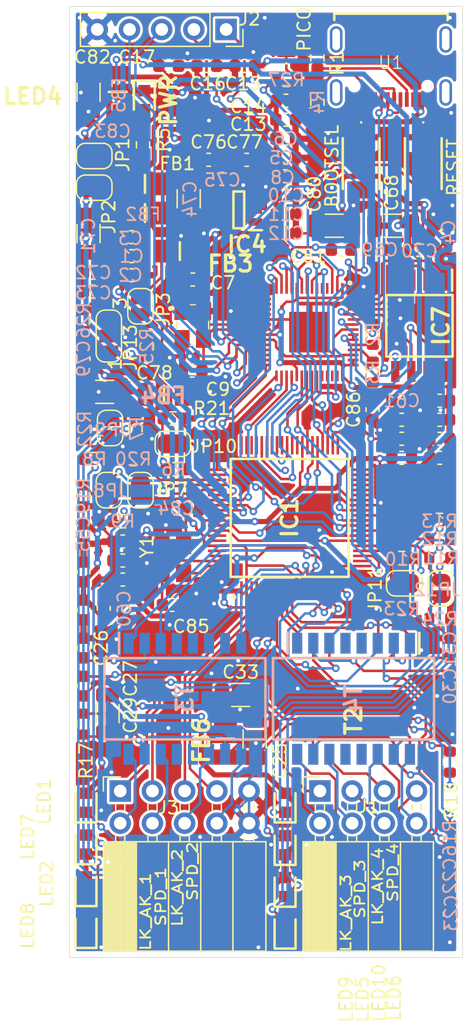
<source format=kicad_pcb>
(kicad_pcb (version 20241229) (generator "pcbnew") (generator_version "9.0")
  (layers (0 "F.Cu" signal) (2 "B.Cu" signal) (13 "F.Paste" user) (15 "B.Paste" user) (5 "F.SilkS" user "F.Silkscreen") (7 "B.SilkS" user "B.Silkscreen") (1 "F.Mask" user) (3 "B.Mask" user) (25 "Edge.Cuts" user))
  (net 0 "")
  (net 1 "QDPL_SD1")
  (net 2 "GND")
  (net 3 "QSPL_SD2")
  (net 4 "QSPL_SS")
  (net 5 "VDD11D")
  (net 6 "XOUT")
  (net 7 "QSPL_SD0")
  (net 8 "XIN")
  (net 9 "RX0")
  (net 10 "SWCLK")
  (net 11 "TX0")
  (net 12 "SWD")
  (net 13 "QSPL_SD3")
  (net 14 "QSPL_SCLK")
  (net 15 "CRSDV5")
  (net 16 "Net-(C25-Pad1)")
  (net 17 "GNDS")
  (net 18 "Net-(C29-Pad1)")
  (net 19 "Net-(C33-Pad1)")
  (net 20 "Net-(T2-CT_1)")
  (net 21 "Net-(T2-CT_2)")
  (net 22 "Net-(T2-NC_3)")
  (net 23 "Net-(J3-Pin_6)")
  (net 24 "Net-(T3-CT_1)")
  (net 25 "Net-(T3-CT_2)")
  (net 26 "Net-(T3-NC_3)")
  (net 27 "Net-(J3-Pin_8)")
  (net 28 "Net-(T4-CT_1)")
  (net 29 "Net-(T4-CT_2)")
  (net 30 "Net-(T4-NC_3)")
  (net 31 "Net-(J3-Pin_7)")
  (net 32 "VDDAT33")
  (net 33 "VDD12A")
  (net 34 "VDD12D")
  (net 35 "Net-(IC4-VOUT)")
  (net 36 "Net-(IC4-BYP{slash}ADJ)")
  (net 37 "KSZ8795_XI")
  (net 38 "KSZ8795_XO")
  (net 39 "Net-(Y1-GND_2)")
  (net 40 "Net-(Y1-GND_1)")
  (net 41 "Net-(IC5-USB_DM)")
  (net 42 "Net-(IC5-USB_DP)")
  (net 44 "Net-(JP1-A)")
  (net 45 "Net-(JP2-A)")
  (net 46 "Net-(JP3-A)")
  (net 47 "Net-(JP3-B)")
  (net 48 "TXP2")
  (net 49 "TXM1")
  (net 51 "LED3_1")
  (net 53 "RXM4")
  (net 55 "LED4_1")
  (net 56 "RXP4")
  (net 57 "TXM4")
  (net 61 "RXP2")
  (net 62 "LED1_0")
  (net 63 "GNDA")
  (net 65 "RXP1")
  (net 66 "RXM2")
  (net 68 "TXP4")
  (net 73 "LED4_0")
  (net 74 "RXM1")
  (net 75 "RXP3")
  (net 76 "LED3_0")
  (net 78 "RXM3")
  (net 81 "TXM3")
  (net 84 "SPIQ")
  (net 86 "LED1_1")
  (net 87 "LED2_1")
  (net 88 "TXM2")
  (net 89 "TXP1")
  (net 90 "LED2_0")
  (net 93 "TXP3")
  (net 95 "D_P")
  (net 96 "D_N")
  (net 98 "SPI0_SCK")
  (net 99 "SPI0_TX")
  (net 100 "Net-(JP11-B)")
  (net 101 "Net-(JP12-B)")
  (net 102 "Net-(JP13-A)")
  (net 103 "Net-(JP7-B)")
  (net 104 "Net-(JP8-B)")
  (net 105 "Net-(JP9-B)")
  (net 106 "Net-(JP13-B)")
  (net 107 "Net-(JP10-B)")
  (net 108 "Net-(J3-Pin_9)")
  (net 117 "VDD5D")
  (net 118 "VDD33D")
  (net 119 "RESET_N")
  (net 120 "VDDIO")
  (net 121 "REFCLKO")
  (net 122 "TXEN5")
  (net 123 "RXD5_1")
  (net 124 "RXC5")
  (net 125 "REFCLKI")
  (net 126 "PME_N")
  (net 127 "TXD5_1")
  (net 128 "TXD5_0")
  (net 129 "RXD5_0")
  (net 130 "SPI0_CSn")
  (net 131 "SPI0_RX")
  (net 132 "RP2040_LED")
  (net 133 "Net-(LED1-K)")
  (net 134 "Net-(LED2-K)")
  (net 135 "Net-(LED3-A)")
  (net 136 "Net-(LED4-A)")
  (net 137 "Net-(LED5-K)")
  (net 138 "Net-(LED6-K)")
  (net 139 "Net-(LED7-K)")
  (net 140 "Net-(LED8-K)")
  (net 141 "Net-(LED9-K)")
  (net 142 "Net-(LED10-K)")
  (net 143 "Net-(U1-CC1)")
  (net 144 "Net-(U1-CC2)")
  (net 151 "Net-(J1-Pin_8)")
  (net 152 "Net-(J1-Pin_6)")
  (net 153 "Net-(J1-Pin_3)")
  (net 154 "Net-(J1-Pin_1)")
  (net 155 "Net-(J1-Pin_7)")
  (net 156 "Net-(J1-Pin_2)")
  (net 157 "Net-(J1-Pin_5)")
  (net 158 "Net-(J1-Pin_4)")
  (net 162 "RSTn_KSZ8795")
  (net 164 "INTR_N_KSZ8795")
  (footprint "SamaSys_Parts:TS1088AR02016" (layer "F.Cu") (at 228.6 87.9 -90)
    (property "Reference" "S1" (hide yes))
    (property "Value" "RESET")
  )
  (footprint "Resistor_SMD:R_0603_1608Metric" (layer "F.Cu") (at 201.8 132.1 -90)
    (property "Reference" "R17")
    (property "Value" "75")
  )
  (footprint "Capacitor_SMD:C_0603_1608Metric" (layer "F.Cu") (at 217.75 84.44)
    (property "Reference" "C13")
    (property "Value" "100nF")
  )
  (footprint "Capacitor_SMD:C_1206_3216Metric" (layer "F.Cu") (at 202.2 93.425 90)
    (property "Reference" "C71")
    (property "Value" "100uF/6.3V")
  )
  (footprint "SamaSys_Parts:BEADC3216X130N" (layer "F.Cu") (at 204.5 82.25 90)
    (property "Reference" "FB5")
    (property "Value" "HI1206N101R-00" (hide yes))
  )
  (footprint "Capacitor_SMD:C_1206_3216Metric" (layer "F.Cu") (at 203.7 131.275 90)
    (property "Reference" "C29")
    (property "Value" "1nF/2kV")
  )
  (footprint "Resistor_SMD:R_0603_1608Metric" (layer "F.Cu") (at 202.675 111.2 180)
    (property "Reference" "R8")
    (property "Value" "470")
  )
  (footprint "SamaSys_Parts:KT0805G" (layer "F.Cu") (at 217.8 78.05)
    (property "Reference" "LED3" (hide yes))
    (property "Value" "PICO")
  )
  (footprint "Resistor_SMD:R_0603_1608Metric" (layer "F.Cu") (at 229.875 116)
    (property "Reference" "R13")
    (property "Value" "470")
  )
  (footprint "SamaSys_Parts:X322525MOB4SI" (layer "F.Cu") (at 208.85 119.099994 -90)
    (property "Reference" "Y1")
    (property "Value" "X322525MOB4SI" (hide yes))
  )
  (footprint "Resistor_SMD:R_0603_1608Metric" (layer "F.Cu") (at 230.7 141.1 90)
    (property "Reference" "R16")
    (property "Value" "75" (hide yes))
  )
  (footprint "Resistor_SMD:R_0603_1608Metric" (layer "F.Cu") (at 224.622 101.365957 -90)
    (property "Reference" "R2")
    (property "Value" "27")
  )
  (footprint "Capacitor_SMD:C_0603_1608Metric" (layer "F.Cu") (at 210.422 97.040957)
    (property "Reference" "C7")
    (property "Value" "18pF")
  )
  (footprint "Resistor_SMD:R_0603_1608Metric" (layer "F.Cu") (at 205.725 111.2 180)
    (property "Reference" "R20")
    (property "Value" "750")
  )
  (footprint "SamaSys_Parts:LEDC1608X70N" (layer "F.Cu") (at 202 144.9 90)
    (property "Reference" "LED2")
    (property "Value" "SPD_1")
  )
  (footprint "Capacitor_SMD:C_0603_1608Metric" (layer "F.Cu") (at 205.6 96.7)
    (property "Reference" "C2")
    (property "Value" "100nF")
  )
  (footprint "Capacitor_SMD:C_1206_3216Metric" (layer "F.Cu") (at 214.2 129.8 180)
    (property "Reference" "C33")
    (property "Value" "1nF/2kV")
  )
  (footprint "Capacitor_SMD:C_0603_1608Metric" (layer "F.Cu") (at 224.6 107.3 -90)
    (property "Reference" "C86")
    (property "Value" "100nF" (hide yes))
  )
  (footprint "Resistor_SMD:R_0603_1608Metric" (layer "F.Cu") (at 226.9 119)
    (property "Reference" "R10")
    (property "Value" "470")
  )
  (footprint "Capacitor_SMD:C_0603_1608Metric" (layer "F.Cu") (at 230.7 129.1 -90)
    (property "Reference" "C30")
    (property "Value" "0.1uF")
  )
  (footprint "SamaSys_Parts:BEADC3216X130N" (layer "F.Cu") (at 213 133.25 90)
    (property "Reference" "FB6")
    (property "Value" "HI1206N101R-00" (hide yes))
  )
  (footprint "Capacitor_SMD:C_0603_1608Metric" (layer "F.Cu") (at 201.8 103.275 90)
    (property "Reference" "C79")
    (property "Value" "0.1uF")
  )
  (footprint "Capacitor_SMD:C_0603_1608Metric" (layer "F.Cu") (at 230.5 93.2 90)
    (property "Reference" "C4")
    (property "Value" "100nF")
  )
  (footprint "Capacitor_SMD:C_0603_1608Metric" (layer "F.Cu") (at 203.4 122.975 90)
    (property "Reference" "C52" (hide yes))
    (property "Value" "0.1uF" (hide yes))
  )
  (footprint "Jumper:SolderJumper-2_P1.3mm_Open_RoundedPad1.0x1.5mm" (layer "F.Cu") (at 203.9 108.75 90)
    (property "Reference" "JP9")
    (property "Value" "~")
  )
  (footprint "Capacitor_SMD:C_1206_3216Metric" (layer "F.Cu") (at 226.225 92.8 180)
    (property "Reference" "C68")
    (property "Value" "100uF/6.3V")
  )
  (footprint "SamaSys_Parts:QFN40P700X700X90-57N-D" (layer "F.Cu") (at 219.622 101.190957 -90)
    (property "Reference" "IC5" (hide yes))
    (property "Value" "RP2040" (hide yes))
  )
  (footprint "SamaSys_Parts:LEDC1608X70N" (layer "F.Cu") (at 202 148.2 90)
    (property "Reference" "LED8")
    (property "Value" "LK_AK_1")
  )
  (footprint "Capacitor_SMD:C_1206_3216Metric" (layer "F.Cu") (at 221.575 92.8 180)
    (property "Reference" "C80")
    (property "Value" "100uF/6.3V")
  )
  (footprint "SamaSys_Parts:SOIC127P940X597-16N" (layer "F.Cu") (at 223.1 130.1 -90)
    (property "Reference" "T2")
    (property "Value" "H1102NL" (hide yes))
  )
  (footprint "Resistor_SMD:R_0603_1608Metric" (layer "F.Cu") (at 208.875 108)
    (property "Reference" "R21")
    (property "Value" "750")
  )
  (footprint "Capacitor_SMD:C_0603_1608Metric" (layer "F.Cu") (at 217.75 87.44)
    (property "Reference" "C5")
    (property "Value" "1uF")
  )
  (footprint "Resistor_SMD:R_0603_1608Metric" (layer "F.Cu") (at 220.251029 79.560971 90)
    (property "Reference" "R1")
    (property "Value" "5.1k")
  )
  (footprint "Capacitor_SMD:C_0603_1608Metric" (layer "F.Cu") (at 214.525 80.2 180)
    (property "Reference" "C15")
    (property "Value" "10uF")
  )
  (footprint "me:PinSocket_2x05_P2.54mm_Horizontal" (layer "F.Cu") (at 204.7 137.375 90)
    (property "Reference" "J3")
    (property "Value" "Conn_02x05_Top_Bottom" (hide yes))
  )
  (footprint "Capacitor_SMD:C_0603_1608Metric" (layer "F.Cu") (at 222.125 94.7 180)
    (property "Reference" "C81")
    (property "Value" "0.1uF")
  )
  (footprint "Capacitor_SMD:C_0603_1608Metric" (layer "F.Cu") (at 226.9 111.1)
    (property "Reference" "C67" (hide yes))
    (property "Value" "0.1uF" (hide yes))
  )
  (footprint "Capacitor_SMD:C_0603_1608Metric" (layer "F.Cu") (at 205.6 95.2)
    (property "Reference" "C1")
    (property "Value" "100nF")
  )
  (footprint "Capacitor_SMD:C_0603_1608Metric" (layer "F.Cu") (at 210.372 104.228457 180)
    (property "Reference" "C9")
    (property "Value" "18pF")
  )
  (footprint "Jumper:SolderJumper-2_P1.3mm_Open_RoundedPad1.0x1.5mm" (layer "F.Cu") (at 206.3 113.65 90)
    (property "Reference" "JP7")
    (property "Value" "~")
  )
  (footprint "Capacitor_SMD:C_0603_1608Metric" (layer "F.Cu") (at 209.1 115.1 180)
    (property "Reference" "C84")
    (property "Value" "22pF")
  )
  (footprint "SamaSys_Parts:TS1088AR02016" (layer "F.Cu") (at 223.7 87.9 -90)
    (property "Reference" "S2" (hide yes))
    (property "Value" "BOOTSEL")
  )
  (footprint "Jumper:SolderJumper-2_P1.3mm_Open_RoundedPad1.0x1.5mm" (layer "F.Cu") (at 202.65 87.3 180)
    (property "Reference" "JP1")
    (property "Value" "~")
  )
  (footprint "SamaSys_Parts:X322512MSB4SI" (layer "F.Cu") (at 210.422 100.628457 -90)
    (property "Reference" "Y4" (hide yes))
    (property "Value" "12MHz" (hide yes))
  )
  (footprint "Jumper:SolderJumper-2_P1.3mm_Open_RoundedPad1.0x1.5mm" (layer "F.Cu") (at 202.65 89.8 180)
    (property "Reference" "JP2")
    (property "Value" "~")
  )
  (footprint "Capacitor_SMD:C_0603_1608Metric" (layer "F.Cu") (at 214.675 87.6)
    (property "Reference" "C77")
    (property "Value" "0.1uF")
  )
  (footprint "Resistor_SMD:R_0603_1608Metric" (layer "F.Cu") (at 229.9 119)
    (property "Reference" "R11")
    (property "Value" "470")
  )
  (footprint "Resistor_SMD:R_0603_1608Metric" (layer "F.Cu") (at 229.9 117.5)
    (property "Reference" "R12")
    (property "Value" "470")
  )
  (footprint "Capacitor_SMD:C_0603_1608Metric" (layer "F.Cu") (at 217.775 90.4)
    (property "Reference" "C10")
    (property "Value" "100nF")
  )
  (footprint "Resistor_SMD:R_0603_1608Metric" (layer "F.Cu") (at 206.5 86.425 -90)
    (property "Reference" "R5")
    (property "Value" "470")
  )
  (footprint "Capacitor_SMD:C_0603_1608Metric" (layer "F.Cu") (at 212.725 89.1)
    (property "Reference" "C75")
    (property "Value" "0.1uF")
  )
  (footprint "Resistor_SMD:R_0603_1608Metric" (layer "F.Cu") (at 206.8 102.3 -90)
    (property "Reference" "R25")
    (property "Value" "4.7k")
  )
  (footprint "Capacitor_SMD:C_0603_1608Metric" (layer "F.Cu") (at 204.9 117.7 180)
    (property "Reference" "C66" (hide yes))
    (property "Value" "0.1uF" (hide yes))
  )
  (footprint "Connector_PinSocket_2.54mm:PinSocket_1x05_P2.54mm_Vertical" (layer "F.Cu") (at 213.05 77.325 -90)
    (property "Reference" "J2")
    (property "Value" "Conn_01x05" (hide yes))
  )
  (footprint "SamaSys_Parts:SOT95P280X100-6N" (layer "F.Cu") (at 214.052 91.55 180)
    (property "Reference" "IC4")
    (property "Value" "MIC5309-1.2YD6" (hide yes))
  )
  (footprint "Resistor_SMD:R_0603_1608Metric" (layer "F.Cu") (at 220.251029 83.060971 -90)
    (property "Reference" "R4")
    (property "Value" "5.1k")
  )
  (footprint "Capacitor_SMD:C_0603_1608Metric" (layer "F.Cu") (at 225.175 94.7 180)
    (property "Reference" "C69")
    (property "Value" "0.1uF")
  )
  (footprint "Resistor_SMD:R_0603_1608Metric" (layer "F.Cu") (at 226.9 123 180)
    (property "Reference" "R23")
    (property "Value" "750")
  )
  (footprint "SamaSys_Parts:LEDC1608X70N" (layer "F.Cu") (at 202 141.6 90)
    (property "Reference" "LED7")
    (property "Value" "LK_AK_2")
  )
  (footprint "SamaSys_Parts:BEADC3216X130N" (layer "F.Cu") (at 208.15 106.1 180)
    (property "Reference" "FB4")
    (property "Value" "HI1206N101R-00" (hide yes))
  )
  (footprint "SamaSys_Parts:LEDC1608X70N" (layer "F.Cu") (at 202 138.3 90)
    (property "Reference" "LED1")
    (property "Value" "SPD_2")
  )
  (footprint "Capacitor_SMD:C_0603_1608Metric" (layer "F.Cu") (at 201.8 123.1 -90)
    (property "Reference" "C54" (hide yes))
    (property "Value" "0.1uF" (hide yes))
  )
  (footprint "SamaSys_Parts:BEADC3216X130N" (layer "F.Cu") (at 206.65 91.8 180)
    (property "Reference" "FB2")
    (property "Value" "HI1206N101R-00" (hide yes))
  )
  (footprint "Resistor_SMD:R_0603_1608Metric" (layer "F.Cu") (at 201.9 108.825 -90)
    (property "Reference" "R22")
    (property "Value" "750" (hide yes))
  )
  (footprint "Capacitor_SMD:C_0603_1608Metric" (layer "F.Cu") (at 217.75 85.94)
    (property "Reference" "C6")
    (property "Value" "100nF")
  )
  (footprint "Resistor_SMD:R_0603_1608Metric" (layer "F.Cu") (at 204.9 116.1 180)
    (property "Reference" "R9")
    (property "Value" "470")
  )
  (footprint "Capacitor_SMD:C_0603_1608Metric" (layer "F.Cu") (at 208.525 80.2 180)
    (property "Reference" "C17")
    (property "Value" "10uF")
  )
  (footprint "Resistor_SMD:R_0603_1608Metric" (layer "F.Cu") (at 217.8 81.3)
    (property "Reference" "R27")
    (property "Value" "470")
  )
  (footprint "Capacitor_SMD:C_0603_1608Metric" (layer "F.Cu") (at 229.9 109.6)
    (property "Reference" "C57" (hide yes))
    (property "Value" "0.1uF" (hide yes))
  )
  (footprint "Capacitor_SMD:C_0603_1608Metric" (layer "F.Cu") (at 226.9 108.1)
    (property "Reference" "C63" (hide yes))
    (property "Value" "0.1uF" (hide yes))
  )
  (footprint "SamaSys_Parts:QFP40P1200X1200X160-80N" (layer "F.Cu") (at 218.062494 115.837494 90)
    (property "Reference" "IC1")
    (property "Value" "KSZ8795CLXIC" (hide yes))
  )
  (footprint "me:PinSocket_2x04_P2.54mm_Horizontal" (layer "F.Cu") (at 220.45 137.375 90)
    (property "Reference" "J1")
    (property "Value" "Conn_02x04_Top_Bottom" (hide yes))
  )
  (footprint "Capacitor_SMD:C_0603_1608Metric" (layer "F.Cu") (at 230.7 147.075 -90)
    (property "Reference" "C23")
    (property "Value" "0.1uF" (hide yes))
  )
  (footprint "Capacitor_SMD:C_0603_1608Metric" (layer "F.Cu") (at 226.9 106.6)
    (property "Reference" "C61")
    (property "Value" "22uF/6.3V")
  )
  (footprint "Capacitor_SMD:C_0603_1608Metric" (layer "F.Cu") (at 208.8 122.7)
    (property "Reference" "C85")
    (property "Value" "22pF")
  )
  (footprint "me:TYPE-C 16PIN 2MD(073)" (layer "F.Cu") (at 226.051029 78.110971 180)
    (property "Reference" "U1")
    (property "Value" "TYPE-C 16PIN 2MD(073)" (hide yes))
  )
  (footprint "Resistor_SMD:R_0603_1608Metric" (layer "F.Cu") (at 224.622 104.340957 90)
    (property "Reference" "R3")
    (property "Value" "27")
  )
  (footprint "Capacitor_SMD:C_0603_1608Metric" (layer "F.Cu") (at 204.1 85.3 180)
    (property "Reference" "C83")
    (property "Value" "0.1uF")
  )
  (footprint "Jumper:SolderJumper-3_P1.3mm_Open_RoundedPad1.0x1.5mm_NumberLabels" (layer "F.Cu") (at 203.8 101.5 90)
    (property "Reference" "JP13")
    (property "Value" "~")
  )
  (footprint "SamaSys_Parts:BEADC3216X130N" (layer "F.Cu") (at 209.4 94.8 180)
    (property "Reference" "FB3")
    (property "Value" "HI1206N101R-00" (hide yes))
  )
  (footprint "Capacitor_SMD:C_0603_1608Metric" (layer "F.Cu") (at 211.525 80.2)
    (property "Reference" "C16")
    (property "Value" "10uF")
  )
  (footprint "Capacitor_SMD:C_0603_1608Metric" (layer "F.Cu") (at 202.575 98)
    (property "Reference" "C73")
    (property "Value" "0.01uF")
  )
  (footprint "Jumper:SolderJumper-2_P1.3mm_Open_RoundedPad1.0x1.5mm" (layer "F.Cu") (at 227.1 121)
    (property "Reference" "JP12")
    (property "Value" "~")
  )
  (footprint "Capacitor_SMD:C_0603_1608Metric" (layer "F.Cu") (at 201.8 117.1 -90)
    (property "Reference" "C55")
    (property "Value" "22uF/6.3V" (hide yes))
  )
  (footprint "Capacitor_SMD:C_0603_1608Metric" (layer "F.Cu") (at 204.9 119.2 180)
    (property "Reference" "C64" (hide yes))
    (property "Value" "0.1uF" (hide yes))
  )
  (footprint "Capacitor_SMD:C_0603_1608Metric" (layer "F.Cu") (at 217.775 82.94)
    (property "Reference" "C14")
    (property "Value" "100nF")
  )
  (footprint "Capacitor_SMD:C_0603_1608Metric" (layer "F.Cu") (at 211.675 87.6 180)
    (property "Reference" "C76")
    (property "Value" "0.01uF")
  )
  (footprint "Jumper:SolderJumper-2_P1.3mm_Open_RoundedPad1.0x1.5mm" (layer "F.Cu") (at 208.85 110 180)
    (property "Reference" "JP10")
    (property "Value" "~")
  )
  (footprint "Capacitor_SMD:C_0603_1608Metric" (layer "F.Cu") (at 201.8 129.1 -90)
    (property "Reference" "C27")
    (property "Value" "0.1uF" (hide yes))
  )
  (footprint "Capacitor_SMD:C_0603_1608Metric" (layer "F.Cu") (at 202.575 96.5)
    (property "Reference" "C72")
    (property "Value" "0.1uF")
  )
  (footprint "SamaSys_Parts:LEDC1608X70N" (layer "F.Cu") (at 206.6 82.9 -90)
    (property "Reference" "LED4")
    (property "Value" "PWR")
  )
  (footprint "Resistor_SMD:R_0603_1608Metric" (layer "F.Cu") (at 201.8 114.1 -90)
    (property "Reference" "R19")
    (property "Value" "750" (hide yes))
  )
  (footprint "Capacitor_SMD:C_1206_3216Metric" (layer "F.Cu") (at 215.3 133.275 90)
    (property "Reference" "C25")
    (property "Value" "1nF/2kV")
  )
  (footprint "SamaSys_Parts:LEDC1608X70N" (layer "F.Cu") (at 217.7 148.25 90)
    (property "Reference" "LED9")
    (property "Value" "LK_AK_3")
  )
  (footprint "Resistor_SMD:R_0603_1608Metric" (layer "F.Cu") (at 209.1 112 180)
    (property "Reference" "R6")
    (property "Value" "470")
  )
  (footprint "Capacitor_SMD:C_0603_1608Metric" (layer "F.Cu") (at 230.7 144.075 90)
    (property "Reference" "C22")
    (property "Value" "0.1uF" (hide yes))
  )
  (footprint "Capacitor_SMD:C_0603_1608Metric" (layer "F.Cu") (at 229.9 111.1)
    (property "Reference" "C59" (hide yes))
    (property "Value" "0.1uF" (hide yes))
  )
  (footprint "SamaSys_Parts:BEADC3216X130N" (layer "F.Cu") (at 206.65 89.5 180)
    (property "Reference" "FB1")
    (property "Value" "HI1206N101R-00" (hide yes))
  )
  (footprint "Capacitor_SMD:C_0603_1608Metric" (layer "F.Cu") (at 204.9 120.7 180)
    (property "Reference" "C62" (hide yes))
    (property "Value" "0.1uF" (hide yes))
  )
  (footprint "Capacitor_SMD:C_0603_1608Metric" (layer "F.Cu") (at 226.9 109.6)
    (property "Reference" "C65" (hide yes))
    (property "Value" "0.1uF" (hide yes))
  )
  (footprint "Capacitor_SMD:C_0603_1608Metric" (layer "F.Cu") (at 205.6 93.7)
    (property "Reference" "C3")
    (property "Value" "1uF")
  )
  (footprint "Capacitor_SMD:C_0603_1608Metric" (layer "F.Cu") (at 228.225 94.7)
    (property "Reference" "C70")
    (property "Value" "0.01uF")
  )
  (footprint "Capacitor_SMD:C_0603_1608Metric" (layer "F.Cu") (at 217.775 93.4)
    (property "Reference" "C12")
    (property "Value" "100nF")
  )
  (footprint "Capacitor_SMD:C_1206_3216Metric" (layer "F.Cu") (at 202.2 82.275 -90)
    (property "Reference" "C82")
    (property "Value" "100uF/6.3V")
  )
  (footprint "Jumper:SolderJumper-2_P1.3mm_Open_RoundedPad1.0x1.5mm" (layer "F.Cu") (at 203.8 113.65 -90)
    (property "Reference" "JP8")
    (property "Value" "~")
  )
  (footprint "Resistor_SMD:R_0603_1608Metric" (layer "F.Cu") (at 205.9 108.8 90)
    (property "Reference" "R7")
    (property "Value" "470")
  )
  (footprint "Capacitor_SMD:C_0603_1608Metric" (layer "F.Cu") (at 229.9 106.6)
    (property "Reference" "C56" (hide yes))
    (property "Value" "22uF/6.3V" (hide yes))
  )
  (footprint "SamaSys_Parts:SOIC127P790X216-8N" (layer "F.Cu") (at 228.297 100.690957 -90)
    (property "Reference" "IC7")
    (property "Value" "W25Q128JVSIQ" (hide yes))
  )
  (footprint "Capacitor_SMD:C_0603_1608Metric" (layer "F.Cu") (at 217.725 88.9)
    (property "Reference" "C8")
    (property "Value" "100nF")
  )
  (footprint "Resistor_SMD:R_0603_1608Metric" (layer "F.Cu") (at 229.9 123.8)
    (property "Reference" "R24")
    (property "Value" "750")
  )
  (footprint "Capacitor_SMD:C_0603_1608Metric" (layer "F.Cu") (at 201.8 126.1 90)
    (property "Reference" "C26")
    (property "Value" "0.1uF")
  )
  (footprint "Capacitor_SMD:C_0603_1608Metric" (layer "F.Cu") (at 229.9 108.1)
    (property "Reference" "C58" (hide yes))
    (property "Value" "0.1uF" (hide yes))
  )
  (footprint "Capacitor_SMD:C_0603_1608Metric" (layer "F.Cu") (at 217.775 91.9)
    (property "Reference" "C11")
    (property "Value" "100nF")
  )
  (footprint "Capacitor_SMD:C_0603_1608Metric" (layer "F.Cu") (at 205 122.975 -90)
    (property "Reference" "C60")
    (property "Value" "22uF/6.3V")
  )
  (footprint "Capacitor_SMD:C_1206_3216Metric" (layer "F.Cu") (at 203.475 105.9 180)
    (property "Reference" "C78")
    (property "Value" "100uF/6.3V")
  )
  (footprint "Capacitor_SMD:C_0603_1608Metric" (layer "F.Cu") (at 230.7 126.1 90)
    (property "Reference" "C31")
    (property "Value" "0/1uF" (hide yes))
  )
  (footprint "Capacitor_SMD:C_0603_1608Metric" (layer "F.Cu") (at 201.8 120.1 90)
    (property "Reference" "C53" (hide yes))
    (property "Value" "0.1uF" (hide yes))
  )
  (footprint "Resistor_SMD:R_0603_1608Metric" (layer "F.Cu") (at 230.7 135.1 -90)
    (property "Reference" "R18")
    (property "Value" "75" (hide yes))
  )
  (footprint "Capacitor_SMD:C_1206_3216Metric" (layer "F.Cu") (at 210.1 90.675 90)
    (property "Reference" "C74")
    (property "Value" "100uF/6.3V")
  )
  (footprint "SamaSys_Parts:LEDC1608X70N" (layer "F.Cu") (at 217.7 138.3 90)
    (property "Reference" "LED6")
    (property "Value" "SPD_4")
  )
  (footprint "Resistor_SMD:R_0603_1608Metric" (layer "F.Cu") (at 201.8 100.275 -90)
    (property "Reference" "R26")
    (property "Value" "330")
  )
  (footprint "SamaSys_Parts:LEDC1608X70N" (layer "F.Cu") (at 217.7 144.95 90)
    (property "Reference" "LED5")
    (property "Value" "SPD_3")
  )
  (footprint "SamaSys_Parts:LEDC1608X70N" (layer "F.Cu") (at 217.7 141.65 90)
    (property "Reference" "LED10")
    (property "Value" "LK_AK_4")
  )
  (footprint "Jumper:SolderJumper-2_P1.3mm_Open_RoundedPad1.0x1.5mm" (layer "F.Cu") (at 230 121.4 -90)
    (property "Reference" "JP11")
    (property "Value" "~")
  )
  (footprint "Jumper:SolderJumper-2_P1.3mm_Open_RoundedPad1.0x1.5mm" (layer "F.Cu") (at 206.3 99.15 -90)
    (property "Reference" "JP3")
    (property "Value" "~")
  )
  (footprint "SamaSys_Parts:SOIC127P940X597-16N" (layer "B.Cu") (at 209.8 130.1 -90)
    (property "Reference" "T3")
    (property "Value" "H1102NL" (hide yes))
  )
  (footprint "SamaSys_Parts:SOIC127P940X597-16N" (layer "B.Cu") (at 223.1 130.1 -90)
    (property "Reference" "T4")
    (property "Value" "H1102NL" (hide yes))
  )
  (gr_rect (start 200.7 75.5) (end 231.7 150.5) (stroke (width 0.05)) (fill no) (layer "Edge.Cuts"))
  (segment (start 225.197 98.990957) (end 225.766 98.421957) (width 0.2) (layer "F.Cu") (net 1))
  (segment (start 228.288 95.964957) (end 228.932 96.608957) (width 0.2) (layer "F.Cu") (net 1))
  (segment (start 223.072 98.990957) (end 225.197 98.990957) (width 0.2) (layer "F.Cu") (net 1))
  (segment (start 225.766 95.964957) (end 228.288 95.964957) (width 0.2) (layer "F.Cu") (net 1))
  (segment (start 225.766 98.421957) (end 225.766 95.964957) (width 0.2) (layer "F.Cu") (net 1))
  (segment (start 228.932 96.608957) (end 228.932 97.090957) (width 0.2) (layer "F.Cu") (net 1))
  (segment (start 221.5 94.7) (end 221.5 94.2) (width 0.2) (layer "F.Cu") (net 2))
  (segment (start 204.4 124.35) (end 205 123.75) (width 0.2) (layer "F.Cu") (net 2))
  (segment (start 227.55 79.55) (end 228.95 80.95) (width 0.4) (layer "F.Cu") (net 2))
  (segment (start 203.45 122.2) (end 205 123.75) (width 0.4) (layer "F.Cu") (net 2))
  (segment (start 208.671 100.827457) (end 209.572 101.728457) (width 0.2) (layer "F.Cu") (net 2))
  (segment (start 203.3 115.6) (end 203.3 116.650057) (width 0.2) (layer "F.Cu") (net 2))
  (segment (start 218.622 100.190957) (end 219.622 101.190957) (width 0.2) (layer "F.Cu") (net 2))
  (segment (start 201.8 129.875) (end 202.874 128.801) (width 0.2) (layer "F.Cu") (net 2))
  (segment (start 204.483856 110.206) (end 204.489856 110.2) (width 0.2) (layer "F.Cu") (net 2))
  (segment (start 203.3 116.650057) (end 204.125 117.475057) (width 0.2) (layer "F.Cu") (net 2))
  (segment (start 211.197 97.040957) (end 210.421 96.264957) (width 0.2) (layer "F.Cu") (net 2))
  (segment (start 204.325 125.325) (end 204.4 125.4) (width 0.2) (layer "F.Cu") (net 2))
  (segment (start 230.675 106.6) (end 230.675 111.1) (width 0.4) (layer "F.Cu") (net 2))
  (segment (start 229.7 94.7) (end 230.4 95.4) (width 0.2) (layer "F.Cu") (net 2))
  (segment (start 219.462494 108.337506) (end 220.157635 107.642365) (width 0.2) (layer "F.Cu") (net 2))
  (segment (start 227.675 111.1) (end 227.6 111.1) (width 0.2) (layer "F.Cu") (net 2))
  (segment (start 222.992308 107.642365) (end 223.4 108.050057) (width 0.2) (layer "F.Cu") (net 2))
  (segment (start 210.1 86.8) (end 210.9 87.6) (width 0.4) (layer "F.Cu") (net 2))
  (segment (start 209.675 108.475) (end 209.675 107.9) (width 0.2) (layer "F.Cu") (net 2))
  (segment (start 202.110144 102.5) (end 203.609144 103.999) (width 0.2) (layer "F.Cu") (net 2))
  (segment (start 223.787494 114.837494) (end 225.062506 114.837494) (width 0.2) (layer "F.Cu") (net 2))
  (segment (start 210.2 89.1) (end 210.1 89.2) (width 0.2) (layer "F.Cu") (net 2))
  (segment (start 218.615058 77.1) (end 220.251029 78.735971) (width 0.4) (layer "F.Cu") (net 2))
  (segment (start 212.3 79.3329) (end 212.3 80.2) (width 0.2) (layer "F.Cu") (net 2))
  (segment (start 204.041 76.174) (end 206.5 76.174) (width 0.2) (layer "F.Cu") (net 2))
  (segment (start 223.7 85.825) (end 228.6 85.825) (width 0.2) (layer "F.Cu") (net 2))
  (segment (start 209.597 101.753457) (end 209.572 101.728457) (width 0.2) (layer "F.Cu") (net 2))
  (segment (start 203.310144 110.2) (end 203.316144 110.206) (width 0.2) (layer "F.Cu") (net 2))
  (segment (start 216.178 91.374) (end 216.077 91.475) (width 0.2) (layer "F.Cu") (net 2))
  (segment (start 201.6 83.15) (end 201.6 82.3) (width 0.2) (layer "F.Cu") (net 2))
  (segment (start 202.625 114.925) (end 203.05 115.35) (width 0.2) (layer "F.Cu") (net 2))
  (segment (start 230.425 93.975) (end 229.7 94.7) (width 0.2) (layer "F.Cu") (net 2))
  (segment (start 208.699 107.301) (end 209.398 108) (width 0.2) (layer "F.Cu") (net 2))
  (segment (start 203.95 117.875) (end 204.125 117.7) (width 0.2) (layer "F.Cu") (net 2))
  (segment (start 201.8 114.925) (end 202.625 114.925) (width 0.2) (layer "F.Cu") (net 2))
  (segment (start 202.65 108.85) (end 202.7 108.8) (width 0.2) (layer "F.Cu") (net 2))
  (segment (start 206.5 76.174) (end 211.7 76.174) (width 0.2) (layer "F.Cu") (net 2))
  (segment (start 204.901 127) (end 204.901 126.376) (width 0.2) (layer "F.Cu") (net 2))
  (segment (start 209.101 114.324) (end 210.724 114.324) (width 0.2) (layer "F.Cu") (net 2))
  (segment (start 220.157635 107.642365) (end 222.992308 107.642365) (width 0.2) (layer "F.Cu") (net 2))
  (segment (start 229.251029 85.173971) (end 228.6 85.825) (width 0.4) (layer "F.Cu") (net 2))
  (segment (start 202.874 128.801) (end 204.548943 128.801) (width 0.2) (layer "F.Cu") (net 2))
  (segment (start 227.538029 79.561971) (end 227.55 79.55) (width 0.4) (layer "F.Cu") (net 2))
  (segment (start 222.091029 83.885971) (end 220.251029 83.885971) (width 0.4) (layer "F.Cu") (net 2))
  (segment (start 221.5 94.2) (end 220.1 92.8) (width 0.2) (layer "F.Cu") (net 2))
  (segment (start 209.398 108) (end 209.7 108) (width 0.2) (layer "F.Cu") (net 2))
  (segment (start 216.178 89.728) (end 216.178 91.374) (width 0.2) (layer "F.Cu") (net 2))
  (segment (start 229.994803 142.6) (end 230 142.6) (width 0.2) (layer "F.Cu") (net 2))
  (segment (start 204.548943 128.801) (end 204.901 128.448943) (width 0.2) (layer "F.Cu") (net 2))
  (segment (start 226.075 123) (end 227.651 124.576) (width 0.2) (layer "F.Cu") (net 2))
  (segment (start 202 105.9) (end 203 105.9) (width 0.2) (layer "F.Cu") (net 2))
  (segment (start 230.725 123.8) (end 230.725 125.3) (width 0.2) (layer "F.Cu") (net 2))
  (segment (start 210.9 88.4) (end 210.1 89.2) (width 0.4) (layer "F.Cu") (net 2))
  (segment (start 211.7 76.174) (end 211.7 78.7329) (width 0.2) (layer "F.Cu") (net 2))
  (segment (start 230.675 106.6) (end 230.675 106.625) (width 0.4) (layer "F.Cu") (net 2))
  (segment (start 227.675 106.6) (end 227.675 111.1) (width 0.4) (layer "F.Cu") (net 2))
  (segment (start 229.951 124.576) (end 230.7 125.325) (width 0.2) (layer "F.Cu") (net 2))
  (segment (start 225.25 114.65) (end 225.3 114.6) (width 0.2) (layer "F.Cu") (net 2))
  (segment (start 204.125 117.7) (end 204.125 117.725) (width 0.2) (layer "F.Cu") (net 2))
  (segment (start 214.090957 100.190957) (end 213.428457 99.528457) (width 0.2) (layer "F.Cu") (net 2))
  (segment (start 205.101 127.2) (end 204.901 127) (width 0.2) (layer "F.Cu") (net 2))
  (segment (start 229.7 129.875) (end 229.625 129.875) (width 0.2) (layer "F.Cu") (net 2))
  (segment (start 220.251029 78.735971) (end 221.077029 79.561971) (width 0.4) (layer "F.Cu") (net 2))
  (segment (start 204.8 118.525) (end 204.125 119.2) (width 0.2) (layer "F.Cu") (net 2))
  (segment (start 206.5 76.174) (end 206.7 76.374) (width 0.2) (layer "F.Cu") (net 2))
  (segment (start 203.4 121.425) (end 204.125 120.7) (width 0.4) (layer "F.Cu") (net 2))
  (segment (start 224.6 108.075) (end 224.6 108.3) (width 0.4) (layer "F.Cu") (net 2))
  (segment (start 226.392 97.090957) (end 226.392 98.292) (width 0.2) (layer "F.Cu") (net 2))
  (segment (start 203.401 96.449) (end 203.35 96.5) (width 0.2) (layer "F.Cu") (net 2))
  (segment (start 201.9 99.45) (end 203.35 98) (width 0.2) (layer "F.Cu") (net 2))
  (segment (start 213.9 89.1) (end 214.4 89.6) (width 0.2) (layer "F.Cu") (net 2))
  (segment (start 202.725 77.325) (end 202.5 77.1) (width 0.4) (layer "F.Cu") (net 2))
  (segment (start 211.7 78.7329) (end 212.3 79.3329) (width 0.2) (layer "F.Cu") (net 2))
  (segment (start 210.724 114.324) (end 211 114.6) (width 0.2) (layer "F.Cu") (net 2))
  (segment (start 210.7 121.8) (end 209.8 122.7) (width 0.2) (layer "F.Cu") (net 2))
  (segment (start 223.425 108.075) (end 223.4 108.1) (width 0.4) (layer "F.Cu") (net 2))
  (segment (start 225.062506 114.837494) (end 225.25 114.65) (width 0.2) (layer "F.Cu") (net 2))
  (segment (start 224.6 108.075) (end 223.425 108.075) (width 0.4) (layer "F.Cu") (net 2))
  (segment (start 204.125 117.725) (end 204.8 118.4) (width 0.2) (layer "F.Cu") (net 2))
  (segment (start 227.675 111.2) (end 227.675 111.3) (width 0.2) (layer "F.Cu") (net 2))
  (segment (start 224.75 94.35) (end 224.4 94.7) (width 0.2) (layer "F.Cu") (net 2))
  (segment (start 213.527 89.073) (end 213.5 89.1) (width 0.4) (layer "F.Cu") (net 2))
  (segment (start 204.9 111.2) (end 204.9 110.2) (width 0.2) (layer "F.Cu") (net 2))
  (segment (start 229 94.7) (end 229.7 94.7) (width 0.2) (layer "F.Cu") (net 2))
  (segment (start 227.6 111.1) (end 227.45 110.95) (width 0.2) (layer "F.Cu") (net 2))
  (segment (start 227.675 108.1) (end 227.675 108.025) (width 0.4) (layer "F.Cu") (net 2))
  (segment (start 216.172 100.190957) (end 214.090957 100.190957) (width 0.2) (layer "F.Cu") (net 2))
  (segment (start 229.542029 82.567471) (end 229.542029 81.542029) (width 0.2) (layer "F.Cu") (net 2))
  (segment (start 213.428457 99.528457) (end 211.272 99.528457) (width 0.2) (layer "F.Cu") (net 2))
  (segment (start 210.9 87.6) (end 210.9 88.4) (width 0.4) (layer "F.Cu") (net 2))
  (segment (start 221.35 94.7) (end 221.5 94.7) (width 0.2) (layer "F.Cu") (net 2))
  (segment (start 215.953 88.103) (end 215.953 89.503) (width 0.4) (layer "F.Cu") (net 2))
  (segment (start 201.8 99.45) (end 201.9 99.45) (width 0.2) (layer "F.Cu") (net 2))
  (segment (start 207.5 127.2) (end 205.101 127.2) (width 0.2) (layer "F.Cu") (net 2))
  (segment (start 209.8 122.7) (end 209.575 122.7) (width 0.2) (layer "F.Cu") (net 2))
  (segment (start 204.489856 110.2) (end 204.6 110.2) (width 0.2) (layer "F.Cu") (net 2))
  (segment (start 224.75 92.8) (end 224.75 94.35) (width 0.2) (layer "F.Cu") (net 2))
  (segment (start 203.199 85.524) (end 203.325 85.65) (width 0.2) (layer "F.Cu") (net 2))
  (segment (start 226.392 98.292) (end 226.75 98.65) (width 0.2) (layer "F.Cu") (net 2))
  (segment (start 216.874 76.174) (end 217.8 77.1) (width 0.2) (layer "F.Cu") (net 2))
  (segment (start 203.35 98) (end 203.35 96.5) (width 0.2) (layer "F.Cu") (net 2))
  (segment (start 211 115.9) (end 211.137494 116.037494) (width 0.2) (layer "F.Cu") (net 2))
  (segment (start 202.2 83.75) (end 201.6 83.15) (width 0.2) (layer "F.Cu") (net 2))
  (segment (start 218.55 82.94) (end 218.55 93.4) (width 0.4) (layer "F.Cu") (net 2))
  (segment (start 221.398994 114.751051) (end 221.398994 116.848943) (width 0.2) (layer "F.Cu") (net 2))
  (segment (start 218.55 93.4) (end 219.5 93.4) (width 0.2) (layer "F.Cu") (net 2))
  (segment (start 204.901 128.448943) (end 204.901 127) (width 0.2) (layer "F.Cu") (net 2))
  (segment (start 229 94.7) (end 229 92.3) (width 0.2) (layer "F.Cu") (net 2))
  (segment (start 218.55 93.4) (end 218.649528 93.300472) (width 0.4) (layer "F.Cu") (net 2))
  (segment (start 204.4 125.875) (end 204.4 125.4) (width 0.2) (layer "F.Cu") (net 2))
  (segment (start 230.7 129.875) (end 229.7 129.875) (width 0.2) (layer "F.Cu") (net 2))
  (segment (start 229.893689 142.58564) (end 229.980443 142.58564) (width 0.2) (layer "F.Cu") (net 2))
  (segment (start 215.34 87.44) (end 215.3 87.4) (width 0.4) (layer "F.Cu") (net 2))
  (segment (start 230 142.6) (end 230.7 143.3) (width 0.2) (layer "F.Cu") (net 2))
  (segment (start 202.2 83.75) (end 202.2 83.8) (width 0.4) (layer "F.Cu") (net 2))
  (segment (start 210.201 81.5339) (end 210.201 82.548943) (width 0.2) (layer "F.Cu") (net 2))
  (segment (start 204.9 110.5) (end 204.9 111.2) (width 0.2) (layer "F.Cu") (net 2))
  (segment (start 222.256894 114.398994) (end 221.751051 114.398994) (width 0.2) (layer "F.Cu") (net 2))
  (segment (start 224.6 108.3) (end 225.2 108.9) (width 0.4) (layer "F.Cu") (net 2))
  (segment (start 208.549 80.999) (end 209.6661 80.999) (width 0.2) (layer "F.Cu") (net 2))
  (segment (start 208.325 115.1) (end 209.101 114.324) (width 0.2) (layer "F.Cu") (net 2))
  (segment (start 212.3 80.2) (end 213.75 80.2) (width 0.4) (layer "F.Cu") (net 2))
  (segment (start 228.35 107.35) (end 228.4 107.3) (width 0.2) (layer "F.Cu") (net 2))
  (segment (start 208.699 105.7661) (end 208.699 107.301) (width 0.2) (layer "F.Cu") (net 2))
  (segment (start 217.8 77.1) (end 218.615058 77.1) (width 0.4) (layer "F.Cu") (net 2))
  (segment (start 209.848943 82.901) (end 207.251 82.901) (width 0.2) (layer "F.Cu") (net 2))
  (segment (start 206.9319 103.999) (end 208.699 105.7661) (width 0.2) (layer "F.Cu") (net 2))
  (segment (start 203.05 115.35) (end 203.3 115.6) (width 0.2) (layer "F.Cu") (net 2))
  (segment (start 215.45 87.6) (end 215.953 88.103) (width 0.4) (layer "F.Cu") (net 2))
  (segment (start 211 114.6) (end 211 115.9) (width 0.2) (layer "F.Cu") (net 2))
  (segment (start 222.695394 114.837494) (end 222.256894 114.398994) (width 0.2) (layer "F.Cu") (net 2))
  (segment (start 204.125 117.7) (end 204.125 120.7) (width 0.4) (layer "F.Cu") (net 2))
  (segment (start 208.671 96.791847) (end 208.671 100.827457) (width 0.2) (layer "F.Cu") (net 2))
  (segment (start 210.201 82.548943) (end 209.848943 82.901) (width 0.2) (layer "F.Cu") (net 2))
  (segment (start 222.851029 84.976029) (end 223.7 85.825) (width 0.4) (layer "F.Cu") (net 2))
  (segment (start 204.125 117.475057) (end 204.125 117.7) (width 0.2) (layer "F.Cu") (net 2))
  (segment (start 229.95 107.35) (end 229.9 107.4) (width 0.2) (layer "F.Cu") (net 2))
  (segment (start 213 134.7) (end 214.1 133.6) (width 0.2) (layer "F.Cu") (net 2))
  (segment (start 208.6 86.8) (end 210.1 86.8) (width 0.4) (layer "F.Cu") (net 2))
  (segment (start 202.45 110.2) (end 203.310144 110.2) (width 0.2) (layer "F.Cu") (net 2))
  (segment (start 229 92.3) (end 229.4 91.9) (width 0.2) (layer "F.Cu") (net 2))
  (segment (start 201.8 125.325) (end 204.325 125.325) (width 0.2) (layer "F.Cu") (net 2))
  (segment (start 221.787545 117.237494) (end 223.787494 117.237494) (width 0.2) (layer "F.Cu") (net 2))
  (segment (start 215.953 89.503) (end 216.178 89.728) (width 0.4) (layer "F.Cu") (net 2))
  (segment (start 209.597 107.822) (end 209.675 107.9) (width 0.2) (layer "F.Cu") (net 2))
  (segment (start 221.077029 79.561971) (end 227.538029 79.561971) (width 0.4) (layer "F.Cu") (net 2))
  (segment (start 229.542029 81.542029) (end 228.95 80.95) (width 0.2) (layer "F.Cu") (net 2))
  (segment (start 201.8 117.875) (end 201.8 119.325) (width 0.4) (layer "F.Cu") (net 2))
  (segment (start 227.675 111.1) (end 227.675 111.025) (width 0.2) (layer "F.Cu") (net 2))
  (segment (start 202.2 91.95) (end 203.401 93.151) (width 0.2) (layer "F.Cu") (net 2))
  (segment (start 229.4 91.9) (end 229.5 91.8) (width 0.2) (layer "F.Cu") (net 2))
  (segment (start 209.6661 80.999) (end 210.201 81.5339) (width 0.2) (layer "F.Cu") (net 2))
  (segment (start 211.137494 116.037494) (end 212.337494 116.037494) (width 0.2) (layer "F.Cu") (net 2))
  (segment (start 223.787494 114.837494) (end 222.695394 114.837494) (width 0.2) (layer "F.Cu") (net 2))
  (segment (start 202.2 83.8) (end 202.2 84.175) (width 0.4) (layer "F.Cu") (net 2))
  (segment (start 206.7 76.374) (end 206.7 79.15) (width 0.2) (layer "F.Cu") (net 2))
  (segment (start 202.2 84.175) (end 203.325 85.3) (width 0.4) (layer "F.Cu") (net 2))
  (segment (start 204.4 125.4) (end 204.4 124.35) (width 0.2) (layer "F.Cu") (net 2))
  (segment (start 218.5 93.3) (end 218.55 93.35) (width 0.2) (layer "F.Cu") (net 2))
  (segment (start 203.609144 103.999) (end 206.9319 103.999) (width 0.2) (layer "F.Cu") (net 2))
  (segment (start 201.9 109.65) (end 201.9 109.6) (width 0.2) (layer "F.Cu") (net 2))
  (segment (start 201.9 109.65) (end 202.45 110.2) (width 0.2) (layer "F.Cu") (net 2))
  (segment (start 203.4 122.2) (end 203.4 121.425) (width 0.4) (layer "F.Cu") (net 2))
  (segment (start 211.7 76.174) (end 216.874 76.174) (width 0.2) (layer "F.Cu") (net 2))
  (segment (start 202.89 77.325) (end 204.041 76.174) (width 0.2) (layer "F.Cu") (net 2))
  (segment (start 213.5 89.1) (end 213.9 89.1) (width 0.2) (layer "F.Cu") (net 2))
  (segment (start 230.675 106.625) (end 229.95 107.35) (width 0.4) (layer "F.Cu") (net 2))
  (segment (start 222.851029 82.858471) (end 222.851029 84.976029) (width 0.4) (layer "F.Cu") (net 2))
  (segment (start 229.075 112.7) (end 230.675 111.1) (width 0.4) (layer "F.Cu") (net 2))
  (segment (start 219.5 93.4) (end 220.1 92.8) (width 0.2) (layer "F.Cu") (net 2))
  (segment (start 203.401 93.151) (end 203.401 96.449) (width 0.2) (layer "F.Cu") (net 2))
  (segment (start 229.251029 82.858471) (end 229.251029 85.173971) (width 0.4) (layer "F.Cu") (net 2))
  (segment (start 207.75 80.2) (end 208.549 80.999) (width 0.2) (layer "F.Cu") (net 2))
  (segment (start 203.4 122.2) (end 203.45 122.2) (width 0.4) (layer "F.Cu") (net 2))
  (segment (start 209.597 104.228457) (end 209.597 103.1) (width 0.2) (layer "F.Cu") (net 2))
  (segment (start 201.8 102.5) (end 202.110144 102.5) (width 0.2) (layer "F.Cu") (net 2))
  (segment (start 230.675 106.7) (end 230.675 111.2) (width 0.2) (layer "F.Cu") (net 2))
  (segment (start 218.5 87.465) (end 218.525 87.44) (width 0.2) (layer "F.Cu") (net 2))
  (segment (start 221.398994 116.848943) (end 221.787545 117.237494) (width 0.2) (layer "F.Cu") (net 2))
  (segment (start 209.597 103.1) (end 209.597 101.753457) (width 0.2) (layer "F.Cu") (net 2))
  (segment (start 229.980443 142.58564) (end 229.994803 142.6) (width 0.2) (layer "F.Cu") (net 2))
  (segment (start 206.7 79.15) (end 207.75 80.2) (width 0.2) (layer "F.Cu") (net 2))
  (segment (start 201.8 117.875) (end 203.95 117.875) (width 0.2) (layer "F.Cu") (net 2))
  (segment (start 204.6 110.2) (end 204.9 110.5) (width 0.2) (layer "F.Cu") (net 2))
  (segment (start 230.725 125.3) (end 230.7 125.325) (width 0.2) (layer "F.Cu") (net 2))
  (segment (start 227.651 124.576) (end 229.951 124.576) (width 0.2) (layer "F.Cu") (net 2))
  (segment (start 227.675 108.025) (end 228.35 107.35) (width 0.4) (layer "F.Cu") (net 2))
  (segment (start 207.251 82.901) (end 206.5 82.15) (width 0.2) (layer "F.Cu") (net 2))
  (segment (start 202 91.75) (end 202.2 91.95) (width 0.4) (layer "F.Cu") (net 2))
  (segment (start 212.337494 111.137494) (end 209.675 108.475) (width 0.2) (layer "F.Cu") (net 2))
  (segment (start 222.851029 82.858471) (end 222.851029 83.125971) (width 0.4) (layer "F.Cu") (net 2))
  (segment (start 230.5 93.975) (end 230.425 93.975) (width 0.2) (layer "F.Cu") (net 2))
  (segment (start 201.9 109.6) (end 202.65 108.85) (width 0.2) (layer "F.Cu") (net 2))
  (segment (start 219.305058 82.94) (end 220.251029 83.885971) (width 0.4) (layer "F.Cu") (net 2))
  (segment (start 203.316144 110.206) (end 204.483856 110.206) (width 0.2) (layer "F.Cu") (net 2))
  (segment (start 214.1 133.6) (end 215.4 133.6) (width 0.2) (layer "F.Cu") (net 2))
  (segment (start 223.4 108.050057) (end 223.4 108.1) (width 0.2) (layer "F.Cu") (net 2))
  (segment (start 204.901 126.376) (end 204.4 125.875) (width 0.2) (layer "F.Cu") (net 2))
  (segment (start 218.55 82.94) (end 219.305058 82.94) (width 0.4) (layer "F.Cu") (net 2))
  (segment (start 211.197 97.040957) (end 211.197 99.453457) (width 0.2) (layer "F.Cu") (net 2))
  (segment (start 204.8 118.4) (end 204.8 118.525) (width 0.2) (layer "F.Cu") (net 2))
  (segment (start 209.19789 96.264957) (end 208.671 96.791847) (width 0.2) (layer "F.Cu") (net 2))
  (segment (start 222.851029 83.125971) (end 222.091029 83.885971) (width 0.4) (layer "F.Cu") (net 2))
  (segment (start 211.197 99.453457) (end 211.272 99.528457) (width 0.2) (layer "F.Cu") (net 2))
  (segment (start 210.421 96.264957) (end 209.19789 96.264957) (width 0.2) (layer "F.Cu") (net 2))
  (segment (start 212.337494 112.037494) (end 212.337494 111.137494) (width 0.2) (layer "F.Cu") (net 2))
  (segment (start 219.462494 110.112494) (end 219.462494 108.337506) (width 0.2) (layer "F.Cu") (net 2))
  (segment (start 227.675 111.025) (end 228.3 110.4) (width 0.2) (layer "F.Cu") (net 2))
  (segment (start 216.172 100.190957) (end 218.622 100.190957) (width 0.2) (layer "F.Cu") (net 2))
  (segment (start 206.375 93.7) (end 206.375 96.7) (width 0.2) (layer "F.Cu") (net 2))
  (segment (start 221.751051 114.398994) (end 221.398994 114.751051) (width 0.2) (layer "F.Cu") (net 2))
  (segment (start 229.251029 82.858471) (end 229.542029 82.567471) (width 0.2) (layer "F.Cu") (net 2))
  (segment (start 230.7 149.3) (end 230.7 147.85) (width 0.2) (layer "F.Cu") (net 2))
  (segment (start 216.077 91.475) (end 215.352 91.475) (width 0.2) (layer "F.Cu") (net 2))
  (segment (start 230.575 111.2) (end 230.675 111.2) (width 0.2) (layer "F.Cu") (net 2))
  (segment (start 201.8 123.875) (end 201.8 125.325) (width 0.2) (layer "F.Cu") (net 2))
  (via (at 223.1 91.2) (size 0.6) (drill 0.3) (layers "F.Cu" "B.Cu") (net 2))
  (via (at 214.4 89.6) (size 0.6) (drill 0.3) (layers "F.Cu" "B.Cu") (net 2))
  (via (at 216.178 89.728) (size 0.6) (drill 0.3) (layers "F.Cu" "B.Cu") (net 2))
  (via (at 208.5 132.4) (size 0.6) (drill 0.3) (layers "F.Cu" "B.Cu") (net 2))
  (via (at 206.9 115.5) (size 0.6) (drill 0.3) (layers "F.Cu" "B.Cu") (net 2))
  (via (at 204.3 78.2) (size 0.6) (drill 0.3) (layers "F.Cu" "B.Cu") (net 2))
  (via (at 205.1 101.6) (size 0.6) (drill 0.3) (layers "F.Cu" "B.Cu") (net 2))
  (via (at 228.445002 126.275) (size 0.6) (drill 0.3) (layers "F.Cu" "B.Cu") (net 2))
  (via (at 222.9 106.3) (size 0.6) (drill 0.3) (layers "F.Cu" "B.Cu") (net 2))
  (via (at 201.5 76.4) (size 0.6) (drill 0.3) (layers "F.Cu" "B.Cu") (net 2))
  (via (at 229.7 129.875) (size 0.6) (drill 0.3) (layers "F.Cu" "B.Cu") (net 2))
  (via (at 210 79.2) (size 0.6) (drill 0.3) (layers "F.Cu" "B.Cu") (net 2))
  (via (at 207.5 127.2) (size 0.6) (drill 0.3) (layers "F.Cu" "B.Cu") (net 2))
  (via (at 204.5 98.9) (size 0.6) (drill 0.3) (layers "F.Cu" "B.Cu") (net 2))
  (via (at 207.2 109.6) (size 0.6) (drill 0.3) (layers "F.Cu" "B.Cu") (net 2))
  (via (at 229.95 107.35) (size 0.6) (drill 0.3) (layers "F.Cu" "B.Cu") (net 2))
  (via (at 206.8 119.4) (size 0.6) (drill 0.3) (layers "F.Cu" "B.Cu") (net 2))
  (via (at 230.9 132.9) (size 0.6) (drill 0.3) (layers "F.Cu" "B.Cu") (net 2))
  (via (at 215.6 149.7) (size 0.6) (drill 0.3) (layers "F.Cu" "B.Cu") (net 2))
  (via (at 230.9 91.2) (size 0.6) (drill 0.3) (layers "F.Cu" "B.Cu") (net 2))
  (via (at 225.2 108.9) (size 0.6) (drill 0.3) (layers "F.Cu" "B.Cu") (net 2))
  (via (at 216.1 76.4) (size 0.6) (drill 0.3) (layers "F.Cu" "B.Cu") (net 2))
  (via (at 211 141) (size 0.6) (drill 0.3) (layers "F.Cu" "B.Cu") (net 2))
  (via (at 226.8 100.1) (size 0.6) (drill 0.3) (layers "F.Cu" "B.Cu") (net 2))
  (via (at 213.428457 99.528457) (size 0.6) (drill 0.3) (layers "F.Cu" "B.Cu") (net 2))
  (via (at 208.6 124.276) (size 0.6) (drill 0.3) (layers "F.Cu" "B.Cu") (net 2))
  (via (at 215.4 133.6) (size 0.6) (drill 0.3) (layers "F.Cu" "B.Cu") (net 2))
  (via (at 202.2 83.8) (size 0.6) (drill 0.3) (layers "F.Cu" "B.Cu") (net 2))
  (via (at 212.7 120.9) (size 0.6) (drill 0.3) (layers "F.Cu" "B.Cu") (net 2))
  (via (at 211.3 93.4) (size 0.6) (drill 0.3) (layers "F.Cu" "B.Cu") (net 2))
  (via (at 224.9 123) (size 0.6) (drill 0.3) (layers "F.Cu" "B.Cu") (net 2))
  (via (at 211.8 105.9) (size 0.6) (drill 0.3) (layers "F.Cu" "B.Cu") (net 2))
  (via (at 216.6 141.6) (size 0.6) (drill 0.3) (layers "F.Cu" "B.Cu") (net 2))
  (via (at 230.898341 93.359697) (size 0.6) (drill 0.3) (layers "F.Cu" "B.Cu") (net 2))
  (via (at 214 127.1) (size 0.6) (drill 0.3) (layers "F.Cu" "B.Cu") (net 2))
  (via (at 203.2 149.7) (size 0.6) (drill 0.3) (layers "F.Cu" "B.Cu") (net 2))
  (via (at 211.1 107.5) (size 0.6) (drill 0.3) (layers "F.Cu" "B.Cu") (net 2))
  (via (at 219.4 141.6) (size 0.6) (drill 0.3) (layers "F.Cu" "B.Cu") (net 2))
  (via (at 213.4 95.3) (size 0.6) (drill 0.3) (layers "F.Cu" "B.Cu") (net 2))
  (via (at 226.75 98.65) (size 0.6) (drill 0.3) (layers "F.Cu" "B.Cu") (net 2))
  (via (at 223.4 108.1) (size 0.6) (drill 0.3) (layers "F.Cu" "B.Cu") (net 2))
  (via (at 229.4 91.9) (size 0.6) (drill 0.3) (layers "F.Cu" "B.Cu") (net 2))
  (via (at 230.4 95.4) (size 0.6) (drill 0.3) (layers "F.Cu" "B.Cu") (net 2))
  (via (at 221.1 85.5) (size 0.6) (drill 0.3) (layers "F.Cu" "B.Cu") (net 2))
  (via (at 226.5 102.1) (size 0.6) (drill 0.3) (layers "F.Cu" "B.Cu") (net 2))
  (via (at 203.05 115.35) (size 0.6) (drill 0.3) (layers "F.Cu" "B.Cu") (net 2))
  (via (at 221.4 120.1) (size 0.6) (drill 0.3) (layers "F.Cu" "B.Cu") (net 2))
  (via (at 208.3 116.4) (size 0.6) (drill 0.3) (layers "F.Cu" "B.Cu") (net 2))
  (via (at 211.224265 109.975735) (size 0.6) (drill 0.3) (layers "F.Cu" "B.Cu") (net 2))
  (via (at 201.6 82.3) (size 0.6) (drill 0.3) (layers "F.Cu" "B.Cu") (net 2))
  (via (at 210.7 121.8) (size 0.6) (drill 0.3) (layers "F.Cu" "B.Cu") (net 2))
  (via (at 205.2 133.1) (size 0.6) (drill 0.3) (layers "F.Cu" "B.Cu") (net 2))
  (via (at 208.6 103.2) (size 0.6) (drill 0.3) (layers "F.Cu" "B.Cu") (net 2))
  (via (at 223.9 97.6) (size 0.6) (drill 0.3) (layers "F.Cu" "B.Cu") (net 2))
  (via (at 221.4 141) (size 0.6) (drill 0.3) (layers "F.Cu" "B.Cu") (net 2))
  (via (at 213 104.7) (size 0.6) (drill 0.3) (layers "F.Cu" "B.Cu") (net 2))
  (via (at 228.3 110.4) (size 0.6) (drill 0.3) (layers "F.Cu" "B.Cu") (net 2))
  (via (at 220.4 116.8) (size 0.6) (drill 0.3) (layers "F.Cu" "B.Cu") (net 2))
  (via (at 230.7 149.3) (size 0.6) (drill 0.3) (layers "F.Cu" "B.Cu") (net 2))
  (via (at 225.25 114.65) (size 0.6) (drill 0.3) (layers "F.Cu" "B.Cu") (net 2))
  (via (at 204.4 125.4) (size 0.6) (drill 0.3) (layers "F.Cu" "B.Cu") (net 2))
  (via (at 228.35 107.35) (size 0.6) (drill 0.3) (layers "F.Cu" "B.Cu") (net 2))
  (via (at 221.4 89.8) (size 0.6) (drill 0.3) (layers "F.Cu" "B.Cu") (net 2))
  (via (at 204 135.9) (size 0.6) (drill 0.3) (layers "F.Cu" "B.Cu") (net 2))
  (via (at 208.6 86.8) (size 0.6) (drill 0.3) (layers "F.Cu" "B.Cu") (net 2))
  (via (at 230.7 76.4) (size 0.6) (drill 0.3) (layers "F.Cu" "B.Cu") (net 2))
  (via (at 212.1 122.6) (size 0.6) (drill 0.3) (layers "F.Cu" "B.Cu") (net 2))
  (via (at 202.65 108.85) (size 0.6) (drill 0.3) (layers "F.Cu" "B.Cu") (net 2))
  (via (at 210.6 82.7) (size 0.6) (drill 0.3) (layers "F.Cu" "B.Cu") (net 2))
  (via (at 203.2 138.9) (size 0.6) (drill 0.3) (layers "F.Cu" "B.Cu") (net 2))
  (via (at 213.9 138.9) (size 0.6) (drill 0.3) (layers "F.Cu" "B.Cu") (net 2))
  (via (at 204.9 128.8) (size 0.6) (drill 0.3) (layers "F.Cu" "B.Cu") (net 2))
  (via (at 204.9 110.2) (size 0.6) (drill 0.3) (layers "F.Cu" "B.Cu") (net 2))
  (via (at 227.9 130.8) (size 0.6) (drill 0.3) (layers "F.Cu" "B.Cu") (net 2))
  (via (at 230.8 83.9) (size 0.6) (drill 0.3) (layers "F.Cu" "B.Cu") (net 2))
  (via (at 211.7 84.5) (size 0.6) (drill 0.3) (layers "F.Cu" "B.Cu") (net 2))
  (via (at 204.8 118.4) (size 0.6) (drill 0.3) (layers "F.Cu" "B.Cu") (net 2))
  (via (at 229.893689 142.58564) (size 0.6) (drill 0.3) (layers "F.Cu" "B.Cu") (net 2))
  (via (at 209.5 93.6) (size 0.6) (drill 0.3) (layers "F.Cu" "B.Cu") (net 2))
  (via (at 211.9 128.1) (size 0.6) (drill 0.3) (layers "F.Cu" "B.Cu") (net 2))
  (via (at 215.2 79.1) (size 0.6) (drill 0.3) (layers "F.Cu" "B.Cu") (net 2))
  (via (at 203 105.9) (size 0.6) (drill 0.3) (layers "F.Cu" "B.Cu") (net 2))
  (via (at 218.7 129.3) (size 0.6) (drill 0.3) (layers "F.Cu" "B.Cu") (net 2))
  (via (at 210.2 103.1) (size 0.6) (drill 0.3) (layers "F.Cu" "B.Cu") (net 2))
  (segment (start 204.9 128.8) (end 205 128.8) (width 0.2) (layer "B.Cu") (net 2))
  (segment (start 205.2 133.1) (end 205.9 132.4) (width 0.4) (layer "B.Cu") (net 2))
  (segment (start 211 141) (end 211.066 141.066) (width 0.2) (layer "B.Cu") (net 2))
  (segment (start 214.499 132.699) (end 215.4 133.6) (width 0.2) (layer "B.Cu") (net 2))
  (segment (start 228.3 110.4) (end 228.3 108.85) (width 0.4) (layer "B.Cu") (net 2))
  (segment (start 214.2 132.4) (end 215.4 133.6) (width 0.4) (layer "B.Cu") (net 2))
  (segment (start 214.86 137.375) (end 214.86 139.915) (width 0.2) (layer "B.Cu") (net 2))
  (segment (start 228.35 110.35) (end 228.3 110.4) (width 0.4) (layer "B.Cu") (net 2))
  (segment (start 213 128.1) (end 214 127.1) (width 0.2) (layer "B.Cu") (net 2))
  (segment (start 229.893689 142.58564) (end 229.893689 148.493689) (width 0.2) (layer "B.Cu") (net 2))
  (segment (start 228.35 107.35) (end 229.95 107.35) (width 0.4) (layer "B.Cu") (net 2))
  (segment (start 221.4 141) (end 222.9 142.5) (width 0.2) (layer "B.Cu") (net 2))
  (segment (start 223.9 142.5) (end 230.1 148.7) (width 0.2) (layer "B.Cu") (net 2))
  (segment (start 205.9 132.4) (end 208.5 132.4) (width 0.4) (layer "B.Cu") (net 2))
  (segment (start 225.2 108.9) (end 226.8 108.9) (width 0.4) (layer "B.Cu") (net 2))
  (segment (start 201.5 76.4) (end 201.965 76.4) (width 0.2) (layer "B.Cu") (net 2))
  (segment (start 230.1 148.7) (end 230.7 149.3) (width 0.2) (layer "B.Cu") (net 2))
  (segment (start 214.86 137.375) (end 214.86 136.44) (width 0.2) (layer "B.Cu") (net 2))
  (segment (start 226.8 108.9) (end 228.3 110.4) (width 0.4) (layer "B.Cu") (net 2))
  (segment (start 214.86 136.44) (end 215.6 135.7) (width 0.2) (layer "B.Cu") (net 2))
  (segment (start 214.86 137.375) (end 214.86 137.94) (width 0.2) (layer "B.Cu") (net 2))
  (segment (start 208.5 132.4) (end 214.2 132.4) (width 0.4) (layer "B.Cu") (net 2))
  (segment (start 213.9 138.955) (end 214.86 139.915) (width 0.2) (layer "B.Cu") (net 2))
  (segment (start 214.86 137.94) (end 213.9 138.9) (width 0.2) (layer "B.Cu") (net 2))
  (segment (start 222.9 142.5) (end 223.9 142.5) (width 0.2) (layer "B.Cu") (net 2))
  (segment (start 228.35 108.8) (end 228.35 107.35) (width 0.4) (layer "B.Cu") (net 2))
  (segment (start 213.709 141.066) (end 214.86 139.915) (width 0.2) (layer "B.Cu") (net 2))
  (segment (start 228.35 107.35) (end 228.35 110.35) (width 0.4) (layer "B.Cu") (net 2))
  (segment (start 213.9 138.9) (end 213.9 138.955) (width 0.2) (layer "B.Cu") (net 2))
  (segment (start 228.3 108.85) (end 228.35 108.8) (width 0.4) (layer "B.Cu") (net 2))
  (segment (start 211.9 128.1) (end 213 128.1) (width 0.2) (layer "B.Cu") (net 2))
  (segment (start 201.965 76.4) (end 202.89 77.325) (width 0.2) (layer "B.Cu") (net 2))
  (segment (start 229.893689 148.493689) (end 230.1 148.7) (width 0.2) (layer "B.Cu") (net 2))
  (segment (start 211.066 141.066) (end 213.709 141.066) (width 0.2) (layer "B.Cu") (net 2))
  (segment (start 223.072 99.390957) (end 227.109043 99.390957) (width 0.2) (layer "F.Cu") (net 3))
  (segment (start 227.109043 99.390957) (end 227.662 98.838) (width 0.2) (layer "F.Cu") (net 3))
  (segment (start 227.662 98.838) (end 227.662 97.090957) (width 0.2) (layer "F.Cu") (net 3))
  (segment (start 226.6 91.6) (end 226.1 91.6) (width 0.2) (layer "F.Cu") (net 4))
  (segment (start 229.197 95.585957) (end 230.202 96.590957) (width 0.2) (layer "F.Cu") (net 4))
  (segment (start 228.2 95.563957) (end 229.175 95.563957) (width 0.2) (layer "F.Cu") (net 4))
  (segment (start 226.1 91.6) (end 224.475 89.975) (width 0.2) (layer "F.Cu") (net 4))
  (segment (start 225.365 95.798857) (end 225.5999 95.563957) (width 0.2) (layer "F.Cu") (net 4))
  (segment (start 224.475 89.975) (end 223.7 89.975) (width 0.2) (layer "F.Cu") (net 4))
  (segment (start 229.175 95.563957) (end 229.197 95.585957) (width 0.2) (layer "F.Cu") (net 4))
  (segment (start 225.5999 95.563957) (end 226.8 95.563957) (width 0.2) (layer "F.Cu") (net 4))
  (segment (start 224.997 98.590957) (end 225.365 98.222957) (width 0.2) (layer "F.Cu") (net 4))
  (segment (start 225.365 98.222957) (end 225.365 95.798857) (width 0.2) (layer "F.Cu") (net 4))
  (segment (start 226.8 95.563957) (end 228.2 95.563957) (width 0.2) (layer "F.Cu") (net 4))
  (segment (start 228.299 91.599) (end 228.576 91.876) (width 0.2) (layer "F.Cu") (net 4))
  (segment (start 230.202 96.590957) (end 230.202 97.090957) (width 0.2) (layer "F.Cu") (net 4))
  (segment (start 226.6 91.6) (end 226.9 91.6) (width 0.2) (layer "F.Cu") (net 4))
  (segment (start 223.072 98.590957) (end 224.997 98.590957) (width 0.2) (layer "F.Cu") (net 4))
  (segment (start 228.2 94.27489) (end 228.2 95.563957) (width 0.2) (layer "F.Cu") (net 4))
  (segment (start 226.901 91.599) (end 228.299 91.599) (width 0.2) (layer "F.Cu") (net 4))
  (segment (start 228.576 93.89889) (end 228.2 94.27489) (width 0.2) (layer "F.Cu") (net 4))
  (segment (start 228.576 91.876) (end 228.576 93.89889) (width 0.2) (layer "F.Cu") (net 4))
  (segment (start 226.9 91.6) (end 226.901 91.599) (width 0.2) (layer "F.Cu") (net 4))
  (segment (start 222.097 102.990957) (end 223.072 102.990957) (width 0.2) (layer "F.Cu") (net 5))
  (segment (start 217.721 103.091957) (end 221.397 103.091957) (width 0.2) (layer "F.Cu") (net 5))
  (segment (start 221.523 101.639902) (end 221.523 102.965957) (width 0.2) (layer "F.Cu") (net 5))
  (segment (start 213.597 101.790957) (end 216.172 101.790957) (width 0.2) (layer "F.Cu") (net 5))
  (segment (start 216.797 101.790957) (end 216.997 101.990957) (width 0.2) (layer "F.Cu") (net 5))
  (segment (start 221.397 103.091957) (end 221.996 103.091957) (width 0.2) (layer "F.Cu") (net 5))
  (segment (start 212.3 104.2) (end 212.3 103.9) (width 0.2) (layer "F.Cu") (net 5))
  (segment (start 213.271737 102.828263) (end 213.271737 102.11622) (width 0.2) (layer "F.Cu") (net 5))
  (segment (start 213 103.1) (end 213.271737 102.828263) (width 0.2) (layer "F.Cu") (net 5))
  (segment (start 204.825 97.775) (end 204.6 98) (width 0.4) (layer "F.Cu") (net 5))
  (segment (start 222.171945 100.990957) (end 221.523 101.639902) (width 0.2) (layer "F.Cu") (net 5))
  (segment (start 221.523 102.965957) (end 221.397 103.091957) (width 0.2) (layer "F.Cu") (net 5))
  (segment (start 212.3 103.9) (end 213 103.2) (width 0.2) (layer "F.Cu") (net 5))
  (segment (start 223.072 100.990957) (end 222.171945 100.990957) (width 0.2) (layer "F.Cu") (net 5))
  (segment (start 204.825 93.7) (end 204.825 96.7) (width 0.2) (layer "F.Cu") (net 5))
  (segment (start 213 103.2) (end 213 103.1) (width 0.2) (layer "F.Cu") (net 5))
  (segment (start 216.172 101.790957) (end 216.797 101.790957) (width 0.2) (layer "F.Cu") (net 5))
  (segment (start 204.825 96.7) (end 204.825 97.775) (width 0.2) (layer "F.Cu") (net 5))
  (segment (start 213.271737 102.11622) (end 213.597 101.790957) (width 0.2) (layer "F.Cu") (net 5))
  (segment (start 216.997 102.367957) (end 217.721 103.091957) (width 0.2) (layer "F.Cu") (net 5))
  (segment (start 204.825 93.7) (end 204.825 97.775) (width 0.4) (layer "F.Cu") (net 5))
  (segment (start 221.996 103.091957) (end 222.097 102.990957) (width 0.2) (layer "F.Cu") (net 5))
  (segment (start 216.997 101.990957) (end 216.997 102.367957) (width 0.2) (layer "F.Cu") (net 5))
  (via (at 212.3 104.2) (size 0.6) (drill 0.3) (layers "F.Cu" "B.Cu") (net 5))
  (via (at 204.6 98) (size 0.6) (drill 0.3) (layers "F.Cu" "B.Cu") (net 5))
  (segment (start 209.499 102.899) (end 209.499 103.390364) (width 0.4) (layer "B.Cu") (net 5))
  (segment (start 204.6 98) (end 209.499 102.899) (width 0.4) (layer "B.Cu") (net 5))
  (segment (start 210.308636 104.2) (end 212.3 104.2) (width 0.4) (layer "B.Cu") (net 5))
  (segment (start 209.499 103.390364) (end 210.308636 104.2) (width 0.4) (layer "B.Cu") (net 5))
  (segment (start 211.272 101.728457) (end 212.0095 100.990957) (width 0.2) (layer "F.Cu") (net 6))
  (segment (start 212.0095 100.990957) (end 216.172 100.990957) (width 0.2) (layer "F.Cu") (net 6))
  (segment (start 211.272 104.103457) (end 211.147 104.228457) (width 0.2) (layer "F.Cu") (net 6))
  (segment (start 211.272 101.728457) (end 211.272 104.103457) (width 0.2) (layer "F.Cu") (net 6))
  (segment (start 222.146998 99.59153) (end 222.146998 99.615955) (width 0.2) (layer "F.Cu") (net 7))
  (segment (start 222.146998 99.615955) (end 222.322 99.790957) (width 0.2) (layer "F.Cu") (net 7))
  (segment (start 226.392 103.090957) (end 226.392 104.290957) (width 0.2) (layer "F.Cu") (net 7))
  (segment (start 222.322 99.790957) (end 223.072 99.790957) (width 0.2) (layer "F.Cu") (net 7))
  (segment (start 222.146674 99.591206) (end 222.146998 99.59153) (width 0.2) (layer "F.Cu") (net 7))
  (via (at 226.392 103.090957) (size 0.6) (drill 0.3) (layers "F.Cu" "B.Cu") (net 7))
  (via (at 222.146674 99.591206) (size 0.6) (drill 0.3) (layers "F.Cu" "B.Cu") (net 7))
  (segment (start 226.392 104.008591) (end 226.392 103.090957) (width 0.2) (layer "B.Cu") (net 7))
  (segment (start 225.781112 104.619479) (end 226.392 104.008591) (width 0.2) (layer "B.Cu") (net 7))
  (segment (start 224.852379 104.619479) (end 225.781112 104.619479) (width 0.2) (layer "B.Cu") (net 7))
  (segment (start 222.146674 99.591206) (end 222.647247 99.591206) (width 0.2) (layer "B.Cu") (net 7))
  (segment (start 223.7 100.643959) (end 223.7 103.4671) (width 0.2) (layer "B.Cu") (net 7))
  (segment (start 222.647247 99.591206) (end 223.7 100.643959) (width 0.2) (layer "B.Cu") (net 7))
  (segment (start 223.7 103.4671) (end 224.852379 104.619479) (width 0.2) (layer "B.Cu") (net 7))
  (segment (start 209.647 97.040957) (end 209.647 99.453457) (width 0.2) (layer "F.Cu") (net 8))
  (segment (start 209.647 99.453457) (end 209.572 99.528457) (width 0.2) (layer "F.Cu") (net 8))
  (segment (start 210.4325 100.590957) (end 216.172 100.590957) (width 0.2) (layer "F.Cu") (net 8))
  (segment (start 209.572 99.730457) (end 210.4325 100.590957) (width 0.2) (layer "F.Cu") (net 8))
  (segment (start 209.572 99.528457) (end 209.572 99.730457) (width 0.2) (layer "F.Cu") (net 8))
  (segment (start 211.501 79.101) (end 210.51 78.11) (width 0.2) (layer "F.Cu") (net 9))
  (segment (start 218.846923 95.1) (end 218.822 95.124923) (width 0.2) (layer "F.Cu") (net 9))
  (segment (start 221.401867 96.189617) (end 221.04981 95.83756) (width 0.2) (layer "F.Cu") (net 9))
  (segment (start 210.51 78.11) (end 210.51 77.325) (width 0.2) (layer "F.Cu") (net 9))
  (segment (start 212.3 81.734785) (end 211.501 80.935785) (width 0.2) (layer "F.Cu") (net 9))
  (segment (start 221.422 96.222) (end 221.401867 96.201867) (width 0.2) (layer "F.Cu") (net 9))
  (segment (start 220.3 95.1) (end 218.846923 95.1) (width 0.2) (layer "F.Cu") (net 9))
  (segment (start 211.501 80.935785) (end 211.501 79.101) (width 0.2) (layer "F.Cu") (net 9))
  (segment (start 221.04981 95.83756) (end 221.03756 95.83756) (width 0.2) (layer "F.Cu") (net 9))
  (segment (start 212.3 82.8) (end 212.3 81.734785) (width 0.2) (layer "F.Cu") (net 9))
  (segment (start 218.822 95.124923) (end 218.946923 95) (width 0.2) (layer "F.Cu") (net 9))
  (segment (start 221.422 97.740957) (end 221.422 96.222) (width 0.2) (layer "F.Cu") (net 9))
  (segment (start 221.03756 95.83756) (end 220.3 95.1) (width 0.2) (layer "F.Cu") (net 9))
  (segment (start 221.401867 96.201867) (end 221.401867 96.189617) (width 0.2) (layer "F.Cu") (net 9))
  (via (at 212.3 82.8) (size 0.6) (drill 0.3) (layers "F.Cu" "B.Cu") (net 9))
  (via (at 218.822 95.124923) (size 0.6) (drill 0.3) (layers "F.Cu" "B.Cu") (net 9))
  (segment (start 218.992305 91.2) (end 217.9 91.2) (width 0.2) (layer "B.Cu") (net 9))
  (segment (start 217.9 91.2) (end 217.9 94) (width 0.2) (layer "B.Cu") (net 9))
  (segment (start 213.5 84) (end 214.5 84) (width 0.2) (layer "B.Cu") (net 9))
  (segment (start 214.5 84) (end 220.2 89.7) (width 0.2) (layer "B.Cu") (net 9))
  (segment (start 217.9 94) (end 218.822 94.922) (width 0.2) (layer "B.Cu") (net 9))
  (segment (start 220.2 89.7) (end 220.2 89.992305) (width 0.2) (layer "B.Cu") (net 9))
  (segment (start 218.822 94.922) (end 218.822 95.124923) (width 0.2) (layer "B.Cu") (net 9))
  (segment (start 220.2 89.992305) (end 218.992305 91.2) (width 0.2) (layer "B.Cu") (net 9))
  (segment (start 212.3 82.8) (end 213.5 84) (width 0.2) (layer "B.Cu") (net 9))
  (segment (start 213.174265 103.874265) (end 213.174265 103.869787) (width 0.2) (layer "F.Cu") (net 10))
  (segment (start 213.872737 102.21522) (end 213.897 102.190957) (width 0.2) (layer "F.Cu") (net 10))
  (segment (start 213.872737 103.035637) (end 213.872737 102.21522) (width 0.2) (layer "F.Cu") (net 10))
  (segment (start 213.174265 103.734109) (end 213.872737 103.035637) (width 0.2) (layer "F.Cu") (net 10))
  (segment (start 213.174265 103.874265) (end 213.174265 103.734109) (width 0.2) (layer "F.Cu") (net 10))
  (segment (start 213.897 102.190957) (end 216.172 102.190957) (width 0.2) (layer "F.Cu") (net 10))
  (segment (start 213.174265 103.869787) (end 213.872734 103.171318) (width 0.2) (layer "F.Cu") (net 10))
  (via (at 213.174265 103.874265) (size 0.6) (drill 0.3) (layers "F.Cu" "B.Cu") (net 10))
  (segment (start 211.103479 103.103479) (end 212.386436 103.103479) (width 0.2) (layer "B.Cu") (net 10))
  (segment (start 212.386436 103.103479) (end 213.157222 103.874265) (width 0.2) (layer "B.Cu") (net 10))
  (segment (start 207.4 99.4) (end 207.4 83.9) (width 0.2) (layer "B.Cu") (net 10))
  (segment (start 211.103479 103.103479) (end 207.4 99.4) (width 0.2) (layer "B.Cu") (net 10))
  (segment (start 213.157222 103.874265) (end 213.174265 103.874265) (width 0.2) (layer "B.Cu") (net 10))
  (segment (start 207.4 83.9) (end 205.43 81.93) (width 0.2) (layer "B.Cu") (net 10))
  (segment (start 205.43 81.93) (end 205.43 77.325) (width 0.2) (layer "B.Cu") (net 10))
  (segment (start 213.4 82.8) (end 214.501 81.699) (width 0.2) (layer "F.Cu") (net 11))
  (segment (start 222.1 96.555114) (end 222.1 96.5) (width 0.2) (layer "F.Cu") (net 11))
  (segment (start 221.823 96.832114) (end 222.1 96.555114) (width 0.2) (layer "F.Cu") (net 11))
  (segment (start 221.822 96.833114) (end 221.823 96.832114) (width 0.2) (layer "F.Cu") (net 11))
  (segment (start 214.501 81.699) (end 214.501 78.776) (width 0.2) (layer "F.Cu") (net 11))
  (segment (start 221.822 97.740957) (end 221.822 96.833114) (width 0.2) (layer "F.Cu") (net 11))
  (segment (start 214.501 78.776) (end 213.05 77.325) (width 0.2) (layer "F.Cu") (net 11))
  (via (at 222.1 96.5) (size 0.6) (drill 0.3) (layers "F.Cu" "B.Cu") (net 11))
  (via (at 213.4 82.8) (size 0.6) (drill 0.3) (layers "F.Cu" "B.Cu") (net 11))
  (segment (start 219.7 95.1) (end 220.7 95.1) (width 0.2) (layer "B.Cu") (net 11))
  (segment (start 220.601 90.299) (end 219.5 91.4) (width 0.2) (layer "B.Cu") (net 11))
  (segment (start 213.4 82.8) (end 214.165218 82.8) (width 0.2) (layer "B.Cu") (net 11))
  (segment (start 219.5 91.4) (end 219.5 94.9) (width 0.2) (layer "B.Cu") (net 11))
  (segment (start 219.5 94.9) (end 219.7 95.1) (width 0.2) (layer "B.Cu") (net 11))
  (segment (start 214.865218 83.5) (end 214.9 83.5) (width 0.2) (layer "B.Cu") (net 11))
  (segment (start 220.601 89.201) (end 220.601 90.299) (width 0.2) (layer "B.Cu") (net 11))
  (segment (start 214.165218 82.8) (end 214.865218 83.5) (width 0.2) (layer "B.Cu") (net 11))
  (segment (start 221.4 95.8) (end 222.1 96.5) (width 0.2) (layer "B.Cu") (net 11))
  (segment (start 220.7 95.1) (end 221.4 95.8) (width 0.2) (layer "B.Cu") (net 11))
  (segment (start 214.9 83.5) (end 220.601 89.201) (width 0.2) (layer "B.Cu") (net 11))
  (segment (start 214.597 102.590957) (end 216.172 102.590957) (width 0.2) (layer "F.Cu") (net 12))
  (segment (start 213.897 104.390957) (end 214.597 103.690957) (width 0.2) (layer "F.Cu") (net 12))
  (segment (start 214.597 103.690957) (end 214.597 102.590957) (width 0.2) (layer "F.Cu") (net 12))
  (via (at 213.897 104.390957) (size 0.6) (drill 0.3) (layers "F.Cu" "B.Cu") (net 12))
  (segment (start 213.897 103.497) (end 213.897 104.390957) (width 0.2) (layer "B.Cu") (net 12))
  (segment (start 205.899 79.396) (end 205.899 81.8319) (width 0.2) (layer "B.Cu") (net 12))
  (segment (start 208 98.7) (end 212.002479 102.702479) (width 0.2) (layer "B.Cu") (net 12))
  (segment (start 213.673265 103.273265) (end 213.897 103.497) (width 0.2) (layer "B.Cu") (net 12))
  (segment (start 207.97 77.325) (end 205.899 79.396) (width 0.2) (layer "B.Cu") (net 12))
  (segment (start 207.801 83.7339) (end 207.801 84.001) (width 0.2) (layer "B.Cu") (net 12))
  (segment (start 213.123322 103.273265) (end 213.673265 103.273265) (width 0.2) (layer "B.Cu") (net 12))
  (segment (start 205.899 81.8319) (end 207.801 83.7339) (width 0.2) (layer "B.Cu") (net 12))
  (segment (start 207.801 84.001) (end 208 84.2) (width 0.2) (layer "B.Cu") (net 12))
  (segment (start 208 84.2) (end 208 98.7) (width 0.2) (layer "B.Cu") (net 12))
  (segment (start 212.002479 102.702479) (end 212.552536 102.702479) (width 0.2) (layer "B.Cu") (net 12))
  (segment (start 212.552536 102.702479) (end 213.123322 103.273265) (width 0.2) (layer "B.Cu") (net 12))
  (segment (start 228.932 102.175956) (end 228.932 104.290957) (width 0.2) (layer "F.Cu") (net 13))
  (segment (start 222.356955 100.590957) (end 223.072 100.590957) (width 0.2) (layer "F.Cu") (net 13))
  (segment (start 222.157138 100.39114) (end 222.356955 100.590957) (width 0.2) (layer "F.Cu") (net 13))
  (segment (start 227.597 100.840956) (end 228.932 102.175956) (width 0.2) (layer "F.Cu") (net 13))
  (via (at 227.597 100.840956) (size 0.6) (drill 0.3) (layers "F.Cu" "B.Cu") (net 13))
  (via (at 222.157138 100.39114) (size 0.6) (drill 0.3) (layers "F.Cu" "B.Cu") (net 13))
  (segment (start 227.597 100.840956) (end 227.746999 100.840956) (width 0.2) (layer "B.Cu") (net 13))
  (segment (start 223.299 104.199) (end 223.299 101.533002) (width 0.2) (layer "B.Cu") (net 13))
  (segment (start 227.597 103.903) (end 226.2 105.3) (width 0.2) (layer "B.Cu") (net 13))
  (segment (start 226.2 105.3) (end 224.4 105.3) (width 0.2) (layer "B.Cu") (net 13))
  (segment (start 224.4 105.3) (end 223.299 104.199) (width 0.2) (layer "B.Cu") (net 13))
  (segment (start 227.597 100.840956) (end 227.597 103.903) (width 0.2) (layer "B.Cu") (net 13))
  (segment (start 223.299 101.533002) (end 222.157138 100.39114) (width 0.2) (layer "B.Cu") (net 13))
  (segment (start 223.622 100.190957) (end 223.973 99.839957) (width 0.2) (layer "F.Cu") (net 14))
  (segment (start 225.346 99.839957) (end 227.662 102.155957) (width 0.2) (layer "F.Cu") (net 14))
  (segment (start 223.973 99.839957) (end 225.346 99.839957) (width 0.2) (layer "F.Cu") (net 14))
  (segment (start 227.662 102.155957) (end 227.662 104.290957) (width 0.2) (layer "F.Cu") (net 14))
  (segment (start 223.072 100.190957) (end 223.622 100.190957) (width 0.2) (layer "F.Cu") (net 14))
  (segment (start 216.816698 96.098723) (end 216.937144 96.219169) (width 0.2) (layer "F.Cu") (net 15))
  (segment (start 216.937144 96.219169) (end 216.937144 96.237144) (width 0.2) (layer "F.Cu") (net 15))
  (segment (start 217.562492 111.337496) (end 217.862494 111.037494) (width 0.2) (layer "F.Cu") (net 15))
  (segment (start 216.485782 96.098723) (end 216.816698 96.098723) (width 0.2) (layer "F.Cu") (net 15))
  (segment (start 217.437496 111.337496) (end 217.562492 111.337496) (width 0.2) (layer "F.Cu") (net 15))
  (segment (start 217.422 96.722) (end 217.422 97.740957) (width 0.2) (layer "F.Cu") (net 15))
  (segment (start 217.862494 111.037494) (end 217.862494 110.112494) (width 0.2) (layer "F.Cu") (net 15))
  (segment (start 216.937144 96.237144) (end 217.422 96.722) (width 0.2) (layer "F.Cu") (net 15))
  (via (at 217.437496 111.337496) (size 0.6) (drill 0.3) (layers "F.Cu" "B.Cu") (net 15))
  (via (at 216.485782 96.098723) (size 0.6) (drill 0.3) (layers "F.Cu" "B.Cu") (net 15))
  (segment (start 216.698994 110.200891) (end 216.701 110.202897) (width 0.2) (layer "B.Cu") (net 15))
  (segment (start 218.837043 106.557856) (end 219.696 105.698899) (width 0.2) (layer "B.Cu") (net 15))
  (segment (start 216.698994 110) (end 216.701 109.997994) (width 0.2) (layer "B.Cu") (net 15))
  (segment (start 216.701 108.411056) (end 218.5542 106.557856) (width 0.2) (layer "B.Cu") (net 15))
  (segment (start 218.5542 106.557856) (end 218.837043 106.557856) (width 0.2) (layer "B.Cu") (net 15))
  (segment (start 218.698 96.602) (end 218.7 96.6) (width 0.2) (layer "B.Cu") (net 15))
  (segment (start 216.701 109.997994) (end 216.701 108.411056) (width 0.2) (layer "B.Cu") (net 15))
  (segment (start 217.773208 95.374735) (end 217.20977 95.374735) (width 0.2) (layer "B.Cu") (net 15))
  (segment (start 219.696 105.698899) (end 219.696 103.712857) (width 0.2) (layer "B.Cu") (net 15))
  (segment (start 218.698 102.714857) (end 218.698 96.602) (width 0.2) (layer "B.Cu") (net 15))
  (segment (start 218.7 96.6) (end 218.7 96.301527) (width 0.2) (layer "B.Cu") (net 15))
  (segment (start 218.7 96.301527) (end 217.773208 95.374735) (width 0.2) (layer "B.Cu") (net 15))
  (segment (start 216.698994 110) (end 216.698994 110.200891) (width 0.2) (layer "B.Cu") (net 15))
  (segment (start 217.20977 95.374735) (end 216.485782 96.098723) (width 0.2) (layer "B.Cu") (net 15))
  (segment (start 216.701 110.202897) (end 216.701 110.601) (width 0.2) (layer "B.Cu") (net 15))
  (segment (start 219.696 103.712857) (end 218.698 102.714857) (width 0.2) (layer "B.Cu") (net 15))
  (segment (start 216.701 110.601) (end 217.437496 111.337496) (width 0.2) (layer "B.Cu") (net 15))
  (segment (start 227.746523 132.39747) (end 227.646 132.39747) (width 0.2) (layer "F.Cu") (net 16))
  (segment (start 227.884752 132.535699) (end 227.746523 132.39747) (width 0.2) (layer "F.Cu") (net 16))
  (segment (start 227.646 132.39747) (end 227.34853 132.1) (width 0.2) (layer "F.Cu") (net 16))
  (segment (start 230.7 139.3) (end 230.7 140.275) (width 0.2) (layer "F.Cu") (net 16))
  (segment (start 217.95 132.1) (end 215.3 134.75) (width 0.2) (layer "F.Cu") (net 16))
  (segment (start 227.34853 132.1) (end 217.95 132.1) (width 0.2) (layer "F.Cu") (net 16))
  (via (at 230.7 139.3) (size 0.6) (drill 0.3) (layers "F.Cu" "B.Cu") (net 16))
  (via (at 227.884752 132.535699) (size 0.6) (drill 0.3) (layers "F.Cu" "B.Cu") (net 16))
  (segment (start 227.884752 132.535699) (end 227.920451 132.5) (width 0.2) (layer "B.Cu") (net 16))
  (segment (start 228.849943 132.5) (end 230.099 133.749057) (width 0.2) (layer "B.Cu") (net 16))
  (segment (start 230.099 133.749057) (end 230.099 138.699) (width 0.2) (layer "B.Cu") (net 16))
  (segment (start 230.099 138.699) (end 230.7 139.3) (width 0.2) (layer "B.Cu") (net 16))
  (segment (start 227.920451 132.5) (end 228.849943 132.5) (width 0.2) (layer "B.Cu") (net 16))
  (segment (start 214.15 130.95) (end 213.85 130.95) (width 0.4) (layer "F.Cu") (net 17))
  (segment (start 213.85 130.95) (end 213 131.8) (width 0.4) (layer "F.Cu") (net 17))
  (segment (start 205 129.8) (end 203.7 129.8) (width 0.2) (layer "F.Cu") (net 17))
  (segment (start 206.476464 130.669086) (end 205.869086 130.669086) (width 0.2) (layer "F.Cu") (net 17))
  (segment (start 212.725 131.525) (end 213 131.8) (width 0.4) (layer "F.Cu") (net 17))
  (segment (start 213 131.8) (end 215.3 131.8) (width 0.4) (layer "F.Cu") (net 17))
  (segment (start 212.725 129.8) (end 212.725 131.525) (width 0.4) (layer "F.Cu") (net 17))
  (segment (start 205.869086 130.669086) (end 205 129.8) (width 0.2) (layer "F.Cu") (net 17))
  (via (at 214.15 130.95) (size 0.6) (drill 0.3) (layers "F.Cu" "B.Cu") (net 17))
  (via (at 206.476464 130.669086) (size 0.6) (drill 0.3) (layers "F.Cu" "B.Cu") (net 17))
  (segment (start 206.523922 130.716544) (end 213.916544 130.716544) (width 0.4) (layer "B.Cu") (net 17))
  (segment (start 206.476464 130.669086) (end 206.523922 130.716544) (width 0.4) (layer "B.Cu") (net 17))
  (segment (start 213.9 130.7) (end 214.15 130.95) (width 0.4) (layer "B.Cu") (net 17))
  (segment (start 214.2 130.9) (end 214.15 130.95) (width 0.4) (layer "B.Cu") (net 17))
  (segment (start 213.916544 130.716544) (end 214.15 130.95) (width 0.4) (layer "B.Cu") (net 17))
  (segment (start 202.05088 132.79) (end 201.92588 132.79) (width 0.2) (layer "F.Cu") (net 18))
  (segment (start 201.8 132.925) (end 201.958391 133.083391) (width 0.2) (layer "F.Cu") (net 18))
  (segment (start 201.958391 133.083391) (end 203.420138 133.083391) (width 0.2) (layer "F.Cu") (net 18))
  (segment (start 203.869081 132.682391) (end 203.382391 132.682391) (width 0.2) (layer "F.Cu") (net 18))
  (segment (start 217.7829 131.7) (end 217.575 131.7) (width 0.2) (layer "F.Cu") (net 19))
  (segment (start 228.098 131.699) (end 217.7839 131.699) (width 0.2) (layer "F.Cu") (net 19))
  (segment (start 230.7 135.925) (end 230.7 136.9) (width 0.2) (layer "F.Cu") (net 19))
  (segment (start 217.575 131.7) (end 215.675 129.8) (width 0.2) (layer "F.Cu") (net 19))
  (segment (start 217.7839 131.699) (end 217.7829 131.7) (width 0.2) (layer "F.Cu") (net 19))
  (segment (start 228.199 131.8) (end 228.098 131.699) (width 0.2) (layer "F.Cu") (net 19))
  (via (at 230.7 136.9) (size 0.6) (drill 0.3) (layers "F.Cu" "B.Cu") (net 19))
  (via (at 228.199 131.8) (size 0.6) (drill 0.3) (layers "F.Cu" "B.Cu") (net 19))
  (segment (start 228.717043 131.8) (end 230.7 133.782957) (width 0.2) (layer "B.Cu") (net 19))
  (segment (start 228.199 131.8) (end 228.717043 131.8) (width 0.2) (layer "B.Cu") (net 19))
  (segment (start 230.7 133.782957) (end 230.7 136.9) (width 0.2) (layer "B.Cu") (net 19))
  (segment (start 229.622 140.55786) (end 229.3 140.87986) (width 0.2) (layer "F.Cu") (net 20))
  (segment (start 229.3 142.329386) (end 229.292689 142.336697) (width 0.2) (layer "F.Cu") (net 20))
  (segment (start 228.699 134.048943) (end 229.051057 134.401) (width 0.2) (layer "F.Cu") (net 20))
  (segment (start 229.2 134.401) (end 229.2 135.3131) (width 0.2) (layer "F.Cu") (net 20))
  (segment (start 228.6901 135.823) (end 228.71286 135.823) (width 0.2) (layer "F.Cu") (net 20))
  (segment (start 226.275 126.525) (end 226.275 125.722) (width 0.2) (layer "F.Cu") (net 20))
  (segment (start 229.3 140.87986) (end 229.3 142.329386) (width 0.2) (layer "F.Cu") (net 20))
  (segment (start 229.3 142.841894) (end 229.3 144.1) (width 0.2) (layer "F.Cu") (net 20))
  (segment (start 225.7 127.1) (end 226.275 126.525) (width 0.2) (layer "F.Cu") (net 20))
  (segment (start 229.622 136.73214) (end 229.622 140.55786) (width 0.2) (layer "F.Cu") (net 20))
  (segment (start 229.051057 133.199) (end 228.699 133.551057) (width 0.2) (layer "F.Cu") (net 20))
  (segment (start 229.2 133.199) (end 229.051057 133.199) (width 0.2) (layer "F.Cu") (net 20))
  (segment (start 229.3 144.1) (end 230.05 144.85) (width 0.2) (layer "F.Cu") (net 20))
  (segment (start 229.292689 142.336697) (end 229.292689 142.834583) (width 0.2) (layer "F.Cu") (net 20))
  (segment (start 230.05 144.85) (end 230.7 144.85) (width 0.2) (layer "F.Cu") (net 20))
  (segment (start 229.051057 134.401) (end 229.2 134.401) (width 0.2) (layer "F.Cu") (net 20))
  (segment (start 229.2 135.3131) (end 228.6901 135.823) (width 0.2) (layer "F.Cu") (net 20))
  (segment (start 225.7 128.5) (end 227.1 128.5) (width 0.2) (layer "F.Cu") (net 20))
  (segment (start 228.71286 135.823) (end 229.622 136.73214) (width 0.2) (layer "F.Cu") (net 20))
  (segment (start 229.2 130.6) (end 229.2 133.199) (width 0.2) (layer "F.Cu") (net 20))
  (segment (start 229.292689 142.834583) (end 229.3 142.841894) (width 0.2) (layer "F.Cu") (net 20))
  (segment (start 228.699 133.551057) (end 228.699 134.048943) (width 0.2) (layer "F.Cu") (net 20))
  (segment (start 227.1 128.5) (end 229.2 130.6) (width 0.2) (layer "F.Cu") (net 20))
  (via (at 225.7 127.1) (size 0.6) (drill 0.3) (layers "F.Cu" "B.Cu") (net 20))
  (via (at 225.7 128.5) (size 0.6) (drill 0.3) (layers "F.Cu" "B.Cu") (net 20))
  (segment (start 225.5 128.3) (end 225.7 128.5) (width 0.2) (layer "B.Cu") (net 20))
  (segment (start 225.7 127.1) (end 225.5 127.3) (width 0.2) (layer "B.Cu") (net 20))
  (segment (start 225.5 127.3) (end 225.5 128.3) (width 0.2) (layer "B.Cu") (net 20))
  (segment (start 228.891689 143.000683) (end 228.899 143.007994) (width 0.2) (layer "F.Cu") (net 21))
  (segment (start 225.948943 129.101) (end 225.949943 129.1) (width 0.2) (layer "F.Cu") (net 21))
  (segment (start 228.899 142.163286) (end 228.891689 142.170597) (width 0.2) (layer "F.Cu") (net 21))
  (segment (start 219.925 125.722) (end 219.925 127.075) (width 0.2) (layer "F.Cu") (net 21))
  (segment (start 228.524 136.224) (end 228.54676 136.224) (width 0.2) (layer "F.Cu") (net 21))
  (segment (start 229.8 146.3) (end 230.7 146.3) (width 0.2) (layer "F.Cu") (net 21))
  (segment (start 228.899 140.71376) (end 228.899 142.163286) (width 0.2) (layer "F.Cu") (net 21))
  (segment (start 221.95 129.1) (end 225.450057 129.1) (width 0.2) (layer "F.Cu") (net 21))
  (segment (start 228.9 144.2671) (end 228.9 145.4) (width 0.2) (layer "F.Cu") (net 21))
  (segment (start 229.221 136.89824) (end 229.221 140.39176) (width 0.2) (layer "F.Cu") (net 21))
  (segment (start 229.221 140.39176) (end 228.899 140.71376) (width 0.2) (layer "F.Cu") (net 21))
  (segment (start 228.891689 142.170597) (end 228.891689 143.000683) (width 0.2) (layer "F.Cu") (net 21))
  (segment (start 227.1329 129.1) (end 228.799 130.7661) (width 0.2) (layer "F.Cu") (net 21))
  (segment (start 228.298 133.384957) (end 228.298 134.215043) (width 0.2) (layer "F.Cu") (net 21))
  (segment (start 225.451057 129.101) (end 225.948943 129.101) (width 0.2) (layer "F.Cu") (net 21))
  (segment (start 228.799 130.7661) (end 228.799 132.883957) (width 0.2) (layer "F.Cu") (net 21))
  (segment (start 225.949943 129.1) (end 227.1329 129.1) (width 0.2) (layer "F.Cu") (net 21))
  (segment (start 228.54676 136.224) (end 229.221 136.89824) (width 0.2) (layer "F.Cu") (net 21))
  (segment (start 225.450057 129.1) (end 225.451057 129.101) (width 0.2) (layer "F.Cu") (net 21))
  (segment (start 228.899 144.2661) (end 228.9 144.2671) (width 0.2) (layer "F.Cu") (net 21))
  (segment (start 228.2891 135.6569) (end 228.2891 135.9891) (width 0.2) (layer "F.Cu") (net 21))
  (segment (start 228.799 135.147) (end 228.2891 135.6569) (width 0.2) (layer "F.Cu") (net 21))
  (segment (start 228.799 132.883957) (end 228.298 133.384957) (width 0.2) (layer "F.Cu") (net 21))
  (segment (start 228.899 143.007994) (end 228.899 144.2661) (width 0.2) (layer "F.Cu") (net 21))
  (segment (start 228.298 134.215043) (end 228.799 134.716043) (width 0.2) (layer "F.Cu") (net 21))
  (segment (start 228.2891 135.9891) (end 228.524 136.224) (width 0.2) (layer "F.Cu") (net 21))
  (segment (start 228.9 145.4) (end 229.8 146.3) (width 0.2) (layer "F.Cu") (net 21))
  (segment (start 228.799 134.716043) (end 228.799 135.147) (width 0.2) (layer "F.Cu") (net 21))
  (segment (start 219.925 127.075) (end 221.95 129.1) (width 0.2) (layer "F.Cu") (net 21))
  (segment (start 219.899972 133.1) (end 219.899972 134.452972) (width 0.2) (layer "F.Cu") (net 22))
  (segment (start 219.899972 134.452972) (end 219.925 134.478) (width 0.2) (layer "F.Cu") (net 22))
  (segment (start 227.4745 136.1) (end 227.6 136.1) (width 0.2) (layer "F.Cu") (net 22))
  (segment (start 225.8 133.1) (end 226.275 133.575) (width 0.2) (layer "F.Cu") (net 22))
  (segment (start 226.275 134.9005) (end 227.4745 136.1) (width 0.2) (layer "F.Cu") (net 22))
  (segment (start 230.023 141.1) (end 230.023 141.248) (width 0.2) (layer "F.Cu") (net 22))
  (segment (start 226.275 134.478) (end 226.275 135.0325) (width 0.2) (layer "F.Cu") (net 22))
  (segment (start 230.023 141.248) (end 230.7 141.925) (width 0.2) (layer "F.Cu") (net 22))
  (segment (start 219.899972 133.1) (end 225.8 133.1) (width 0.2) (layer "F.Cu") (net 22))
  (segment (start 226.275 134.478) (end 226.275 134.9005) (width 0.2) (layer "F.Cu") (net 22))
  (segment (start 226.275 133.575) (end 226.275 134.478) (width 0.2) (layer "F.Cu") (net 22))
  (via (at 230.023 141.1) (size 0.6) (drill 0.3) (layers "F.Cu" "B.Cu") (net 22))
  (via (at 227.6 136.1) (size 0.6) (drill 0.3) (layers "F.Cu" "B.Cu") (net 22))
  (segment (start 229.221 136.821) (end 228.4 136) (width 0.2) (layer "B.Cu") (net 22))
  (segment (start 229.221 140.298) (end 229.221 136.821) (width 0.2) (layer "B.Cu") (net 22))
  (segment (start 227.7 136) (end 227.6 136.1) (width 0.2) (layer "B.Cu") (net 22))
  (segment (start 230.023 141.1) (end 229.221 140.298) (width 0.2) (layer "B.Cu") (net 22))
  (segment (start 228.4 136) (end 227.7 136) (width 0.2) (layer "B.Cu") (net 22))
  (segment (start 205.9 135.023) (end 205.9 138.715) (width 0.2) (layer "B.Cu") (net 23))
  (segment (start 205.355 134.478) (end 205.9 135.023) (width 0.2) (layer "B.Cu") (net 23))
  (segment (start 205.9 138.715) (end 204.7 139.915) (width 0.2) (layer "B.Cu") (net 23))
  (segment (start 202.13812 127.1) (end 201.91312 126.875) (width 0.2) (layer "F.Cu") (net 24))
  (segment (start 201.91312 126.875) (end 201.8 126.875) (width 0.2) (layer "F.Cu") (net 24))
  (segment (start 204.2 127.1) (end 202.13812 127.1) (width 0.2) (layer "F.Cu") (net 24))
  (segment (start 201.92588 126.89) (end 202.10088 126.89) (width 0.2) (layer "F.Cu") (net 24))
  (via (at 204.2 127.1) (size 0.6) (drill 0.3) (layers "F.Cu" "B.Cu") (net 24))
  (segment (start 206.62312 127.045) (end 206.62312 125.715) (width 0.2) (layer "B.Cu") (net 24))
  (segment (start 206.62312 125.715) (end 206.55312 125.785) (width 0.2) (layer "B.Cu") (net 24))
  (segment (start 206.56812 127.1) (end 206.62312 127.045) (width 0.2) (layer "B.Cu") (net 24))
  (segment (start 204.2 127.1) (end 206.56812 127.1) (width 0.2) (layer "B.Cu") (net 24))
  (segment (start 204.16 128.34) (end 201.92588 128.34) (width 0.2) (layer "F.Cu") (net 25))
  (segment (start 201.95088 128.24) (end 201.92588 128.24) (width 0.2) (layer "F.Cu") (net 25))
  (segment (start 201.93812 128.325) (end 201.8 128.325) (width 0.2) (layer "F.Cu") (net 25))
  (segment (start 204.3 128.2) (end 204.16 128.34) (width 0.2) (layer "F.Cu") (net 25))
  (via (at 204.3 128.2) (size 0.6) (drill 0.3) (layers "F.Cu" "B.Cu") (net 25))
  (segment (start 204.3 128.2) (end 210.9195 128.2) (width 0.2) (layer "B.Cu") (net 25))
  (segment (start 212.975 126.1445) (end 212.975 125.722) (width 0.2) (layer "B.Cu") (net 25))
  (segment (start 210.9195 128.2) (end 212.975 126.1445) (width 0.2) (layer "B.Cu") (net 25))
  (segment (start 201.975 131.275) (end 201.8 131.275) (width 0.2) (layer "F.Cu") (net 26))
  (segment (start 206.156811 133.156811) (end 204.275 131.275) (width 0.2) (layer "F.Cu") (net 26))
  (segment (start 204.275 131.275) (end 201.8 131.275) (width 0.2) (layer "F.Cu") (net 26))
  (segment (start 206.156811 133.357927) (end 206.156811 133.156811) (width 0.2) (layer "F.Cu") (net 26))
  (segment (start 206.156811 133.243189) (end 206.2 133.2) (width 0.2) (layer "F.Cu") (net 26))
  (segment (start 206.156811 133.357927) (end 206.156811 133.243189) (width 0.2) (layer "F.Cu") (net 26))
  (via (at 206.156811 133.357927) (size 0.6) (drill 0.3) (layers "F.Cu" "B.Cu") (net 26))
  (segment (start 206.75312 134.915) (end 206.62312 134.785) (width 0.2) (layer "B.Cu") (net 26))
  (segment (start 206.62312 133.52312) (end 207.04624 133.1) (width 0.2) (layer "B.Cu") (net 26))
  (segment (start 212.97312 133.4) (end 212.97312 134.471) (width 0.2) (layer "B.Cu") (net 26))
  (segment (start 206.625 133.826116) (end 206.625 134.478) (width 0.2) (layer "B.Cu") (net 26))
  (segment (start 206.12312 133.324236) (end 206.625 133.826116) (width 0.2) (layer "B.Cu") (net 26))
  (segment (start 212.67312 133.1) (end 212.97312 133.4) (width 0.2) (layer "B.Cu") (net 26))
  (segment (start 206.62312 134.785) (end 206.62312 133.52312) (width 0.2) (layer "B.Cu") (net 26))
  (segment (start 207.04624 133.1) (end 212.67312 133.1) (width 0.2) (layer "B.Cu") (net 26))
  (segment (start 211 135.59662) (end 211 138.335) (width 0.2) (layer "B.Cu") (net 27))
  (segment (start 211.70312 134.8935) (end 211 135.59662) (width 0.2) (layer "B.Cu") (net 27))
  (segment (start 211 138.335) (end 209.42 139.915) (width 0.2) (layer "B.Cu") (net 27))
  (segment (start 211.70312 134.471) (end 211.70312 134.8935) (width 0.2) (layer "B.Cu") (net 27))
  (segment (start 223.9 127.9) (end 230.275 127.9) (width 0.2) (layer "F.Cu") (net 28))
  (segment (start 230.275 127.9) (end 230.7 128.325) (width 0.2) (layer "F.Cu") (net 28))
  (segment (start 223.1 127.1) (end 223.9 127.9) (width 0.2) (layer "F.Cu") (net 28))
  (via (at 223.1 127.1) (size 0.6) (drill 0.3) (layers "F.Cu" "B.Cu") (net 28))
  (segment (start 219.925 125.722) (end 219.925 126.525) (width 0.2) (layer "B.Cu") (net 28))
  (segment (start 219.925 126.525) (end 220.5 127.1) (width 0.2) (layer "B.Cu") (net 28))
  (segment (start 220.5 127.1) (end 221 127.1) (width 0.2) (layer "B.Cu") (net 28))
  (segment (start 220.9 127.1) (end 223.1 127.1) (width 0.2) (layer "B.Cu") (net 28))
  (segment (start 226.945 127.1) (end 227.17 126.875) (width 0.2) (layer "F.Cu") (net 29))
  (segment (start 227.17 126.875) (end 230.7 126.875) (width 0.2) (layer "F.Cu") (net 29))
  (via (at 226.945 127.1) (size 0.6) (drill 0.3) (layers "F.Cu" "B.Cu") (net 29))
  (segment (start 226.945 127.1) (end 226.4946 127.1) (width 0.2) (layer "B.Cu") (net 29))
  (segment (start 226.275 126.8804) (end 226.275 125.722) (width 0.2) (layer "B.Cu") (net 29))
  (segment (start 226.4946 127.1) (end 226.275 126.8804) (width 0.2) (layer "B.Cu") (net 29))
  (segment (start 230.225 133.8) (end 230.7 134.275) (width 0.2) (layer "F.Cu") (net 30))
  (segment (start 229.3 133.8) (end 230.225 133.8) (width 0.2) (layer "F.Cu") (net 30))
  (via (at 229.3 133.8) (size 0.6) (drill 0.3) (layers "F.Cu" "B.Cu") (net 30))
  (segment (start 228.8545 133.3545) (end 226.976 133.3545) (width 0.2) (layer "B.Cu") (net 30))
  (segment (start 226.976 133.3545) (end 226.275 134.0555) (width 0.2) (layer "B.Cu") (net 30))
  (segment (start 226.275 134.0555) (end 226.275 134.478) (width 0.2) (layer "B.Cu") (net 30))
  (segment (start 220.494 133.3545) (end 219.925 133.9235) (width 0.2) (layer "B.Cu") (net 30))
  (segment (start 219.925 133.9235) (end 219.925 134.478) (width 0.2) (layer "B.Cu") (net 30))
  (segment (start 228.8455 133.3545) (end 220.494 133.3545) (width 0.2) (layer "B.Cu") (net 30))
  (segment (start 229.3 133.8) (end 228.8545 133.3545) (width 0.2) (layer "B.Cu") (net 30))
  (segment (start 208.4 134.97788) (end 207.89312 134.471) (width 0.2) (layer "B.Cu") (net 31))
  (segment (start 208.4 138.395) (end 208.4 134.97788) (width 0.2) (layer "B.Cu") (net 31))
  (segment (start 206.88 139.915) (end 208.4 138.395) (width 0.2) (layer "B.Cu") (net 31))
  (segment (start 215.013551 119.605194) (end 215.008357 119.6) (width 0.2) (layer "F.Cu") (net 32))
  (segment (start 201.8 120.875) (end 201.8 122.325) (width 0.4) (layer "F.Cu") (net 32))
  (segment (start 203.875 105) (end 203.475 104.6) (width 0.4) (layer "F.Cu") (net 32))
  (segment (start 201.8 122.325) (end 202.175 122.325) (width 0.2) (layer "F.Cu") (net 32))
  (segment (start 211.448988 118.037494) (end 212.337494 118.037494) (width 0.2) (layer "F.Cu") (net 32))
  (segment (start 202.9 117.1) (end 202.125 116.325) (width 0.4) (layer "F.Cu") (net 32))
  (segment (start 212.337494 118.037494) (end 214.437494 118.037494) (width 0.2) (layer "F.Cu") (net 32))
  (segment (start 201.8 122.325) (end 201.975 122.325) (width 0.4) (layer "F.Cu") (net 32))
  (segment (start 206.5 105.9) (end 206.7 106.1) (width 0.4) (layer "F.Cu") (net 32))
  (segment (start 215.511437 119.605194) (end 215.013551 119.605194) (width 0.2) (layer "F.Cu") (net 32))
  (segment (start 214.662494 121.562494) (end 214.662494 119.499994) (width 0.2) (layer "F.Cu") (net 32))
  (segment (start 218.662494 120.662494) (end 217.6 119.6) (width 0.2) (layer "F.Cu") (net 32))
  (segment (start 210.7 116.498585) (end 210.7 116.7) (width 0.2) (layer "F.Cu") (net 32))
  (segment (start 202.9 119.775) (end 202.9 119.4) (width 0.4) (layer "F.Cu") (net 32))
  (segment (start 204.95 105.9) (end 206.5 105.9) (width 0.4) (layer "F.Cu") (net 32))
  (segment (start 217.6 119.6) (end 215.516631 119.6) (width 0.2) (layer "F.Cu") (net 32))
  (segment (start 211.311494 117.311494) (end 211.311494 117.9) (width 0.2) (layer "F.Cu") (net 32))
  (segment (start 201.975 122.325) (end 203.4 123.75) (width 0.4) (layer "F.Cu") (net 32))
  (segment (start 210.475 116.273585) (end 210.7 116.498585) (width 0.2) (layer "F.Cu") (net 32))
  (segment (start 215.516631 119.6) (end 215.511437 119.605194) (width 0.2) (layer "F.Cu") (net 32))
  (segment (start 201.8 104.05) (end 202.925 104.05) (width 0.4) (layer "F.Cu") (net 32))
  (segment (start 201.8 120.875) (end 202.9 119.775) (width 0.4) (layer "F.Cu") (net 32))
  (segment (start 202.175 122.325) (end 203.4 123.55) (width 0.2) (layer "F.Cu") (net 32))
  (segment (start 214.662494 119.499994) (end 214.662494 118.262494) (width 0.2) (layer "F.Cu") (net 32))
  (segment (start 211.311494 117.9) (end 211.448988 118.037494) (width 0.2) (layer "F.Cu") (net 32))
  (segment (start 205.1 105) (end 205.1 105.1) (width 0.4) (layer "F.Cu") (net 32))
  (segment (start 204.95 105.15) (end 204.8 105) (width 0.4) (layer "F.Cu") (net 32))
  (segment (start 214.662494 118.262494) (end 214.437494 118.037494) (width 0.2) (layer "F.Cu") (net 32))
  (segment (start 215.008357 119.6) (end 214.662494 119.6) (width 0.2) (layer "F.Cu") (net 32))
  (segment (start 205.1 105) (end 204.8 105) (width 0.4) (layer "F.Cu") (net 32))
  (segment (start 202.925 104.05) (end 203.475 104.6) (width 0.4) (layer "F.Cu") (net 32))
  (segment (start 210.7 116.7) (end 211.311494 117.311494) (width 0.2) (layer "F.Cu") (net 32))
  (segment (start 204.8 105) (end 203.875 105) (width 0.4) (layer "F.Cu") (net 32))
  (segment (start 218.662494 121.562494) (end 218.662494 120.662494) (width 0.2) (layer "F.Cu") (net 32))
  (segment (start 202.125 116.325) (end 201.8 116.325) (width 0.4) (layer "F.Cu") (net 32))
  (segment (start 204.95 105.9) (end 204.95 105.15) (width 0.4) (layer "F.Cu") (net 32))
  (via (at 203.475 104.6) (size 0.6) (drill 0.3) (layers "F.Cu" "B.Cu") (net 32))
  (via (at 210.475 116.273585) (size 0.6) (drill 0.3) (layers "F.Cu" "B.Cu") (net 32))
  (via (at 202.9 119.4) (size 0.6) (drill 0.3) (layers "F.Cu" "B.Cu") (net 32))
  (via (at 202.9 117.1) (size 0.6) (drill 0.3) (layers "F.Cu" "B.Cu") (net 32))
  (segment (start 202.9 116.9) (end 204.2 115.6) (width 0.4) (layer "B.Cu") (net 32))
  (segment (start 202.9 117.1) (end 202.9 116.9) (width 0.4) (layer "B.Cu") (net 32))
  (segment (start 202.9 117.1) (end 202.9 119.4) (width 0.4) (layer "B.Cu") (net 32))
  (segment (start 204.2 115.6) (end 204.2 115.1) (width 0.4) (layer "B.Cu") (net 32))
  (segment (start 204.2 115.1) (end 204.290364 115.009636) (width 0.4) (layer "B.Cu") (net 32))
  (segment (start 208.799 114.599) (end 208.801 114.597) (width 0.4) (layer "B.Cu") (net 32))
  (segment (start 204.290364 115.009636) (end 204.299 115.009636) (width 0.4) (layer "B.Cu") (net 32))
  (segment (start 210.473585 116.273585) (end 210.475 116.273585) (width 0.4) (layer "B.Cu") (net 32))
  (segment (start 204.299 115.009636) (end 204.709636 114.599) (width 0.4) (layer "B.Cu") (net 32))
  (segment (start 208.799 114.599) (end 210.473585 116.273585) (width 0.4) (layer "B.Cu") (net 32))
  (segment (start 208.801 108.801) (end 204.6 104.6) (width 0.4) (layer "B.Cu") (net 32))
  (segment (start 208.801 114.597) (end 208.801 108.801) (width 0.4) (layer "B.Cu") (net 32))
  (segment (start 204.6 104.6) (end 203.475 104.6) (width 0.4) (layer "B.Cu") (net 32))
  (segment (start 204.709636 114.599) (end 208.799 114.599) (width 0.4) (layer "B.Cu") (net 32))
  (segment (start 211.937616 121.562494) (end 210.326 123.17411) (width 0.2) (layer "F.Cu") (net 33))
  (segment (start 205.775 122.2) (end 205.9875 122.4125) (width 0.4) (layer "F.Cu") (net 33))
  (segment (start 205.9 117.7) (end 206 117.6) (width 0.2) (layer "F.Cu") (net 33))
  (segment (start 205.675 120.7) (end 205.675 121.525) (width 0.4) (layer "F.Cu") (net 33))
  (segment (start 201.8 95.3) (end 202.2 94.9) (width 0.4) (layer "F.Cu") (net 33))
  (segment (start 207.151 123.576) (end 210.065532 123.576) (width 0.4) (layer "F.Cu") (net 33))
  (segment (start 201.8 98) (end 201.8 96.5) (width 0.4) (layer "F.Cu") (net 33))
  (segment (start 210.02411 123.476) (end 210.326 123.17411) (width 0.2) (layer "F.Cu") (net 33))
  (segment (start 214.262494 121.562494) (end 211.937616 121.562494) (width 0.2) (layer "F.Cu") (net 33))
  (segment (start 212.007636 121.601) (end 214.161494 121.601) (width 0.4) (layer "F.Cu") (net 33))
  (segment (start 210.065532 123.576) (end 210.799 122.842532) (width 0.4) (layer "F.Cu") (net 33))
  (segment (start 214.161494 121.601) (end 214.161494 121.562494) (width 0.4) (layer "F.Cu") (net 33))
  (segment (start 205 122.2) (end 205.775 122.2) (width 0.4) (layer "F.Cu") (net 33))
  (segment (start 202 93.8) (end 202 94.7) (width 0.4) (layer "F.Cu") (net 33))
  (segment (start 202 94.7) (end 202.2 94.9) (width 0.4) (layer "F.Cu") (net 33))
  (segment (start 201.8 96.5) (end 201.8 95.3) (width 0.4) (layer "F.Cu") (net 33))
  (segment (start 206 117.6) (end 206.8 116.8) (width 0.2) (layer "F.Cu") (net 33))
  (segment (start 210.799 122.809636) (end 212.007636 121.601) (width 0.4) (layer "F.Cu") (net 33))
  (segment (start 205.675 121.525) (end 205 122.2) (width 0.4) (layer "F.Cu") (net 33))
  (segment (start 205.9875 122.4125) (end 207.151 123.576) (width 0.4) (layer "F.Cu") (net 33))
  (segment (start 202 89.8) (end 202 90.85935) (width 0.4) (layer "F.Cu") (net 33))
  (segment (start 207.051 123.476) (end 210.02411 123.476) (width 0.2) (layer "F.Cu") (net 33))
  (segment (start 205.675 117.7) (end 205.675 120.7) (width 0.4) (layer "F.Cu") (net 33))
  (segment (start 205.675 117.7) (end 205.9 117.7) (width 0.2) (layer "F.Cu") (net 33))
  (segment (start 205.9875 122.4125) (end 207.051 123.476) (width 0.2) (layer "F.Cu") (net 33))
  (segment (start 202 90.85935) (end 202.01565 90.875) (width 0.4) (layer "F.Cu") (net 33))
  (segment (start 210.799 122.842532) (end 210.799 122.809636) (width 0.4) (layer "F.Cu") (net 33))
  (via (at 202 93.8) (size 0.6) (drill 0.3) (layers "F.Cu" "B.Cu") (net 33))
  (via (at 206.8 116.8) (size 0.6) (drill 0.3) (layers "F.Cu" "B.Cu") (net 33))
  (via (at 202.01565 90.875) (size 0.6) (drill 0.3) (layers "F.Cu" "B.Cu") (net 33))
  (segment (start 210.796994 117.097994) (end 210.093486 117.097994) (width 0.4) (layer "B.Cu") (net 33))
  (segment (start 210.948943 117.101) (end 211.301 116.748943) (width 0.2) (layer "B.Cu") (net 33))
  (segment (start 210.093486 117.097994) (end 210.090479 117.101) (width 0.4) (layer "B.Cu") (net 33))
  (segment (start 211.245682 116.649306) (end 210.796994 117.097994) (width 0.4) (layer "B.Cu") (net 33))
  (segment (start 209.5 114.308636) (end 211.245682 116.054318) (width 0.4) (layer "B.Cu") (net 33))
  (segment (start 202 100.291364) (end 209.5 107.791364) (width 0.4) (layer "B.Cu") (net 33))
  (segment (start 211.245682 116.054318) (end 211.245682 116.649306) (width 0.4) (layer "B.Cu") (net 33))
  (segment (start 206.8 116.8) (end 207.101 117.101) (width 0.4) (layer "B.Cu") (net 33))
  (segment (start 202 90.89065) (end 202.01565 90.875) (width 0.4) (layer "B.Cu") (net 33))
  (segment (start 202 93.8) (end 202 90.89065) (width 0.4) (layer "B.Cu") (net 33))
  (segment (start 202 99.3) (end 202 100.291364) (width 0.4) (layer "B.Cu") (net 33))
  (segment (start 202 100.1) (end 202 99.3) (width 0.2) (layer "B.Cu") (net 33))
  (segment (start 209.5 107.791364) (end 209.5 114.308636) (width 0.4) (layer "B.Cu") (net 33))
  (segment (start 202 99.3) (end 202 93.8) (width 0.4) (layer "B.Cu") (net 33))
  (segment (start 210.090479 117.101) (end 207.101 117.101) (width 0.4) (layer "B.Cu") (net 33))
  (segment (start 202 85.6) (end 201.9 85.5) (width 0.4) (layer "F.Cu") (net 34))
  (segment (start 220.362506 117.637494) (end 214.037494 117.637494) (width 0.2) (layer "F.Cu") (net 34))
  (segment (start 221.462494 109.237506) (end 221.462494 110.112494) (width 0.2) (layer "F.Cu") (net 34))
  (segment (start 220.838494 117.638494) (end 220.363506 117.638494) (width 0.2) (layer "F.Cu") (net 34))
  (segment (start 224.474 109.6) (end 226.125 109.6) (width 0.2) (layer "F.Cu") (net 34))
  (segment (start 226.125 106.6) (end 226.125 111.1) (width 0.4) (layer "F.Cu") (net 34))
  (segment (start 213.237494 116.837494) (end 212.337494 116.837494) (width 0.2) (layer "F.Cu") (net 34))
  (segment (start 202 87.3) (end 202 85.6) (width 0.4) (layer "F.Cu") (net 34))
  (segment (start 220.363506 117.638494) (end 220.362506 117.637494) (width 0.2) (layer "F.Cu") (net 34))
  (segment (start 221.613506 109.086494) (end 221.462494 109.237506) (width 0.2) (layer "F.Cu") (net 34))
  (segment (start 220.838494 117.638494) (end 221.8 117.638494) (width 0.2) (layer "F.Cu") (net 34))
  (segment (start 227.45 94.7) (end 225.95 94.7) (width 0.4) (layer "F.Cu") (net 34))
  (segment (start 214.037494 117.637494) (end 213.237494 116.837494) (width 0.2) (layer "F.Cu") (net 34))
  (segment (start 206.5 80.1) (end 206.1 79.7) (width 0.2) (layer "F.Cu") (net 34))
  (segment (start 223.787494 117.637494) (end 221.801 117.637494) (width 0.2) (layer "F.Cu") (net 34))
  (segment (start 221.801 117.637494) (end 221.8 117.638494) (width 0.2) (layer "F.Cu") (net 34))
  (segment (start 227.45 94.7) (end 227.45 93.05) (width 0.4) (layer "F.Cu") (net 34))
  (segment (start 227.45 93.05) (end 227.7 92.8) (width 0.4) (layer "F.Cu") (net 34))
  (segment (start 224.474 109.6) (end 224.474 109.474) (width 0.2) (layer "F.Cu") (net 34))
  (segment (start 224.474 109.474) (end 224.086494 109.086494) (width 0.2) (layer "F.Cu") (net 34))
  (segment (start 224.086494 109.086494) (end 221.613506 109.086494) (width 0.2) (layer "F.Cu") (net 34))
  (segment (start 227.7 92.8) (end 226.6 92.8) (width 0.4) (layer "F.Cu") (net 34))
  (segment (start 206.1 79.7) (end 204.4 79.7) (width 0.2) (layer "F.Cu") (net 34))
  (segment (start 206.449 80.049) (end 206.5 80.1) (width 0.4) (layer "F.Cu") (net 34))
  (via (at 220.838494 117.638494) (size 0.6) (drill 0.3) (layers "F.Cu" "B.Cu") (net 34))
  (via (at 201.9 85.5) (size 0.6) (drill 0.3) (layers "F.Cu" "B.Cu") (net 34))
  (via (at 224.474 109.6) (size 0.6) (drill 0.3) (layers "F.Cu" "B.Cu") (net 34))
  (via (at 226.6 92.8) (size 0.6) (drill 0.3) (layers "F.Cu" "B.Cu") (net 34))
  (via (at 204.4 79.7) (size 0.6) (drill 0.3) (layers "F.Cu" "B.Cu") (net 34))
  (via (at 206.5 80.1) (size 0.6) (drill 0.3) (layers "F.Cu" "B.Cu") (net 34))
  (segment (start 227.3 84.234418) (end 227.3 92) (width 0.4) (layer "B.Cu") (net 34))
  (segment (start 224.474 109.6) (end 224.548 109.6) (width 0.2) (layer "B.Cu") (net 34))
  (segment (start 220.851051 117.638494) (end 223.913557 120.701) (width 0.4) (layer "B.Cu") (net 34))
  (segment (start 224.591364 118.5) (end 224.574 118.5) (width 0.4) (layer "B.Cu") (net 34))
  (segment (start 224.548 109.6) (end 224.574 109.626) (width 0.2) (layer "B.Cu") (net 34))
  (segment (start 201.9 85.5) (end 204.4 83) (width 0.2) (layer "B.Cu") (net 34))
  (segment (start 204.4 83) (end 204.4 79.7) (width 0.2) (layer "B.Cu") (net 34))
  (segment (start 226.6 92.8) (end 227.3 92.1) (width 0.4) (layer "B.Cu") (net 34))
  (segment (start 224.574 109.626) (end 224.574 118.5) (width 0.2) (layer "B.Cu") (net 34))
  (segment (start 225.390364 120.701) (end 225.801 120.290364) (width 0.4) (layer "B.Cu") (net 34))
  (segment (start 215.1 80.1) (end 215.839971 80.839971) (width 0.4) (layer "B.Cu") (net 34))
  (segment (start 224.6 109.474) (end 224.6 108) (width 0.2) (layer "B.Cu") (net 34))
  (segment (start 227.3 92.1) (end 227.3 92) (width 0.4) (layer "B.Cu") (net 34))
  (segment (start 223.905553 80.839971) (end 227.3 84.234418) (width 0.4) (layer "B.Cu") (net 34))
  (segment (start 224.6 108) (end 228.198 104.402) (width 0.2) (layer "B.Cu") (net 34))
  (segment (start 224.474 109.6) (end 224.6 109.474) (width 0.2) (layer "B.Cu") (net 34))
  (segment (start 225.801 120.290364) (end 225.801 119.709636) (width 0.4) (layer "B.Cu") (net 34))
  (segment (start 224.474 108.126) (end 228.198 104.402) (width 0.4) (layer "B.Cu") (net 34))
  (segment (start 228.299 95.399) (end 227.3 94.4) (width 0.4) (layer "B.Cu") (net 34))
  (segment (start 206.5 80.1) (end 215.1 80.1) (width 0.4) (layer "B.Cu") (net 34))
  (segment (start 228.198 104.402) (end 228.299 104.301) (width 0.4) (layer "B.Cu") (net 34))
  (segment (start 224.474 118.4) (end 224.474 108.126) (width 0.4) (layer "B.Cu") (net 34))
  (segment (start 228.299 104.301) (end 228.299 95.399) (width 0.4) (layer "B.Cu") (net 34))
  (segment (start 220.838494 117.638494) (end 220.851051 117.638494) (width 0.4) (layer "B.Cu") (net 34))
  (segment (start 227.3 94.4) (end 227.3 92) (width 0.4) (layer "B.Cu") (net 34))
  (segment (start 223.913557 120.701) (end 225.390364 120.701) (width 0.4) (layer "B.Cu") (net 34))
  (segment (start 215.839971 80.839971) (end 223.905553 80.839971) (width 0.4) (layer "B.Cu") (net 34))
  (segment (start 224.574 118.5) (end 224.474 118.4) (width 0.4) (layer "B.Cu") (net 34))
  (segment (start 225.801 119.709636) (end 224.591364 118.5) (width 0.4) (layer "B.Cu") (net 34))
  (segment (start 211.449 90.076) (end 208.676 90.076) (width 0.2) (layer "F.Cu") (net 35))
  (segment (start 211.95 89.1) (end 211.95 89.575) (width 0.2) (layer "F.Cu") (net 35))
  (segment (start 208.1 92) (end 208.1 89.7) (width 0.2) (layer "F.Cu") (net 35))
  (segment (start 209.3 92) (end 209.7 92.4) (width 0.2) (layer "F.Cu") (net 35))
  (segment (start 212.752 92.425) (end 208.725 92.425) (width 0.2) (layer "F.Cu") (net 35))
  (segment (start 208.725 92.425) (end 208.1 91.8) (width 0.2) (layer "F.Cu") (net 35))
  (segment (start 208.676 90.076) (end 208.1 89.5) (width 0.2) (layer "F.Cu") (net 35))
  (segment (start 209.725 92.425) (end 209.7 92.4) (width 0.2) (layer "F.Cu") (net 35))
  (segment (start 211.95 89.575) (end 211.449 90.076) (width 0.2) (layer "F.Cu") (net 35))
  (segment (start 212.752 90.6) (end 212.752 90.552) (width 0.2) (layer "F.Cu") (net 36))
  (segment (start 212.7 87.85) (end 212.45 87.6) (width 0.2) (layer "F.Cu") (net 36))
  (segment (start 212.752 90.552) (end 212.7 90.5) (width 0.2) (layer "F.Cu") (net 36))
  (segment (start 212.7 90.5) (end 212.7 87.85) (width 0.2) (layer "F.Cu") (net 36))
  (segment (start 208.299 119.198994) (end 210.4615 119.198994) (width 0.2) (layer "F.Cu") (net 37))
  (segment (start 208 117.999994) (end 208 118.899994) (width 0.2) (layer "F.Cu") (net 37))
  (segment (start 208 118.899994) (end 208.299 119.198994) (width 0.2) (layer "F.Cu") (net 37))
  (segment (start 210.5 119.237494) (end 212.337494 119.237494) (width 0.2) (layer "F.Cu") (net 37))
  (segment (start 210.4615 119.198994) (end 210.5 119.237494) (width 0.2) (layer "F.Cu") (net 37))
  (segment (start 211.562506 119.637494) (end 211.000006 120.199994) (width 0.2) (layer "F.Cu") (net 38))
  (segment (start 212.337494 119.637494) (end 211.562506 119.637494) (width 0.2) (layer "F.Cu") (net 38))
  (segment (start 211.000006 120.199994) (end 209.7 120.199994) (width 0.2) (layer "F.Cu") (net 38))
  (segment (start 209.875 115.1) (end 209.875 117.824994) (width 0.2) (layer "F.Cu") (net 39))
  (segment (start 209.875 117.824994) (end 209.7 117.999994) (width 0.2) (layer "F.Cu") (net 39))
  (segment (start 208 120.199994) (end 208 122.675) (width 0.2) (layer "F.Cu") (net 40))
  (segment (start 208 122.675) (end 208.025 122.7) (width 0.2) (layer "F.Cu") (net 40))
  (segment (start 223.697 102.590957) (end 224.622 103.515957) (width 0.2) (layer "F.Cu") (net 41))
  (segment (start 223.072 102.590957) (end 223.697 102.590957) (width 0.2) (layer "F.Cu") (net 41))
  (segment (start 223.072 102.190957) (end 224.622 102.190957) (width 0.2) (layer "F.Cu") (net 42))
  (segment (start 205.1 89.6) (end 205.2 89.7) (width 0.2) (layer "F.Cu") (net 44))
  (segment (start 205.2 89.45) (end 205.2 89.5) (width 0.2) (layer "F.Cu") (net 44))
  (segment (start 203.3 87.55) (end 205.2 89.45) (width 0.2) (layer "F.Cu") (net 44))
  (segment (start 205.05 91.8) (end 205.2 91.8) (width 0.2) (layer "F.Cu") (net 45))
  (segment (start 203.3 90.05) (end 205.05 91.8) (width 0.2) (layer "F.Cu") (net 45))
  (segment (start 206.3 98.5) (end 207.95 96.85) (width 0.2) (layer "F.Cu") (net 46))
  (segment (start 207.95 96.85) (end 207.95 94.8) (width 0.2) (layer "F.Cu") (net 46))
  (segment (start 207.3 99.8) (end 207.75 100.25) (width 0.2) (layer "F.Cu") (net 47))
  (segment (start 207.75 100.25) (end 207.999 100.499) (width 0.2) (layer "F.Cu") (net 47))
  (segment (start 206.3 99.8) (end 207.3 99.8) (width 0.2) (layer "F.Cu") (net 47))
  (segment (start 207.999 100.499) (end 207.999 104.499) (width 0.2) (layer "F.Cu") (net 47))
  (segment (start 207.75 100.25) (end 208 100.5) (width 0.2) (layer "F.Cu") (net 47))
  (segment (start 207.999 104.499) (end 209.6 106.1) (width 0.2) (layer "F.Cu") (net 47))
  (segment (start 225.65 124.286352) (end 226.686852 124.286352) (width 0.2) (layer "F.Cu") (net 48))
  (segment (start 227.59 125.1895) (end 227.59 125.744) (width 0.2) (layer "F.Cu") (net 48))
  (segment (start 218.8671 124.5) (end 224.261397 124.5) (width 0.2) (layer "F.Cu") (net 48))
  (segment (start 224.261397 124.5) (end 224.45 124.311397) (width 0.2) (layer "F.Cu") (net 48))
  (segment (start 217.862494 123.495394) (end 218.8671 124.5) (width 0.2) (layer "F.Cu") (net 48))
  (segment (start 226.686852 124.286352) (end 227.59 125.1895) (width 0.2) (layer "F.Cu") (net 48))
  (segment (start 217.862494 121.562494) (end 217.862494 123.495394) (width 0.2) (layer "F.Cu") (net 48))
  (via (at 224.45 124.311397) (size 0.6) (drill 0.3) (layers "F.Cu" "B.Cu") (net 48))
  (via (at 225.65 124.286352) (size 0.6) (drill 0.3) (layers "F.Cu" "B.Cu") (net 48))
  (segment (start 225.65 124.286352) (end 225.563648 124.2) (width 0.2) (layer "B.Cu") (net 48))
  (segment (start 224.487132 124.274265) (end 224.45 124.311397) (width 0.2) (layer "B.Cu") (net 48))
  (segment (start 225.4 124.2) (end 225.325735 124.274265) (width 0.2) (layer "B.Cu") (net 48))
  (segment (start 225.563648 124.2) (end 225.4 124.2) (width 0.2) (layer "B.Cu") (net 48))
  (segment (start 225.325735 124.274265) (end 224.487132 124.274265) (width 0.2) (layer "B.Cu") (net 48))
  (segment (start 207.801 130.76018) (end 207.24 131.32118) (width 0.2) (layer "F.Cu") (net 49))
  (segment (start 206.88 137.375) (end 206.88 137.18) (width 0.2) (layer "F.Cu") (net 49))
  (segment (start 208.242599 129.424501) (end 207.801 129.8661) (width 0.2) (layer "F.Cu") (net 49))
  (segment (start 216.662494 125.386035) (end 216.662494 121.562494) (width 0.2) (layer "F.Cu") (net 49))
  (segment (start 206.88 137.18) (end 206.8 137.1) (width 0.2) (layer "F.Cu") (net 49))
  (segment (start 209.2 129.424501) (end 208.242599 129.424501) (width 0.2) (layer "F.Cu") (net 49))
  (segment (start 207.801 129.8661) (end 207.801 130.76018) (width 0.2) (layer "F.Cu") (net 49))
  (segment (start 216.316155 125.732374) (end 216.662494 125.386035) (width 0.2) (layer "F.Cu") (net 49))
  (segment (start 207.24 131.32118) (end 207.24 137.375) (width 0.2) (layer "F.Cu") (net 49))
  (via (at 209.2 129.424501) (size 0.6) (drill 0.3) (layers "F.Cu" "B.Cu") (net 49))
  (via (at 216.316155 125.732374) (size 0.6) (drill 0.3) (layers "F.Cu" "B.Cu") (net 49))
  (segment (start 209.2 129.424501) (end 209.677388 129.424501) (width 0.2) (layer "B.Cu") (net 49))
  (segment (start 213.39 129.2) (end 216.316155 126.273845) (width 0.2) (layer "B.Cu") (net 49))
  (segment (start 209.901889 129.2) (end 213.39 129.2) (width 0.2) (layer "B.Cu") (net 49))
  (segment (start 209.677388 129.424501) (end 209.901889 129.2) (width 0.2) (layer "B.Cu") (net 49))
  (segment (start 216.316155 126.273845) (end 216.316155 125.732374) (width 0.2) (layer "B.Cu") (net 49))
  (segment (start 226.075 120.625) (end 226.45 121) (width 0.2) (layer "F.Cu") (net 51))
  (segment (start 225.6 118.525) (end 226.075 119) (width 0.2) (layer "F.Cu") (net 51))
  (segment (start 225.6 118.5) (end 225.6 118.525) (width 0.2) (layer "F.Cu") (net 51))
  (segment (start 223.787494 118.437494) (end 225.537494 118.437494) (width 0.2) (layer "F.Cu") (net 51))
  (segment (start 225.537494 118.437494) (end 225.6 118.5) (width 0.2) (layer "F.Cu") (net 51))
  (segment (start 226.075 119) (end 226.075 120.625) (width 0.2) (layer "F.Cu") (net 51))
  (segment (start 220.899994 123.099994) (end 221.062494 122.937494) (width 0.2) (layer "F.Cu") (net 53))
  (segment (start 220.899994 123.199994) (end 220.899994 123.099994) (width 0.2) (layer "F.Cu") (net 53))
  (segment (start 221.062494 122.937494) (end 221.062494 121.562494) (width 0.2) (layer "F.Cu") (net 53))
  (via (at 220.799994 123.299994) (size 0.6) (drill 0.3) (layers "F.Cu" "B.Cu") (net 53))
  (segment (start 227.6 126.1225) (end 227.6 125.7) (width 0.2) (layer "B.Cu") (net 53))
  (segment (start 220.799994 123.299994) (end 220.124994 122.624994) (width 0.2) (layer "B.Cu") (net 53))
  (segment (start 220.124994 122.624994) (end 219 122.624994) (width 0.2) (layer "B.Cu") (net 53))
  (segment (start 217.3 124.4) (end 217.3 126.9) (width 0.2) (layer "B.Cu") (net 53))
  (segment (start 217.3 124.4) (end 217.3 124.024994) (width 0.2) (layer "B.Cu") (net 53))
  (segment (start 218.7 122.624994) (end 219 122.624994) (width 0.2) (layer "B.Cu") (net 53))
  (segment (start 217.3 124.024994) (end 218.7 122.624994) (width 0.2) (layer "B.Cu") (net 53))
  (segment (start 217.3 126.9) (end 219.5 129.1) (width 0.2) (layer "B.Cu") (net 53))
  (segment (start 226.2 129.1) (end 227.545 127.755) (width 0.2) (layer "B.Cu") (net 53))
  (segment (start 227.545 127.755) (end 227.545 125.722) (width 0.2) (layer "B.Cu") (net 53))
  (segment (start 219.5 129.1) (end 226.2 129.1) (width 0.2) (layer "B.Cu") (net 53))
  (segment (start 225.374 117.188064) (end 225.661936 117.476) (width 0.2) (layer "F.Cu") (net 55))
  (segment (start 223.787494 116.837494) (end 225.037494 116.837494) (width 0.2) (layer "F.Cu") (net 55))
  (segment (start 225.374 117.174) (end 225.374 117.188064) (width 0.2) (layer "F.Cu") (net 55))
  (segment (start 225.7 117.5) (end 229.075 117.5) (width 0.2) (layer "F.Cu") (net 55))
  (segment (start 225.661936 117.476) (end 225.676 117.476) (width 0.2) (layer "F.Cu") (net 55))
  (segment (start 225.676 117.476) (end 225.7 117.5) (width 0.2) (layer "F.Cu") (net 55))
  (segment (start 225.037494 116.837494) (end 225.374 117.174) (width 0.2) (layer "F.Cu") (net 55))
  (segment (start 220.662494 122.437494) (end 219.899994 123.199994) (width 0.2) (layer "F.Cu") (net 56))
  (segment (start 220.662494 121.562494) (end 220.662494 122.437494) (width 0.2) (layer "F.Cu") (net 56))
  (via (at 219.899994 123.373259) (size 0.6) (drill 0.3) (layers "F.Cu" "B.Cu") (net 56))
  (segment (start 222.6155 128.699) (end 225.005 126.3095) (width 0.2) (layer "B.Cu") (net 56))
  (segment (start 217.954 124.7) (end 217.954 126.9869) (width 0.2) (layer "B.Cu") (net 56))
  (segment (start 219.280741 123.373259) (end 217.954 124.7) (width 0.2) (layer "B.Cu") (net 56))
  (segment (start 225.1 125.7) (end 225.06 125.7) (width 0.2) (layer "B.Cu") (net 56))
  (segment (start 217.954 126.9869) (end 219.6661 128.699) (width 0.2) (layer "B.Cu") (net 56))
  (segment (start 219.899994 123.373259) (end 219.280741 123.373259) (width 0.2) (layer "B.Cu") (net 56))
  (segment (start 225.005 126.3095) (end 225.005 125.722) (width 0.2) (layer "B.Cu") (net 56))
  (segment (start 219.6661 128.699) (end 222.6155 128.699) (width 0.2) (layer "B.Cu") (net 56))
  (segment (start 221.862494 121.562494) (end 222.262494 121.562494) (width 0.2) (layer "F.Cu") (net 57))
  (segment (start 222.262494 121.562494) (end 222.599994 121.899994) (width 0.2) (layer "F.Cu") (net 57))
  (via (at 222.599994 121.899994) (size 0.6) (drill 0.3) (layers "F.Cu" "B.Cu") (net 57))
  (segment (start 222.599994 123.927506) (end 221.195 125.3325) (width 0.2) (layer "B.Cu") (net 57))
  (segment (start 222.7 122) (end 222.599994 121.899994) (width 0.2) (layer "B.Cu") (net 57))
  (segment (start 222.599994 121.899994) (end 222.475994 121.775994) (width 0.2) (layer "B.Cu") (net 57))
  (segment (start 221.195 125.3325) (end 221.195 125.722) (width 0.2) (layer "B.Cu") (net 57))
  (segment (start 222.599994 121.899994) (end 222.599994 123.927506) (width 0.2) (layer "B.Cu") (net 57))
  (segment (start 221.195 127.195) (end 221.7 127.7) (width 0.2) (layer "F.Cu") (net 61))
  (segment (start 221.195 125.722) (end 221.195 127.195) (width 0.2) (layer "F.Cu") (net 61))
  (segment (start 217.062494 125.953994) (end 217.6 126.4915) (width 0.2) (layer "F.Cu") (net 61))
  (segment (start 217.062494 121.562494) (end 217.062494 125.953994) (width 0.2) (layer "F.Cu") (net 61))
  (segment (start 218.5085 127.4) (end 219.3 127.4) (width 0.2) (layer "F.Cu") (net 61))
  (segment (start 217.6 126.4915) (end 218.5085 127.4) (width 0.2) (layer "F.Cu") (net 61))
  (via (at 219.3 127.4) (size 0.6) (drill 0.3) (layers "F.Cu" "B.Cu") (net 61))
  (via (at 221.7 127.7) (size 0.6) (drill 0.3) (layers "F.Cu" "B.Cu") (net 61))
  (segment (start 219.6 127.7) (end 219.3 127.4) (width 0.2) (layer "B.Cu") (net 61))
  (segment (start 221.7 127.7) (end 219.6 127.7) (width 0.2) (layer "B.Cu") (net 61))
  (segment (start 210.877 113.923) (end 208.9349 113.923) (width 0.2) (layer "F.Cu") (net 62))
  (segment (start 205.725 114.875) (end 205.725 116.1) (width 0.2) (layer "F.Cu") (net 62))
  (segment (start 208.9349 113.923) (end 208.5579 114.3) (width 0.2) (layer "F.Cu") (net 62))
  (segment (start 208.5579 114.3) (end 206.3 114.3) (width 0.2) (layer "F.Cu") (net 62))
  (segment (start 212.337494 113.637494) (end 211.162506 113.637494) (width 0.2) (layer "F.Cu") (net 62))
  (segment (start 206.3 114.3) (end 205.725 114.875) (width 0.2) (layer "F.Cu") (net 62))
  (segment (start 211.162506 113.637494) (end 210.877 113.923) (width 0.2) (layer "F.Cu") (net 62))
  (segment (start 220.4 118.2) (end 221.837494 119.637494) (width 0.2) (layer "F.Cu") (net 63))
  (segment (start 219.658195 118.198253) (end 219.659942 118.2) (width 0.2) (layer "F.Cu") (net 63))
  (segment (start 213.899994 119.000994) (end 213.400994 119.000994) (width 0.2) (layer "F.Cu") (net 63))
  (segment (start 219.659942 118.2) (end 220.4 118.2) (width 0.2) (layer "F.Cu") (net 63))
  (segment (start 219.158562 118.2) (end 219.160309 118.198253) (width 0.2) (layer "F.Cu") (net 63))
  (segment (start 215.062494 122.537506) (end 215.062494 121.562494) (width 0.2) (layer "F.Cu") (net 63))
  (segment (start 212.9 122.5) (end 213.3 122.9) (width 0.2) (layer "F.Cu") (net 63))
  (segment (start 213.237494 118.837494) (end 212.337494 118.837494) (width 0.2) (layer "F.Cu") (net 63))
  (segment (start 216.299988 118.2) (end 219.158562 118.2) (width 0.2) (layer "F.Cu") (net 63))
  (segment (start 215.262494 119.004194) (end 215.495794 119.004194) (width 0.2) (layer "F.Cu") (net 63))
  (segment (start 214.7 122.9) (end 215.062494 122.537506) (width 0.2) (layer "F.Cu") (net 63))
  (segment (start 219.160309 118.198253) (end 219.658195 118.198253) (width 0.2) (layer "F.Cu") (net 63))
  (segment (start 221.837494 119.637494) (end 223.787494 119.637494) (width 0.2) (layer "F.Cu") (net 63))
  (segment (start 215.495794 119.004194) (end 216.299988 118.2) (width 0.2) (layer "F.Cu") (net 63))
  (segment (start 213.3 122.9) (end 214.7 122.9) (width 0.2) (layer "F.Cu") (net 63))
  (segment (start 213.400994 119.000994) (end 213.237494 118.837494) (width 0.2) (layer "F.Cu") (net 63))
  (via (at 213.899994 119.000994) (size 0.6) (drill 0.3) (layers "F.Cu" "B.Cu") (net 63))
  (via (at 215.262494 119.004194) (size 0.6) (drill 0.3) (layers "F.Cu" "B.Cu") (net 63))
  (via (at 212.9 122.5) (size 0.6) (drill 0.3) (layers "F.Cu" "B.Cu") (net 63))
  (segment (start 213.899994 119.000994) (end 215.259294 119.000994) (width 0.4) (layer "B.Cu") (net 63))
  (segment (start 215.259294 119.000994) (end 215.262494 119.004194) (width 0.4) (layer "B.Cu") (net 63))
  (segment (start 212.9 122.5) (end 212.9 121.85147) (width 0.4) (layer "B.Cu") (net 63))
  (segment (start 212.9 121.85147) (end 213.899994 120.851476) (width 0.4) (layer "B.Cu") (net 63))
  (segment (start 213.899994 120.851476) (end 213.899994 119.000994) (width 0.4) (layer "B.Cu") (net 63))
  (segment (start 209.8 128.4) (end 209.8 136.75) (width 0.2) (layer "F.Cu") (net 65))
  (segment (start 209.8 136.75) (end 210.425 137.375) (width 0.2) (layer "F.Cu") (net 65))
  (segment (start 215.462494 122.737506) (end 209.8 128.4) (width 0.2) (layer "F.Cu") (net 65))
  (segment (start 215.462494 121.562494) (end 215.462494 122.737506) (width 0.2) (layer "F.Cu") (net 65))
  (segment (start 210.425 137.375) (end 209.42 137.375) (width 0.2) (layer "F.Cu") (net 65))
  (segment (start 217.462494 123.662494) (end 218.7 124.9) (width 0.2) (layer "F.Cu") (net 66))
  (segment (start 217.462494 121.562494) (end 217.462494 123.662494) (width 0.2) (layer "F.Cu") (net 66))
  (segment (start 221.462494 121.562494) (end 221.462494 122.562494) (width 0.2) (layer "F.Cu") (net 68))
  (segment (start 221.462494 122.562494) (end 221.899994 122.999994) (width 0.2) (layer "F.Cu") (net 68))
  (via (at 221.899994 122.999994) (size 0.6) (drill 0.3) (layers "F.Cu" "B.Cu") (net 68))
  (segment (start 221.899994 123.049937) (end 221.899994 122.999994) (width 0.2) (layer "B.Cu") (net 68))
  (segment (start 220.774431 124.1755) (end 221.899994 123.049937) (width 0.2) (layer "B.Cu") (net 68))
  (segment (start 219.4345 124.1755) (end 220.774431 124.1755) (width 0.2) (layer "B.Cu") (net 68))
  (segment (start 218.655 125.722) (end 218.655 124.955) (width 0.2) (layer "B.Cu") (net 68))
  (segment (start 218.655 124.955) (end 219.4345 124.1755) (width 0.2) (layer "B.Cu") (net 68))
  (segment (start 226.075 116) (end 229.05 116) (width 0.2) (layer "F.Cu") (net 73))
  (segment (start 223.787494 115.637494) (end 225.712494 115.637494) (width 0.2) (layer "F.Cu") (net 73))
  (segment (start 225.712494 115.637494) (end 226.075 116) (width 0.2) (layer "F.Cu") (net 73))
  (segment (start 215.862494 122.937506) (end 210.2 128.6) (width 0.2) (layer "F.Cu") (net 74))
  (segment (start 210.2 128.6) (end 210.2 135.615) (width 0.2) (layer "F.Cu") (net 74))
  (segment (start 215.862494 122.6) (end 215.862494 122.937506) (width 0.2) (layer "F.Cu") (net 74))
  (segment (start 210.2 135.615) (end 211.96 137.375) (width 0.2) (layer "F.Cu") (net 74))
  (segment (start 215.862494 122.6) (end 215.862494 121.562494) (width 0.2) (layer "F.Cu") (net 74))
  (segment (start 218.5 119.7) (end 219.062494 120.262494) (width 0.2) (layer "F.Cu") (net 75))
  (segment (start 219.062494 120.262494) (end 219.062494 121.562494) (width 0.2) (layer "F.Cu") (net 75))
  (segment (start 218.5 119.6) (end 218.575735 119.675735) (width 0.2) (layer "F.Cu") (net 75))
  (segment (start 218.5 119.6) (end 218.5 119.7) (width 0.2) (layer "F.Cu") (net 75))
  (via (at 218.5 119.6) (size 0.6) (drill 0.3) (layers "F.Cu" "B.Cu") (net 75))
  (segment (start 211.705 125.295) (end 211.705 125.722) (width 0.2) (layer "B.Cu") (net 75))
  (segment (start 217.600994 119.924994) (end 215.7339 119.924994) (width 0.2) (layer "B.Cu") (net 75))
  (segment (start 215.7339 119.924994) (end 213.844 121.814894) (width 0.2) (layer "B.Cu") (net 75))
  (segment (start 213.844 123.156) (end 211.705 125.295) (width 0.2) (layer "B.Cu") (net 75))
  (segment (start 218.5 119.6) (end 218.440611 119.659389) (width 0.2) (layer "B.Cu") (net 75))
  (segment (start 213.844 121.814894) (end 213.844 123.156) (width 0.2) (layer "B.Cu") (net 75))
  (segment (start 217.866599 119.659389) (end 217.600994 119.924994) (width 0.2) (layer "B.Cu") (net 75))
  (segment (start 218.440611 119.659389) (end 217.866599 119.659389) (width 0.2) (layer "B.Cu") (net 75))
  (segment (start 228.112494 118.037494) (end 229.075 119) (width 0.2) (layer "F.Cu") (net 76))
  (segment (start 223.787494 118.037494) (end 228.112494 118.037494) (width 0.2) (layer "F.Cu") (net 76))
  (segment (start 229.075 119.825) (end 230 120.75) (width 0.2) (layer "F.Cu") (net 76))
  (segment (start 229.075 119) (end 229.075 119.825) (width 0.2) (layer "F.Cu") (net 76))
  (segment (start 219.462494 119.722303) (end 219.336095 119.595904) (width 0.2) (layer "F.Cu") (net 78))
  (segment (start 219.462494 121.562494) (end 219.462494 119.722303) (width 0.2) (layer "F.Cu") (net 78))
  (segment (start 219.336095 119.595904) (end 219.365685 119.595904) (width 0.2) (layer "F.Cu") (net 78))
  (via (at 219.336095 119.595904) (size 0.6) (drill 0.3) (layers "F.Cu" "B.Cu") (net 78))
  (segment (start 214.09 125.7) (end 214.3 125.7) (width 0.2) (layer "B.Cu") (net 78))
  (segment (start 219.336095 119.595904) (end 219.336095 120.044549) (width 0.2) (layer "B.Cu") (net 78))
  (segment (start 213.999 125.476) (end 214.245 125.722) (width 0.2) (layer "B.Cu") (net 78))
  (segment (start 214.245 121.980994) (end 214.245 125.722) (width 0.2) (layer "B.Cu") (net 78))
  (segment (start 219.05465 120.325994) (end 215.9 120.325994) (width 0.2) (layer "B.Cu") (net 78))
  (segment (start 215.9 120.325994) (end 214.245 121.980994) (width 0.2) (layer "B.Cu") (net 78))
  (segment (start 219.336095 120.044549) (end 219.05465 120.325994) (width 0.2) (layer "B.Cu") (net 78))
  (segment (start 220.6 120.499994) (end 220.399994 120.499994) (width 0.2) (layer "F.Cu") (net 81))
  (segment (start 220.737086 120.362908) (end 220.6 120.499994) (width 0.2) (layer "F.Cu") (net 81))
  (segment (start 220.737086 119.35125) (end 220.737086 120.362908) (width 0.2) (layer "F.Cu") (net 81))
  (segment (start 219.409252 118.799253) (end 220.185089 118.799253) (width 0.2) (layer "F.Cu") (net 81))
  (segment (start 220.399994 120.499994) (end 220.262494 120.637494) (width 0.2) (layer "F.Cu") (net 81))
  (segment (start 220.262494 120.637494) (end 220.262494 121.562494) (width 0.2) (layer "F.Cu") (net 81))
  (segment (start 220.185089 118.799253) (end 220.737086 119.35125) (width 0.2) (layer "F.Cu") (net 81))
  (via (at 219.409252 118.799253) (size 0.6) (drill 0.3) (layers "F.Cu" "B.Cu") (net 81))
  (segment (start 219.134498 118.404194) (end 214.46184 118.404194) (width 0.2) (layer "B.Cu") (net 81))
  (segment (start 219.24347 118.799253) (end 219.23201 118.787793) (width 0.2) (layer "B.Cu") (net 81))
  (segment (start 219.409252 118.799253) (end 219.24347 118.799253) (width 0.2) (layer "B.Cu") (net 81))
  (segment (start 219.23201 118.501706) (end 219.134498 118.404194) (width 0.2) (layer "B.Cu") (net 81))
  (segment (start 219.23201 118.787793) (end 219.23201 118.501706) (width 0.2) (layer "B.Cu") (net 81))
  (segment (start 212.699006 118.400994) (end 207.895 123.205) (width 0.2) (layer "B.Cu") (net 81))
  (segment (start 214.45864 118.400994) (end 212.699006 118.400994) (width 0.2) (layer "B.Cu") (net 81))
  (segment (start 207.895 123.205) (end 207.895 125.722) (width 0.2) (layer "B.Cu") (net 81))
  (segment (start 214.46184 118.404194) (end 214.45864 118.400994) (width 0.2) (layer "B.Cu") (net 81))
  (segment (start 203.8 113) (end 203.8 111.5) (width 0.2) (layer "F.Cu") (net 86))
  (segment (start 203.8 111.5) (end 203.5 111.2) (width 0.2) (layer "F.Cu") (net 86))
  (segment (start 210.157861 113.323) (end 210.243367 113.237494) (width 0.2) (layer "F.Cu") (net 86))
  (segment (start 204.6 112.2) (end 203.8 113) (width 0.2) (layer "F.Cu") (net 86))
  (segment (start 210.243367 113.237494) (end 212.337494 113.237494) (width 0.2) (layer "F.Cu") (net 86))
  (segment (start 208.1 113.7) (end 208.477 113.323) (width 0.2) (layer "F.Cu") (net 86))
  (segment (start 208.477 113.323) (end 210.157861 113.323) (width 0.2) (layer "F.Cu") (net 86))
  (via (at 204.6 112.2) (size 0.6) (drill 0.3) (layers "F.Cu" "B.Cu") (net 86))
  (via (at 208.1 113.7) (size 0.6) (drill 0.3) (layers "F.Cu" "B.Cu") (net 86))
  (segment (start 205.3 112.9) (end 204.6 112.2) (width 0.2) (layer "B.Cu") (net 86))
  (segment (start 208.1 113.2) (end 208.1 113.7) (width 0.2) (layer "B.Cu") (net 86))
  (segment (start 207.8 112.9) (end 208.1 113.2) (width 0.2) (layer "B.Cu") (net 86))
  (segment (start 207.8 112.9) (end 205.3 112.9) (width 0.2) (layer "B.Cu") (net 86))
  (segment (start 211.03175 110.63175) (end 211.03175 112.06825) (width 0.2) (layer "F.Cu") (net 87))
  (segment (start 210.35 109.95) (end 211.03175 110.63175) (width 0.2) (layer "F.Cu") (net 87))
  (segment (start 209.45 110.1) (end 209.6635 110.1) (width 0.2) (layer "F.Cu") (net 87))
  (segment (start 209.925 110.375) (end 209.925 112) (width 0.2) (layer "F.Cu") (net 87))
  (segment (start 209.8 109.65) (end 209.5 109.95) (width 0.2) (layer "F.Cu") (net 87))
  (segment (start 211.400994 112.437494) (end 212.337494 112.437494) (width 0.2) (layer "F.Cu") (net 87))
  (segment (start 211.03175 112.06825) (end 211.400994 112.437494) (width 0.2) (layer "F.Cu") (net 87))
  (segment (start 209.825 110.275) (end 209.5 109.95) (width 0.2) (layer "F.Cu") (net 87))
  (segment (start 209.5 109.95) (end 209.925 110.375) (width 0.2) (layer "F.Cu") (net 87))
  (segment (start 209.5 109.95) (end 210.35 109.95) (width 0.2) (layer "F.Cu") (net 87))
  (segment (start 209.45 109.345) (end 209.45 110.1) (width 0.2) (layer "F.Cu") (net 87))
  (segment (start 218.262494 122.3) (end 218.262494 122.5) (width 0.2) (layer "F.Cu") (net 88))
  (segment (start 218.262494 122.5) (end 218.262494 123.328294) (width 0.2) (layer "F.Cu") (net 88))
  (segment (start 218.996654 124.062454) (end 223.849 124.062454) (width 0.2) (layer "F.Cu") (net 88))
  (segment (start 225.05 124.05) (end 225.05 125.744) (width 0.2) (layer "F.Cu") (net 88))
  (segment (start 218.262494 122.4) (end 218.262494 122.3) (width 0.2) (layer "F.Cu") (net 88))
  (segment (start 218.262494 123.328294) (end 218.996654 124.062454) (width 0.2) (layer "F.Cu") (net 88))
  (segment (start 224.201057 123.710397) (end 224.710397 123.710397) (width 0.2) (layer "F.Cu") (net 88))
  (segment (start 218.262494 122.3) (end 218.262494 121.562494) (width 0.2) (layer "F.Cu") (net 88))
  (segment (start 224.710397 123.710397) (end 225.05 124.05) (width 0.2) (layer "F.Cu") (net 88))
  (segment (start 223.849 124.062454) (end 224.201057 123.710397) (width 0.2) (layer "F.Cu") (net 88))
  (segment (start 208.3 128.8) (end 207.4 129.7) (width 0.2) (layer "F.Cu") (net 89))
  (segment (start 207.4 130.59408) (end 206.839 131.15508) (width 0.2) (layer "F.Cu") (net 89))
  (segment (start 204.30312 137.375) (end 204.6 137.07812) (width 0.2) (layer "F.Cu") (net 89))
  (segment (start 204.30312 137.375) (end 204.30312 137.465) (width 0.2) (layer "F.Cu") (net 89))
  (segment (start 208.7 128.8) (end 208.3 128.8) (width 0.2) (layer "F.Cu") (net 89))
  (segment (start 206.839 131.161) (end 206.8 131.2) (width 0.2) (layer "F.Cu") (net 89))
  (segment (start 216.262494 124.937506) (end 215.478 125.722) (width 0.2) (layer "F.Cu") (net 89))
  (segment (start 204.7 137.3) (end 204.7 137.375) (width 0.2) (layer "F.Cu") (net 89))
  (segment (start 204.30312 137.375) (end 204.30312 137.565) (width 0.2) (layer "F.Cu") (net 89))
  (segment (start 206.839 131.15508) (end 206.839 131.161) (width 0.2) (layer "F.Cu") (net 89))
  (segment (start 206.8 135.2) (end 204.7 137.3) (width 0.2) (layer "F.Cu") (net 89))
  (segment (start 206.8 131.2) (end 206.8 135.2) (width 0.2) (layer "F.Cu") (net 89))
  (segment (start 207.4 129.7) (end 207.4 130.59408) (width 0.2) (layer "F.Cu") (net 89))
  (segment (start 216.262494 121.562494) (end 216.262494 124.937506) (width 0.2) (layer "F.Cu") (net 89))
  (via (at 215.478 125.722) (size 0.6) (drill 0.3) (layers "F.Cu" "B.Cu") (net 89))
  (via (at 208.7 128.8) (size 0.6) (drill 0.3) (layers "F.Cu" "B.Cu") (net 89))
  (segment (start 213.2229 128.8) (end 215.478 126.5449) (width 0.2) (layer "B.Cu") (net 89))
  (segment (start 208.7 128.8) (end 213.2229 128.8) (width 0.2) (layer "B.Cu") (net 89))
  (segment (start 215.478 126.5449) (end 215.478 125.722) (width 0.2) (layer "B.Cu") (net 89))
  (segment (start 205.725 109.45) (end 205.9 109.625) (width 0.2) (layer "F.Cu") (net 90))
  (segment (start 206.285144 109.625) (end 205.9 109.625) (width 0.2) (layer "F.Cu") (net 90))
  (segment (start 207.82343 112.837494) (end 212.337494 112.837494) (width 0.2) (layer "F.Cu") (net 90))
  (segment (start 206.375 109.625) (end 207.251 110.501) (width 0.2) (layer "F.Cu") (net 90))
  (segment (start 205.9 109.625) (end 206.375 109.625) (width 0.2) (layer "F.Cu") (net 90))
  (segment (start 207.251 110.501) (end 207.251 112.265064) (width 0.2) (layer "F.Cu") (net 90))
  (segment (start 207.251 112.265064) (end 207.82343 112.837494) (width 0.2) (layer "F.Cu") (net 90))
  (segment (start 203.7 109.65) (end 203.9 109.45) (width 0.2) (layer "F.Cu") (net 90))
  (segment (start 203.9 109.45) (end 205.725 109.45) (width 0.2) (layer "F.Cu") (net 90))
  (segment (start 220.136086 119.727408) (end 219.862494 120.001) (width 0.2) (layer "F.Cu") (net 93))
  (segment (start 220.136086 119.600193) (end 220.136086 119.727408) (width 0.2) (layer "F.Cu") (net 93))
  (segment (start 219.862494 120.001) (end 219.862494 121.562494) (width 0.2) (layer "F.Cu") (net 93))
  (via (at 220.136086 119.600193) (size 0.6) (drill 0.3) (layers "F.Cu" "B.Cu") (net 93))
  (segment (start 220.136086 119.600193) (end 220.136086 118.676144) (width 0.2) (layer "B.Cu") (net 93))
  (segment (start 212.500006 117.999994) (end 205.924 124.576) (width 0.2) (layer "B.Cu") (net 93))
  (segment (start 205.35312 125.715) (end 205.35312 125.229953) (width 0.2) (layer "B.Cu") (net 93))
  (segment (start 219.642078 118.182136) (end 219.47954 118.182136) (width 0.2) (layer "B.Cu") (net 93))
  (segment (start 219.300598 118.003194) (end 214.62794 118.003194) (width 0.2) (layer "B.Cu") (net 93))
  (segment (start 214.62474 117.999994) (end 212.500006 117.999994) (width 0.2) (layer "B.Cu") (net 93))
  (segment (start 219.47954 118.182136) (end 219.300598 118.003194) (width 0.2) (layer "B.Cu") (net 93))
  (segment (start 214.62794 118.003194) (end 214.62474 117.999994) (width 0.2) (layer "B.Cu") (net 93))
  (segment (start 205.924 125.153) (end 205.355 125.722) (width 0.2) (layer "B.Cu") (net 93))
  (segment (start 205.924 124.576) (end 205.924 125.153) (width 0.2) (layer "B.Cu") (net 93))
  (segment (start 220.136086 118.676144) (end 219.642078 118.182136) (width 0.2) (layer "B.Cu") (net 93))
  (segment (start 225.350029 81.974971) (end 226.252029 81.974971) (width 0.2) (layer "F.Cu") (net 95))
  (segment (start 224.622 101.265957) (end 224.597 101.290957) (width 0.2) (layer "F.Cu") (net 95))
  (segment (start 225.301029 82.850971) (end 225.301029 82.023971) (width 0.2) (layer "F.Cu") (net 95))
  (segment (start 225.301029 83.707094) (end 225.10715 83.900973) (width 0.2) (layer "F.Cu") (net 95))
  (segment (start 226.301029 82.023971) (end 226.301029 82.850971) (width 0.2) (layer "F.Cu") (net 95))
  (segment (start 224.597 101.290957) (end 224.597 101.489957) (width 0.2) (layer "F.Cu") (net 95))
  (segment (start 225.301029 82.023971) (end 225.350029 81.974971) (width 0.2) (layer "F.Cu") (net 95))
  (segment (start 225.301029 82.850971) (end 225.301029 83.707094) (width 0.2) (layer "F.Cu") (net 95))
  (segment (start 226.252029 81.974971) (end 226.301029 82.023971) (width 0.2) (layer "F.Cu") (net 95))
  (segment (start 224.622 100.540957) (end 224.622 101.265957) (width 0.2) (layer "F.Cu") (net 95))
  (via (at 225.10715 83.900973) (size 0.6) (drill 0.3) (layers "F.Cu" "B.Cu") (net 95))
  (via (at 224.597 101.290957) (size 0.6) (drill 0.3) (layers "F.Cu" "B.Cu") (net 95))
  (segment (start 225.10715 100.780807) (end 224.597 101.290957) (width 0.2) (layer "B.Cu") (net 95))
  (segment (start 225.10715 83.900973) (end 225.10715 100.780807) (width 0.2) (layer "B.Cu") (net 95))
  (segment (start 225.10715 83.900973) (end 225.10715 83.920869) (width 0.2) (layer "B.Cu") (net 95))
  (segment (start 225.10715 83.920869) (end 224.951023 84.076996) (width 0.2) (layer "B.Cu") (net 95))
  (segment (start 226.589398 83.889602) (end 225.96382 83.889602) (width 0.2) (layer "F.Cu") (net 96))
  (segment (start 226.801029 82.850971) (end 226.801029 83.677971) (width 0.2) (layer "F.Cu") (net 96))
  (segment (start 225.801029 83.726811) (end 225.96382 83.889602) (width 0.2) (layer "F.Cu") (net 96))
  (segment (start 224.622 104.92947) (end 224.622 105.165957) (width 0.2) (layer "F.Cu") (net 96))
  (segment (start 226.801029 83.677971) (end 226.589398 83.889602) (width 0.2) (layer "F.Cu") (net 96))
  (segment (start 225.532169 104.018479) (end 225.532169 104.019301) (width 0.2) (layer "F.Cu") (net 96))
  (segment (start 225.532169 104.019301) (end 224.622 104.92947) (width 0.2) (layer "F.Cu") (net 96))
  (segment (start 225.801029 82.850971) (end 225.801029 83.726811) (width 0.2) (layer "F.Cu") (net 96))
  (via (at 225.96382 83.889602) (size 0.6) (drill 0.3) (layers "F.Cu" "B.Cu") (net 96))
  (via (at 225.532169 104.018479) (size 0.6) (drill 0.3) (layers "F.Cu" "B.Cu") (net 96))
  (segment (start 225.50815 84.349916) (end 225.50815 100.946907) (width 0.2) (layer "B.Cu") (net 96))
  (segment (start 225.4 101.055057) (end 225.4 103.88631) (width 0.2) (layer "B.Cu") (net 96))
  (segment (start 225.70815 84.145272) (end 225.70815 84.149916) (width 0.2) (layer "B.Cu") (net 96))
  (segment (start 225.50815 100.946907) (end 225.4 101.055057) (width 0.2) (layer "B.Cu") (net 96))
  (segment (start 225.4 103.88631) (end 225.532169 104.018479) (width 0.2) (layer "B.Cu") (net 96))
  (segment (start 225.96382 83.889602) (end 225.70815 84.145272) (width 0.2) (layer "B.Cu") (net 96))
  (segment (start 225.70815 84.149916) (end 225.50815 84.349916) (width 0.2) (layer "B.Cu") (net 96))
  (segment (start 225.853422 84) (end 225.754886 84) (width 0.2) (layer "B.Cu") (net 96))
  (segment (start 225.96382 83.889602) (end 225.853422 84) (width 0.2) (layer "B.Cu") (net 96))
  (segment (start 214.599994 114.199994) (end 214.362494 114.437494) (width 0.2) (layer "F.Cu") (net 98))
  (segment (start 213.662957 108) (end 217.022 104.640957) (width 0.2) (layer "F.Cu") (net 98))
  (segment (start 217.022 104.708074) (end 217.022 104.640957) (width 0.2) (layer "F.Cu") (net 98))
  (segment (start 213.142105 108) (end 213.662957 108) (width 0.2) (layer "F.Cu") (net 98))
  (segment (start 212.757112 108.384993) (end 213.142105 108) (width 0.2) (layer "F.Cu") (net 98))
  (segment (start 214.799994 114.199994) (end 214.599994 114.199994) (width 0.2) (layer "F.Cu") (net 98))
  (segment (start 214.362494 114.437494) (end 212.337494 114.437494) (width 0.2) (layer "F.Cu") (net 98))
  (via (at 214.799994 114.199994) (size 0.6) (drill 0.3) (layers "F.Cu" "B.Cu") (net 98))
  (via (at 212.757112 108.384993) (size 0.6) (drill 0.3) (layers "F.Cu" "B.Cu") (net 98))
  (segment (start 212.757112 108.666422) (end 213.200994 109.110304) (width 0.2) (layer "B.Cu") (net 98))
  (segment (start 214.799994 113.376728) (end 214.799994 114.199994) (width 0.2) (layer "B.Cu") (net 98))
  (segment (start 213.200994 111.777728) (end 214.799994 113.376728) (width 0.2) (layer "B.Cu") (net 98))
  (segment (start 213.200994 109.110304) (end 213.200994 111.777728) (width 0.2) (layer "B.Cu") (net 98))
  (segment (start 212.757112 108.384993) (end 212.757112 108.666422) (width 0.2) (layer "B.Cu") (net 98))
  (segment (start 217.422 105.365957) (end 217.422 104.640957) (width 0.2) (layer "F.Cu") (net 99))
  (segment (start 217.209149 105.578808) (end 217.422 105.365957) (width 0.2) (layer "F.Cu") (net 99))
  (segment (start 215.199994 115.333424) (end 214.704064 114.837494) (width 0.2) (layer "F.Cu") (net 99))
  (segment (start 217.164186 105.564175) (end 217.178819 105.578808) (width 0.2) (layer "F.Cu") (net 99))
  (segment (start 217.178819 105.578808) (end 217.209149 105.578808) (width 0.2) (layer "F.Cu") (net 99))
  (segment (start 214.704064 114.837494) (end 212.337494 114.837494) (width 0.2) (layer "F.Cu") (net 99))
  (via (at 217.164186 105.564175) (size 0.6) (drill 0.3) (layers "F.Cu" "B.Cu") (net 99))
  (via (at 215.199994 115.333424) (size 0.6) (drill 0.3) (layers "F.Cu" "B.Cu") (net 99))
  (segment (start 217.164186 105.75822) (end 217.182421 105.776455) (width 0.2) (layer "B.Cu") (net 99))
  (segment (start 217.164186 105.564175) (end 217.08587 105.564175) (width 0.2) (layer "B.Cu") (net 99))
  (segment (start 214.198994 108.451051) (end 214.198994 111.366094) (width 0.2) (layer "B.Cu") (net 99))
  (segment (start 216.000994 114.498994) (end 215.199994 115.299994) (width 0.2) (layer "B.Cu") (net 99))
  (segment (start 217.08587 105.564175) (end 214.198994 108.451051) (width 0.2) (layer "B.Cu") (net 99))
  (segment (start 216.000994 113.168094) (end 216.000994 114.498994) (width 0.2) (layer "B.Cu") (net 99))
  (segment (start 217.164186 105.564175) (end 217.164186 105.75822) (width 0.2) (layer "B.Cu") (net 99))
  (segment (start 214.198994 111.366094) (end 216.000994 113.168094) (width 0.2) (layer "B.Cu") (net 99))
  (segment (start 215.199994 115.299994) (end 215.199994 115.333424) (width 0.2) (layer "B.Cu") (net 99))
  (segment (start 229.075 122.975) (end 229.075 123.8) (width 0.2) (layer "F.Cu") (net 100))
  (segment (start 230 122.05) (end 229.075 122.975) (width 0.2) (layer "F.Cu") (net 100))
  (segment (start 227.75 121) (end 227.75 122.975) (width 0.2) (layer "F.Cu") (net 101))
  (segment (start 227.75 122.975) (end 227.725 123) (width 0.2) (layer "F.Cu") (net 101))
  (segment (start 203.475 103.125) (end 203.8 102.8) (width 0.2) (layer "F.Cu") (net 102))
  (segment (start 202.576 102.176) (end 203.2 102.8) (width 0.2) (layer "F.Cu") (net 102))
  (segment (start 201.8 101.1) (end 202.576 101.876) (width 0.2) (layer "F.Cu") (net 102))
  (segment (start 202.576 101.876) (end 202.576 102.176) (width 0.2) (layer "F.Cu") (net 102))
  (segment (start 203.2 102.8) (end 203.8 102.8) (width 0.2) (layer "F.Cu") (net 102))
  (segment (start 206.3 113) (end 206.3 111.45) (width 0.2) (layer "F.Cu") (net 103))
  (segment (start 206.3 111.45) (end 206.55 111.2) (width 0.2) (layer "F.Cu") (net 103))
  (segment (start 203.8 114.3) (end 204.3 114.3) (width 0.2) (layer "F.Cu") (net 104))
  (segment (start 201.8 113.275) (end 202.825 114.3) (width 0.2) (layer "F.Cu") (net 104))
  (segment (start 202.825 114.3) (end 203.8 114.3) (width 0.2) (layer "F.Cu") (net 104))
  (segment (start 203.75 108) (end 203.9 108.15) (width 0.2) (layer "F.Cu") (net 105))
  (segment (start 201.9 108) (end 203.75 108) (width 0.2) (layer "F.Cu") (net 105))
  (segment (start 203.8 100.2) (end 204.555 100.2) (width 0.2) (layer "F.Cu") (net 106))
  (segment (start 204.555 100.2) (end 205.83 101.475) (width 0.2) (layer "F.Cu") (net 106))
  (segment (start 205.83 101.475) (end 206.8 101.475) (width 0.2) (layer "F.Cu") (net 106))
  (segment (start 208.175 109.975) (end 208.15 109.95) (width 0.2) (layer "F.Cu") (net 107))
  (segment (start 208.025 109.775) (end 208.2 109.95) (width 0.2) (layer "F.Cu") (net 107))
  (segment (start 208.025 107.9) (end 208.025 109.775) (width 0.2) (layer "F.Cu") (net 107))
  (segment (start 208.075 107.9) (end 208.2 107.9) (width 0.2) (layer "F.Cu") (net 107))
  (segment (start 213.5 138.375) (end 213.5 136) (width 0.2) (layer "B.Cu") (net 108))
  (segment (start 213.5 136) (end 214.245 135.255) (width 0.2) (layer "B.Cu") (net 108))
  (segment (start 214.245 135.255) (end 214.245 134.478) (width 0.2) (layer "B.Cu") (net 108))
  (segment (start 211.96 139.915) (end 213.5 138.375) (width 0.2) (layer "B.Cu") (net 108))
  (segment (start 213.425 91.475) (end 214.375 92.425) (width 0.4) (layer "F.Cu") (net 117))
  (segment (start 228.451029 82.850971) (end 228.451029 83.748971) (width 0.4) (layer "F.Cu") (net 117))
  (segment (start 227.598027 84.601973) (end 228.4 83.8) (width 0.4) (layer "F.Cu") (net 117))
  (segment (start 214.875 92.425) (end 215.352 92.425) (width 0.2) (layer "F.Cu") (net 117))
  (segment (start 213.9 87.6) (end 212.2 85.9) (width 0.4) (layer "F.Cu") (net 117))
  (segment (start 224.427031 84.601973) (end 227.598027 84.601973) (width 0.4) (layer "F.Cu") (net 117))
  (segment (start 223.651029 82.858471) (end 223.651029 83.825971) (width 0.4) (layer "F.Cu") (net 117))
  (segment (start 214.4 90.525) (end 215.352 90.525) (width 0.4) (layer "F.Cu") (net 117))
  (segment (start 214.375 90.525) (end 214.4 90.525) (width 0.4) (layer "F.Cu") (net 117))
  (segment (start 223.8 82.7095) (end 223.651029 82.858471) (width 0.2) (layer "F.Cu") (net 117))
  (segment (start 213.9 87.6) (end 215.352 89.052) (width 0.4) (layer "F.Cu") (net 117))
  (segment (start 214.15 87.85) (end 214.1 87.8) (width 0.2) (layer "F.Cu") (net 117))
  (segment (start 223.651029 82.858471) (end 223.762029 82.747471) (width 0.2) (layer "F.Cu") (net 117))
  (segment (start 212.2 85.9) (end 209 85.9) (width 0.4) (layer "F.Cu") (net 117))
  (segment (start 215.352 89.052) (end 215.352 90.6) (width 0.4) (layer "F.Cu") (net 117))
  (segment (start 215.9 80.2) (end 216.3 79.8) (width 0.4) (layer "F.Cu") (net 117))
  (segment (start 213.425 91.475) (end 214.375 90.525) (width 0.4) (layer "F.Cu") (net 117))
  (segment (start 215.3 81.1) (end 215.3 80.2) (width 0.4) (layer "F.Cu") (net 117))
  (segment (start 223.651029 83.825971) (end 224.427031 84.601973) (width 0.4) (layer "F.Cu") (net 117))
  (segment (start 214.375 92.425) (end 215.352 92.425) (width 0.4) (layer "F.Cu") (net 117))
  (segment (start 215.101 81.299) (end 215.3 81.1) (width 0.4) (layer "F.Cu") (net 117))
  (segment (start 215.3 80.2) (end 215.9 80.2) (width 0.4) (layer "F.Cu") (net 117))
  (segment (start 212.752 91.475) (end 213.425 91.475) (width 0.4) (layer "F.Cu") (net 117))
  (via (at 228.4 83.8) (size 0.6) (drill 0.3) (layers "F.Cu" "B.Cu") (net 117))
  (via (at 216.3 79.8) (size 0.6) (drill 0.3) (layers "F.Cu" "B.Cu") (net 117))
  (via (at 215.101 81.299) (size 0.6) (drill 0.3) (layers "F.Cu" "B.Cu") (net 117))
  (via (at 209 85.9) (size 0.6) (drill 0.3) (layers "F.Cu" "B.Cu") (net 117))
  (segment (start 228 81.7) (end 228 83.5) (width 0.4) (layer "B.Cu") (net 117))
  (segment (start 226.1 79.8) (end 228 81.7) (width 0.4) (layer "B.Cu") (net 117))
  (segment (start 228.140029 83.640029) (end 228.240029 83.640029) (width 0.4) (layer "B.Cu") (net 117))
  (segment (start 228.240029 83.640029) (end 228.4 83.8) (width 0.4) (layer "B.Cu") (net 117))
  (segment (start 209.401 81.299) (end 208.7 82) (width 0.4) (layer "B.Cu") (net 117))
  (segment (start 215.101 81.299) (end 209.401 81.299) (width 0.4) (layer "B.Cu") (net 117))
  (segment (start 228 83.5) (end 228.140029 83.640029) (width 0.4) (layer "B.Cu") (net 117))
  (segment (start 225.4 79.8) (end 226.1 79.8) (width 0.4) (layer "B.Cu") (net 117))
  (segment (start 209 85.991364) (end 209 85.9) (width 0.4) (layer "B.Cu") (net 117))
  (segment (start 225.4 79.8) (end 216.3 79.8) (width 0.4) (layer "B.Cu") (net 117))
  (segment (start 208.7 82) (end 208.7 85.6) (width 0.4) (layer "B.Cu") (net 117))
  (segment (start 208.7 85.6) (end 209 85.9) (width 0.4) (layer "B.Cu") (net 117))
  (segment (start 230.297 104.490957) (end 230.172 104.615957) (width 0.2) (layer "F.Cu") (net 118))
  (segment (start 210.75 80.2) (end 211.1 80.55) (width 0.2) (layer "F.Cu") (net 118))
  (segment (start 229.658 105.516957) (end 225.608043 105.516957) (width 0.4) (layer "F.Cu") (net 118))
  (segment (start 230.202 104.395957) (end 230.297 104.490957) (width 0.2) (layer "F.Cu") (net 118))
  (segment (start 224.6 106.525) (end 225.708043 105.416957) (width 0.2) (layer "F.Cu") (net 118))
  (segment (start 202.2 80.8) (end 202.2 81.4) (width 0.4) (layer "F.Cu") (net 118))
  (segment (start 207.775 84.6) (end 207.376 84.999) (width 0.4) (layer "F.Cu") (net 118))
  (segment (start 213.209043 101.390957) (end 212.65 101.95) (width 0.2) (layer "F.Cu") (net 118))
  (segment (start 218.493978 98.693978) (end 218.622 98.565957) (width 0.2) (layer "F.Cu") (net 118))
  (segment (start 204.4 83.95) (end 204.4 85.175) (width 0.4) (layer "F.Cu") (net 118))
  (segment (start 222.3335 103.802457) (end 222.317978 103.817978) (width 0.2) (layer "F.Cu") (net 118))
  (segment (start 217 93.4) (end 217 82.94) (width 0.4) (layer "F.Cu") (net 118))
  (segment (start 223.659478 105.559478) (end 223.140522 105.559478) (width 0.4) (layer "F.Cu") (net 118))
  (segment (start 222.317978 103.817978) (end 222.222 103.913957) (width 0.2) (layer "F.Cu") (net 118))
  (segment (start 216.172 101.390957) (end 213.209043 101.390957) (width 0.2) (layer "F.Cu") (net 118))
  (segment (start 212.2 93.5) (end 212.4 93.5) (width 0.4) (layer "F.Cu") (net 118))
  (segment (start 217.299 103.592957) (end 222.092957 103.592957) (width 0.4) (layer "F.Cu") (net 118))
  (segment (start 218.622 104.640957) (end 218.622 104.015957) (width 0.2) (layer "F.Cu") (net 118))
  (segment (start 216.95 88.85) (end 216.95 93.3) (width 0.2) (layer "F.Cu") (net 118))
  (segment (start 222.092957 103.592957) (end 222.317978 103.817978) (width 0.4) (layer "F.Cu") (net 118))
  (segment (start 210.9 94.8) (end 212.2 93.5) (width 0.4) (layer "F.Cu") (net 118))
  (segment (start 223.072 101.790957) (end 223.072 101.390957) (width 0.2) (layer "F.Cu") (net 118))
  (segment (start 204.4 85.175) (end 204.875 85.65) (width 0.4) (layer "F.Cu") (net 118))
  (segment (start 212.25 93.4) (end 210.85 94.8) (width 0.2) (layer "F.Cu") (net 118))
  (segment (start 210.7 84.5) (end 210.6 84.6) (width 0.4) (layer "F.Cu") (net 118))
  (segment (start 223.397 101.390957) (end 223.072 101.390957) (width 0.2) (layer "F.Cu") (net 118))
  (segment (start 222.222 97.740957) (end 222.222 98.4) (width 0.2) (layer "F.Cu") (net 118))
  (segment (start 217.4 99.590957) (end 217.4 99.2) (width 0.2) (layer "F.Cu") (net 118))
  (segment (start 218.3881 98.791904) (end 218.486026 98.693978) (width 0.2) (layer "F.Cu") (net 118))
  (segment (start 223.072 103.790957) (end 222.345 103.790957) (width 0.2) (layer "F.Cu") (net 118))
  (segment (start 202.2 81.4) (end 204.5 83.7) (width 0.4) (layer "F.Cu") (net 118))
  (segment (start 217.9 103.590957) (end 217.297 103.590957) (width 0.2) (layer "F.Cu") (net 118))
  (segment (start 217.4 99.2) (end 217.808096 98.791904) (width 0.2) (layer "F.Cu") (net 118))
  (segment (start 212.4 93.5) (end 212.5 93.4) (width 0.4) (layer "F.Cu") (net 118))
  (segment (start 222.990522 105.409478) (end 223.140522 105.559478) (width 0.4) (layer "F.Cu") (net 118))
  (segment (start 230.202 104.790957) (end 230.202 104.290957) (width 0.2) (layer "F.Cu") (net 118))
  (segment (start 211.5 83.7) (end 216.24 83.7) (width 0.4) (layer "F.Cu") (net 118))
  (segment (start 222.345 103.790957) (end 222.3335 103.802457) (width 0.2) (layer "F.Cu") (net 118))
  (segment (start 222.990522 105.409478) (end 222.222 104.640957) (width 0.2) (layer "F.Cu") (net 118))
  (segment (start 218.697999 98.489957) (end 218.493978 98.693978) (width 0.2) (layer "F.Cu") (net 118))
  (segment (start 206.5 85.624) (end 207.376 86.5) (width 0.4) (layer "F.Cu") (net 118))
  (segment (start 230.202 104.972957) (end 229.658 105.516957) (width 0.4) (layer "F.Cu") (net 118))
  (segment (start 210.75 80.2) (end 210.75 80.893305) (width 0.4) (layer "F.Cu") (net 118))
  (segment (start 217.808096 98.791904) (end 218.3881 98.791904) (width 0.2) (layer "F.Cu") (net 118))
  (segment (start 217 82.94) (end 217 88.85) (width 0.2) (layer "F.Cu") (net 118))
  (segment (start 217.9 103.590957) (end 222.090957 103.590957) (width 0.2) (layer "F.Cu") (net 118))
  (segment (start 224.6 106.525) (end 224.6 106.5) (width 0.4) (layer "F.Cu") (net 118))
  (segment (start 204.875 87.373) (end 205.701 88.199) (width 0.4) (layer "F.Cu") (net 118))
  (segment (start 218.622 104.015957) (end 218.197 103.590957) (width 0.2) (layer "F.Cu") (net 118))
  (segment (start 212.65 101.95) (end 212.6 102) (width 0.2) (layer "F.Cu") (net 118))
  (segment (start 206.881484 88.199) (end 207.376 87.704484) (width 0.4) (layer "F.Cu") (net 118))
  (segment (start 224.6 106.5) (end 223.659478 105.559478) (width 0.4) (layer "F.Cu") (net 118))
  (segment (start 204.875 85.9) (end 204.875 87.4) (width 0.2) (layer "F.Cu") (net 118))
  (segment (start 222.222 98.467957) (end 222.2 98.489957) (width 0.2) (layer "F.Cu") (net 118))
  (segment (start 216.734 82.674) (end 217 82.94) (width 0.2) (layer "F.Cu") (net 118))
  (segment (start 204.875 85.65) (end 204.875 87.373) (width 0.4) (layer "F.Cu") (net 118))
  (segment (start 216.95 93.3) (end 217 93.35) (width 0.2) (layer "F.Cu") (net 118))
  (segment (start 207.376 84.999) (end 207.376 86.5) (width 0.4) (layer "F.Cu") (net 118))
  (segment (start 230.202 104.290957) (end 230.202 104.972957) (width 0.4) (layer "F.Cu") (net 118))
  (segment (start 207.376 87.704484) (end 207.376 87.4) (width 0.4) (layer "F.Cu") (net 118))
  (segment (start 222.222 98.4) (end 222.222 98.467957) (width 0.2) (layer "F.Cu") (net 118))
  (segment (start 209.3 80.2) (end 210.75 80.2) (width 0.4) (layer "F.Cu") (net 118))
  (segment (start 217 88.85) (end 216.95 88.9) (width 0.2) (layer "F.Cu") (net 118))
  (segment (start 211.5 81.643305) (end 211.5 83.7) (width 0.4) (layer "F.Cu") (net 118))
  (segment (start 217.4 99.3) (end 217.4 99.590957) (width 0.2) (layer "F.Cu") (net 118))
  (segment (start 205.701 88.199) (end 206.881484 88.199) (width 0.4) (layer "F.Cu") (net 118))
  (segment (start 210.6 84.6) (end 207.775 84.6) (width 0.4) (layer "F.Cu") (net 118))
  (segment (start 225.608043 105.516957) (end 224.6 106.525) (width 0.4) (layer "F.Cu") (net 118))
  (segment (start 222.411019 101.790957) (end 223.072 101.790957) (width 0.2) (layer "F.Cu") (net 118))
  (segment (start 230.202 104.290957) (end 230.202 104.395957) (width 0.2) (layer "F.Cu") (net 118))
  (segment (start 217.297 103.590957) (end 217.299 103.592957) (width 0.4) (layer "F.Cu") (net 118))
  (segment (start 222.374254 101.671897) (end 222.374254 101.754192) (width 0.2) (layer "F.Cu") (net 118))
  (segment (start 218.622 98.565957) (end 218.622 97.740957) (width 0.2) (layer "F.Cu") (net 118))
  (segment (start 222.090957 103.590957) (end 222.317978 103.817978) (width 0.2) (layer "F.Cu") (net 118))
  (segment (start 210.85 94.8) (end 210.9 94.8) (width 0.4) (layer "F.Cu") (net 118))
  (segment (start 217.297 101.390957) (end 216.172 101.390957) (width 0.2) (layer "F.Cu") (net 118))
  (segment (start 218.197 103.590957) (end 217.9 103.590957) (width 0.2) (layer "F.Cu") (net 118))
  (segment (start 207.376 86.5) (end 207.376 87.4) (width 0.4) (layer "F.Cu") (net 118))
  (segment (start 223.072 103.390957) (end 223.072 103.790957) (width 0.2) (layer "F.Cu") (net 118))
  (segment (start 216.24 83.7) (end 217 82.94) (width 0.4) (layer "F.Cu") (net 118))
  (segment (start 210.75 80.893305) (end 211.5 81.643305) (width 0.4) (layer "F.Cu") (net 118))
  (segment (start 210.7 84.5) (end 211.5 83.7) (width 0.4) (layer "F.Cu") (net 118))
  (segment (start 218.486026 98.693978) (end 218.493978 98.693978) (width 0.2) (layer "F.Cu") (net 118))
  (segment (start 222.222 103.913957) (end 222.222 104.640957) (width 0.2) (layer "F.Cu") (net 118))
  (segment (start 222.374254 101.754192) (end 222.411019 101.790957) (width 0.2) (layer "F.Cu") (net 118))
  (segment (start 206.5 85.6) (end 206.5 85.624) (width 0.4) (layer "F.Cu") (net 118))
  (segment (start 217.4 99.590957) (end 217.5 99.490957) (width 0.2) (layer "F.Cu") (net 118))
  (segment (start 222.132043 98.489957) (end 218.697999 98.489957) (width 0.2) (layer "F.Cu") (net 118))
  (segment (start 217.5 99.490957) (end 217.5 99.2) (width 0.2) (layer "F.Cu") (net 118))
  (segment (start 222.222 98.4) (end 222.132043 98.489957) (width 0.2) (layer "F.Cu") (net 118))
  (segment (start 212.5 93.4) (end 217 93.4) (width 0.4) (layer "F.Cu") (net 118))
  (via (at 222.374254 101.671897) (size 0.6) (drill 0.3) (layers "F.Cu" "B.Cu") (net 118))
  (via (at 217.4 99.590957) (size 0.6) (drill 0.3) (layers "F.Cu" "B.Cu") (net 118))
  (via (at 217.297 101.390957) (size 0.6) (drill 0.3) (layers "F.Cu" "B.Cu") (net 118))
  (via (at 217.297 103.590957) (size 0.6) (drill 0.3) (layers "F.Cu" "B.Cu") (net 118))
  (via (at 212.2 93.5) (size 0.6) (drill 0.3) (layers "F.Cu" "B.Cu") (net 118))
  (via (at 222.990522 105.409478) (size 0.6) (drill 0.3) (layers "F.Cu" "B.Cu") (net 118))
  (via (at 212.65 101.95) (size 0.6) (drill 0.3) (layers "F.Cu" "B.Cu") (net 118))
  (segment (start 217.297 101.390957) (end 217.272 101.415957) (width 0.2) (layer "B.Cu") (net 118))
  (segment (start 217.4 99.590957) (end 217.297 99.693957) (width 0.2) (layer "B.Cu") (net 118))
  (segment (start 222.374254 101.671897) (end 222.898 102.195643) (width 0.2) (layer "B.Cu") (net 118))
  (segment (start 217.297 99.693957) (end 217.297 101.390957) (width 0.2) (layer "B.Cu") (net 118))
  (segment (start 222.898 102.195643) (end 222.898 105.202) (width 0.2) (layer "B.Cu") (net 118))
  (segment (start 217.4 103.487957) (end 217.4 99.590957) (width 0.4) (layer "B.Cu") (net 118))
  (segment (start 212.2 101.5) (end 212.65 101.95) (width 0.4) (layer "B.Cu") (net 118))
  (segment (start 217.297 103.590957) (end 217.272 103.565957) (width 0.4) (layer "B.Cu") (net 118))
  (segment (start 212.2 93.5) (end 212.2 93.4) (width 0.2) (layer "B.Cu") (net 118))
  (segment (start 217.272 101.415957) (end 217.272 103.565957) (width 0.2) (layer "B.Cu") (net 118))
  (segment (start 217.297 103.590957) (end 217.4 103.487957) (width 0.4) (layer "B.Cu") (net 118))
  (segment (start 212.2 93.5) (end 212.2 101.5) (width 0.4) (layer "B.Cu") (net 118))
  (segment (start 219.610022 89.73234) (end 219.86766 89.73234) (width 0.2) (layer "F.Cu") (net 119))
  (segment (start 214.997 103.190957) (end 214.997 104.290957) (width 0.2) (layer "F.Cu") (net 119))
  (segment (start 219.86766 89.73234) (end 221.6 88) (width 0.2) (layer "F.Cu") (net 119))
  (segment (start 214.097 105.190957) (end 213.897 105.190957) (width 0.2) (layer "F.Cu") (net 119))
  (segment (start 228.6 89.975) (end 230.375 91.75) (width 0.2) (layer "F.Cu") (net 119))
  (segment (start 228.375 90.075) (end 228.5 90.075) (width 0.2) (layer "F.Cu") (net 119))
  (segment (start 228.5 90.075) (end 228.6 89.975) (width 0.2) (layer "F.Cu") (net 119))
  (segment (start 230.375 91.75) (end 230.375 92.4) (width 0.2) (layer "F.Cu") (net 119))
  (segment (start 216.172 102.990957) (end 215.197 102.990957) (width 0.2) (layer "F.Cu") (net 119))
  (segment (start 219.455275 89.887087) (end 219.610022 89.73234) (width 0.2) (layer "F.Cu") (net 119))
  (segment (start 221.6 88) (end 226.3 88) (width 0.2) (layer "F.Cu") (net 119))
  (segment (start 215.197 102.990957) (end 214.997 103.190957) (width 0.2) (layer "F.Cu") (net 119))
  (segment (start 214.997 104.290957) (end 214.097 105.190957) (width 0.2) (layer "F.Cu") (net 119))
  (segment (start 226.3 88) (end 228.375 90.075) (width 0.2) (layer "F.Cu") (net 119))
  (via (at 213.897 105.190957) (size 0.6) (drill 0.3) (layers "F.Cu" "B.Cu") (net 119))
  (via (at 219.455275 89.887087) (size 0.6) (drill 0.3) (layers "F.Cu" "B.Cu") (net 119))
  (segment (start 219.455275 89.887087) (end 219.455275 89.819735) (width 0.2) (layer "B.Cu") (net 119))
  (segment (start 219.33554 89.7) (end 218.1 89.7) (width 0.2) (layer "B.Cu") (net 119))
  (segment (start 213.897 105.190957) (end 213.946943 105.190957) (width 0.2) (layer "B.Cu") (net 119))
  (segment (start 214.498 102.948057) (end 214.498 104.4) (width 0.2) (layer "B.Cu") (net 119))
  (segment (start 219.455275 89.819735) (end 219.33554 89.7) (width 0.2) (layer "B.Cu") (net 119))
  (segment (start 213.946943 105.190957) (end 214.498 104.6399) (width 0.2) (layer "B.Cu") (net 119))
  (segment (start 214.498 104.6399) (end 214.498 104.4) (width 0.2) (layer "B.Cu") (net 119))
  (segment (start 212.799 101.249057) (end 214.498 102.948057) (width 0.2) (layer "B.Cu") (net 119))
  (segment (start 218.1 89.7) (end 212.799 95.001) (width 0.2) (layer "B.Cu") (net 119))
  (segment (start 212.799 95.001) (end 212.799 101.249057) (width 0.2) (layer "B.Cu") (net 119))
  (segment (start 225.199 88.899) (end 222.399 88.899) (width 0.4) (layer "F.Cu") (net 120))
  (segment (start 217.7 142.4) (end 217.7 144.2) (width 0.4) (layer "F.Cu") (net 120))
  (segment (start 206.8 103.125) (end 205.825 103.125) (width 0.2) (layer "F.Cu") (net 120))
  (segment (start 221.8125 113.3875) (end 221.694343 113.505657) (width 0.4) (layer "F.Cu") (net 120))
  (segment (start 223.239739 111.158249) (end 221.9625 112.435488) (width 0.4) (layer "F.Cu") (net 120))
  (segment (start 212.099 136.101) (end 216.251 136.101) (width 0.4) (layer "F.Cu") (net 120))
  (segment (start 202 142.35) (end 202.074145 142.275855) (width 0.4) (layer "F.Cu") (net 120))
  (segment (start 211.1 134.902) (end 211.799 135.601) (width 0.2) (layer "F.Cu") (net 120))
  (segment (start 215.303484 116.126705) (end 216.264647 116.126705) (width 0.4) (layer "F.Cu") (net 120))
  (segment (start 202 137.55) (end 202.15 137.55) (width 0.2) (layer "F.Cu") (net 120))
  (segment (start 229.125 106.6) (end 229.2 106.6) (width 0.2) (layer "F.Cu") (net 120))
  (segment (start 218.885695 112.307425) (end 219.062494 112.130626) (width 0.2) (layer "F.Cu") (net 120))
  (segment (start 221.9625 113.2) (end 221.9625 113.5375) (width 0.2) (layer "F.Cu") (net 120))
  (segment (start 212.422 136.224) (end 211.799 135.601) (width 0.2) (layer "F.Cu") (net 120))
  (segment (start 223.787494 114.437494) (end 222.862494 114.437494) (width 0.2) (layer "F.Cu") (net 120))
  (segment (start 202 148.95) (end 217.65 148.95) (width 0.4) (layer "F.Cu") (net 120))
  (segment (start 217.7 144.2) (end 217.5 144.2) (width 0.4) (layer "F.Cu") (net 120))
  (segment (start 221.8125 113.3875) (end 221.789236 113.364236) (width 0.2) (layer "F.Cu") (net 120))
  (segment (start 225.175 111.158249) (end 223.239739 111.158249) (width 0.4) (layer "F.Cu") (net 120))
  (segment (start 217.65 148.95) (end 217.7 149) (width 0.4) (layer "F.Cu") (net 120))
  (segment (start 204.4 81.05) (end 204.426 81.076) (width 0.4) (layer "F.Cu") (net 120))
  (segment (start 221.798264 113.364236) (end 221.798264 113.373264) (width 0.4) (layer "F.Cu") (net 120))
  (segment (start 222.399 88.899) (end 222.2 89.098) (width 0.4) (layer "F.Cu") (net 120))
  (segment (start 222.2 89.098) (end 222.2 91.2) (width 0.4) (layer "F.Cu") (net 120))
  (segment (start 225.175 111.575) (end 225.524 111.924) (width 0.2) (layer "F.Cu") (net 120))
  (segment (start 211.1 135.102) (end 212.099 136.101) (width 0.4) (layer "F.Cu") (net 120))
  (segment (start 222.2 89.298) (end 222.499 88.999) (width 0.2) (layer "F.Cu") (net 120))
  (segment (start 210.1 148.95) (end 217.65 148.95) (width 0.2) (layer "F.Cu") (net 120))
  (segment (start 216.251 136.101) (end 217.7 137.55) (width 0.4) (layer "F.Cu") (net 120))
  (segment (start 221.9625 113.5375) (end 221.8125 113.3875) (width 0.2) (layer "F.Cu") (net 120))
  (segment (start 205.825 103.125) (end 205.6 102.9) (width 0.2) (layer "F.Cu") (net 120))
  (segment (start 222.2 91.2) (end 222.2 91.95) (width 0.4) (layer "F.Cu") (net 120))
  (segment (start 222.862494 114.437494) (end 221.9625 113.5375) (width 0.2) (layer "F.Cu") (net 120))
  (segment (start 227.299 91.051) (end 227.299 90.999) (width 0.4) (layer "F.Cu") (net 120))
  (segment (start 204.028944 142.275855) (end 205.1 143.346911) (width 0.4) (layer "F.Cu") (net 120))
  (segment (start 219.062494 112.130626) (end 219.062494 110.112494) (width 0.2) (layer "F.Cu") (net 120))
  (segment (start 218.885695 113.364236) (end 218.885695 112.307425) (width 0.2) (layer "F.Cu") (net 120))
  (segment (start 205.1 148.8) (end 205.1 148.95) (width 0.2) (layer "F.Cu") (net 120))
  (segment (start 228.4125 111.8125) (end 229.125 111.1) (width 0.4) (layer "F.Cu") (net 120))
  (segment (start 217.5 144.2) (end 212.75 148.95) (width 0.4) (layer "F.Cu") (net 120))
  (segment (start 209.14148 82.3) (end 209.6 82.3) (width 0.4) (layer "F.Cu") (net 120))
  (segment (start 213.437494 115.637494) (end 213.926705 116.126705) (width 0.2) (layer "F.Cu") (net 120))
  (segment (start 223.3 93) (end 222.9 93.4) (width 0.4) (layer "F.Cu") (net 120))
  (segment (start 229.125 106.6) (end 229.125 111.1) (width 0.4) (layer "F.Cu") (net 120))
  (segment (start 223.1 92.8) (end 223.3 93) (width 0.4) (layer "F.Cu") (net 120))
  (segment (start 204.426 81.076) (end 207.91748 81.076) (width 0.4) (layer "F.Cu") (net 120))
  (segment (start 215.230189 116.2) (end 215.303484 116.126705) (width 0.2) (layer "F.Cu") (net 120))
  (segment (start 221.9625 112.435488) (end 221.9625 113.2) (width 0.4) (layer "F.Cu") (net 120))
  (segment (start 212.5 148.95) (end 210.1 148.95) (width 0.2) (layer "F.Cu") (net 120))
  (segment (start 228.301 111.924) (end 228.4125 111.8125) (width 0.2) (layer "F.Cu") (net 120))
  (segment (start 225.524 111.924) (end 228.301 111.924) (width 0.2) (layer "F.Cu") (net 120))
  (segment (start 218.576 141.524) (end 217.7 142.4) (width 0.4) (layer "F.Cu") (net 120))
  (segment (start 222.2 91.95) (end 223.05 92.8) (width 0.4) (layer "F.Cu") (net 120))
  (segment (start 223.05 92.8) (end 223.1 92.8) (width 0.4) (layer "F.Cu") (net 120))
  (segment (start 205.1 143.346911) (end 205.1 148.8) (width 0.4) (layer "F.Cu") (net 120))
  (segment (start 221.798264 113.373264) (end 221.8125 113.3875) (width 0.4) (layer "F.Cu") (net 120))
  (segment (start 211.1 131.5) (end 211.1 135.102) (width 0.4) (layer "F.Cu") (net 120))
  (segment (start 221.9625 113.2) (end 221.798264 113.364236) (width 0.4) (layer "F.Cu") (net 120))
  (segment (start 221.694343 113.505657) (end 218.885695 113.505657) (width 0.4) (layer "F.Cu") (net 120))
  (segment (start 218.576 138.426) (end 218.576 141.524) (width 0.4) (layer "F.Cu") (net 120))
  (segment (start 212.75 148.95) (end 212.5 148.95) (width 0.4) (layer "F.Cu") (net 120))
  (segment (start 202 137.55) (end 203.25 136.3) (width 0.4) (layer "F.Cu") (net 120))
  (segment (start 217.7 137.55) (end 218.576 138.426) (width 0.4) (layer "F.Cu") (net 120))
  (segment (start 202.074145 142.275855) (end 204.028944 142.275855) (width 0.4) (layer "F.Cu") (net 120))
  (segment (start 216.264647 116.126705) (end 218.885695 113.505657) (width 0.4) (layer "F.Cu") (net 120))
  (segment (start 202 137.55) (end 201.95 137.55) (width 0.2) (layer "F.Cu") (net 120))
  (segment (start 227.299 90.999) (end 225.199 88.899) (width 0.4) (layer "F.Cu") (net 120))
  (segment (start 205.1 148.95) (end 210.1 148.95) (width 0.2) (layer "F.Cu") (net 120))
  (segment (start 229.125 106.7) (end 229.125 111.2) (width 0.2) (layer "F.Cu") (net 120))
  (segment (start 212.337494 115.637494) (end 213.437494 115.637494) (width 0.2) (layer "F.Cu") (net 120))
  (segment (start 225.175 111.158249) (end 225.175 111.575) (width 0.2) (layer "F.Cu") (net 120))
  (segment (start 201.95 137.55) (end 201.9 137.5) (width 0.2) (layer "F.Cu") (net 120))
  (segment (start 222.9 93.4) (end 222.9 94.7) (width 0.4) (layer "F.Cu") (net 120))
  (segment (start 202 148.95) (end 205.1 148.95) (width 0.2) (layer "F.Cu") (net 120))
  (segment (start 228.600998 91.051) (end 227.299 91.051) (width 0.4) (layer "F.Cu") (net 120))
  (segment (start 203.25 136.3) (end 203.25 135.15) (width 0.4) (layer "F.Cu") (net 120))
  (segment (start 207.91748 81.076) (end 209.14148 82.3) (width 0.4) (layer "F.Cu") (net 120))
  (segment (start 222.499 88.999) (end 225.299 88.999) (width 0.2) (layer "F.Cu") (net 120))
  (segment (start 228.7 91.150002) (end 228.600998 91.051) (width 0.4) (layer "F.Cu") (net 120))
  (segment (start 202 142.35) (end 202 144.15) (width 0.4) (layer "F.Cu") (net 120))
  (segment (start 213.926705 116.126705) (end 215.303484 116.126705) (width 0.2) (layer "F.Cu") (net 120))
  (via (at 228.7 91.150002) (size 0.6) (drill 0.3) (layers "F.Cu" "B.Cu") (net 120))
  (via (at 209.6 82.3) (size 0.6) (drill 0.3) (layers "F.Cu" "B.Cu") (net 120))
  (via (at 215.303484 116.126705) (size 0.6) (drill 0.3) (layers "F.Cu" "B.Cu") (net 120))
  (via (at 203.25 135.15) (size 0.6) (drill 0.3) (layers "F.Cu" "B.Cu") (net 120))
  (via (at 222.2 91.2) (size 0.6) (drill 0.3) (layers "F.Cu" "B.Cu") (net 120))
  (via (at 225.175 111.158249) (size 0.6) (drill 0.3) (layers "F.Cu" "B.Cu") (net 120))
  (via (at 205.6 102.9) (size 0.6) (drill 0.3) (layers "F.Cu" "B.Cu") (net 120))
  (via (at 211.1 131.5) (size 0.6) (drill 0.3) (layers "F.Cu" "B.Cu") (net 120))
  (segment (start 203.168081 131.5) (end 203.168081 135.068081) (width 0.4) (layer "B.Cu") (net 120))
  (segment (start 230.7 94.708636) (end 230.690364 94.699) (width 0.4) (layer "B.Cu") (net 120))
  (segment (start 209.901 81.999) (end 214.6661 81.999) (width 0.4) (layer "B.Cu") (net 120))
  (segment (start 214.988211 116.138494) (end 214.110866 116.138494) (width 0.4) (layer "B.Cu") (net 120))
  (segment (start 215.303484 116.126705) (end 215.291695 116.138494) (width 0.4) (layer "B.Cu") (net 120))
  (segment (start 222.2 89.5329) (end 215.33355 82.66645) (width 0.4) (layer "B.Cu") (net 120))
  (segment (start 230.109636 96.101) (end 230.690364 96.101) (width 0.4) (layer "B.Cu") (net 120))
  (segment (start 203.168081 125.431919) (end 203.168081 131.5) (width 0.4) (layer "B.Cu") (net 120))
  (segment (start 209.6 82.3) (end 209.901 81.999) (width 0.4) (layer "B.Cu") (net 120))
  (segment (start 230.7 109.1) (end 228.641751 111.158249) (width 0.4) (layer "B.Cu") (net 120))
  (segment (start 215 116.126705) (end 214.988211 116.138494) (width 0.4) (layer "B.Cu") (net 120))
  (segment (start 203.168081 135.068081) (end 203.25 135.15) (width 0.4) (layer "B.Cu") (net 120))
  (segment (start 229.699 95.690364) (end 230.109636 96.101) (width 0.4) (layer "B.Cu") (net 120))
  (segment (start 205.55 123.05) (end 203.168081 125.431919) (width 0.4) (layer "B.Cu") (net 120))
  (segment (start 210.101 112.128628) (end 210.101 107.401) (width 0.4) (layer "B.Cu") (net 120))
  (segment (start 228.7 91.150002) (end 228.6 91.250002) (width 0.4) (layer "B.Cu") (net 120))
  (segment (start 228.7 91.150002) (end 228.649998 91.150002) (width 0.2) (layer "B.Cu") (net 120))
  (segment (start 211.1 131.5) (end 205.6 131.5) (width 0.4) (layer "B.Cu") (net 120))
  (segment (start 230.690364 94.699) (end 230.109636 94.699) (width 0.4) (layer "B.Cu") (net 120))
  (segment (start 228.6 91.250002) (end 228.6 92.3) (width 0.4) (layer "B.Cu") (net 120))
  (segment (start 213.261506 116.138494) (end 206.35 123.05) (width 0.4) (layer "B.Cu") (net 120))
  (segment (start 214.110866 116.138494) (end 210.101 112.128628) (width 0.4) (layer "B.Cu") (net 120))
  (segment (start 230.690364 96.101) (end 230.7 96.091364) (width 0.4) (layer "B.Cu") (net 120))
  (segment (start 214.110866 116.138494) (end 213.261506 116.138494) (width 0.4) (layer "B.Cu") (net 120))
  (segment (start 229.699 95.109636) (end 229.699 95.690364) (width 0.4) (layer "B.Cu") (net 120))
  (segment (start 203.168081 129.068081) (end 203.168081 131.5) (width 0.4) (layer "B.Cu") (net 120))
  (segment (start 206.35 123.05) (end 205.55 123.05) (width 0.4) (layer "B.Cu") (net 120))
  (segment (start 214.6661 81.999) (end 215.33355 82.66645) (width 0.4) (layer "B.Cu") (net 120))
  (segment (start 215.291695 116.138494) (end 214.110866 116.138494) (width 0.4) (layer "B.Cu") (net 120))
  (segment (start 228.641751 111.158249) (end 225.175 111.158249) (width 0.4) (layer "B.Cu") (net 120))
  (segment (start 210.101 107.401) (end 205.6 102.9) (width 0.4) (layer "B.Cu") (net 120))
  (segment (start 215.303484 116.126705) (end 215 116.126705) (width 0.2) (layer "B.Cu") (net 120))
  (segment (start 230.7 96.091364) (end 230.7 109.1) (width 0.4) (layer "B.Cu") (net 120))
  (segment (start 205.6 131.5) (end 203.168081 129.068081) (width 0.4) (layer "B.Cu") (net 120))
  (segment (start 228.649998 91.150002) (end 228.5 91.3) (width 0.2) (layer "B.Cu") (net 120))
  (segment (start 228.6 92.3) (end 230.7 94.4) (width 0.4) (layer "B.Cu") (net 120))
  (segment (start 205.6 102.9) (end 205.817043 102.9) (width 0.2) (layer "B.Cu") (net 120))
  (segment (start 230.109636 94.699) (end 229.699 95.109636) (width 0.4) (layer "B.Cu") (net 120))
  (segment (start 222.2 91.2) (end 222.2 89.5329) (width 0.4) (layer "B.Cu") (net 120))
  (segment (start 230.7 94.4) (end 230.7 94.708636) (width 0.4) (layer "B.Cu") (net 120))
  (segment (start 216.262494 111.062494) (end 216.262494 110.112494) (width 0.2) (layer "F.Cu") (net 121))
  (segment (start 217.524265 95.975735) (end 217.822 96.27347) (width 0.2) (layer "F.Cu") (net 121))
  (segment (start 217.712918 112.08859) (end 217.664037 112.137471) (width 0.2) (layer "F.Cu") (net 121))
  (segment (start 217.664037 112.137471) (end 217.337471 112.137471) (width 0.2) (layer "F.Cu") (net 121))
  (segment (start 217.822 96.27347) (end 217.822 97.740957) (width 0.2) (layer "F.Cu") (net 121))
  (segment (start 217.337471 112.137471) (end 216.262494 111.062494) (width 0.2) (layer "F.Cu") (net 121))
  (via (at 217.712918 112.08859) (size 0.6) (drill 0.3) (layers "F.Cu" "B.Cu") (net 121))
  (via (at 217.524265 95.975735) (size 0.6) (drill 0.3) (layers "F.Cu" "B.Cu") (net 121))
  (segment (start 217.897 96.093554) (end 218.297 96.493554) (width 0.2) (layer "B.Cu") (net 121))
  (segment (start 216.297994 110.366991) (end 216.3 110.368997) (width 0.2) (layer "B.Cu") (net 121))
  (segment (start 216.3 110.368997) (end 216.3 111.1) (width 0.2) (layer "B.Cu") (net 121))
  (segment (start 218.670943 106.156856) (end 218.3881 106.156856) (width 0.2) (layer "B.Cu") (net 121))
  (segment (start 217.664037 112.137471) (end 217.712918 112.08859) (width 0.2) (layer "B.Cu") (net 121))
  (segment (start 217.642084 96.093554) (end 217.897 96.093554) (width 0.2) (layer "B.Cu") (net 121))
  (segment (start 218.297 102.880957) (end 219.295 103.878957) (width 0.2) (layer "B.Cu") (net 121))
  (segment (start 219.295 105.532799) (end 218.670943 106.156856) (width 0.2) (layer "B.Cu") (net 121))
  (segment (start 216.3 111.1) (end 217.337471 112.137471) (width 0.2) (layer "B.Cu") (net 121))
  (segment (start 219.295 103.878957) (end 219.295 105.532799) (width 0.2) (layer "B.Cu") (net 121))
  (segment (start 216.3 109.700585) (end 216.297994 109.702591) (width 0.2) (layer "B.Cu") (net 121))
  (segment (start 216.3 108.244956) (end 216.3 109.700585) (width 0.2) (layer "B.Cu") (net 121))
  (segment (start 218.3881 106.156856) (end 216.3 108.244956) (width 0.2) (layer "B.Cu") (net 121))
  (segment (start 217.524265 95.975735) (end 217.642084 96.093554) (width 0.2) (layer "B.Cu") (net 121))
  (segment (start 218.297 96.493554) (end 218.297 102.880957) (width 0.2) (layer "B.Cu") (net 121))
  (segment (start 216.297994 109.702591) (end 216.297994 110.366991) (width 0.2) (layer "B.Cu") (net 121))
  (segment (start 217.337471 112.137471) (end 217.664037 112.137471) (width 0.2) (layer "B.Cu") (net 121))
  (segment (start 222.362494 116.437494) (end 223.787494 116.437494) (width 0.2) (layer "F.Cu") (net 122))
  (segment (start 222.199988 116.6) (end 222.362494 116.437494) (width 0.2) (layer "F.Cu") (net 122))
  (segment (start 215.399994 113.415621) (end 215.715621 113.415621) (width 0.2) (layer "F.Cu") (net 122))
  (segment (start 216.597 96.890957) (end 216.897 96.890957) (width 0.2) (layer "F.Cu") (net 122))
  (segment (start 217.022 97.015957) (end 217.022 97.740957) (width 0.2) (layer "F.Cu") (net 122))
  (segment (start 215.715621 113.415621) (end 216.849994 114.549994) (width 0.2) (layer "F.Cu") (net 122))
  (segment (start 221.999994 116.6) (end 222.199988 116.6) (width 0.2) (layer "F.Cu") (net 122))
  (segment (start 216.897 96.890957) (end 217.022 97.015957) (width 0.2) (layer "F.Cu") (net 122))
  (via (at 215.399994 113.415621) (size 0.6) (drill 0.3) (layers "F.Cu" "B.Cu") (net 122))
  (via (at 216.849994 114.549994) (size 0.6) (drill 0.3) (layers "F.Cu" "B.Cu") (net 122))
  (via (at 216.597 96.890957) (size 0.6) (drill 0.3) (layers "F.Cu" "B.Cu") (net 122))
  (via (at 221.999994 116.6) (size 0.6) (drill 0.3) (layers "F.Cu" "B.Cu") (net 122))
  (segment (start 213.601994 106.998006) (end 216.497 104.103) (width 0.2) (layer "B.Cu") (net 122))
  (segment (start 220.750054 115.4) (end 221.751051 116.400997) (width 0.2) (layer "B.Cu") (net 122))
  (segment (start 216.497 101.303) (end 216.8 101) (width 0.2) (layer "B.Cu") (net 122))
  (segment (start 213.601994 111.601994) (end 213.601994 106.998006) (width 0.2) (layer "B.Cu") (net 122))
  (segment (start 217.7 115.4) (end 220.750054 115.4) (width 0.2) (layer "B.Cu") (net 122))
  (segment (start 216.849994 114.549994) (end 216.799994 114.499994) (width 0.2) (layer "B.Cu") (net 122))
  (segment (start 216.8 101) (end 216.8 97.381914) (width 0.2) (layer "B.Cu") (net 122))
  (segment (start 216.497 104.103) (end 216.497 101.303) (width 0.2) (layer "B.Cu") (net 122))
  (segment (start 215.399994 113.415621) (end 215.399994 113.399994) (width 0.2) (layer "B.Cu") (net 122))
  (segment (start 215.399994 113.399994) (end 213.601994 111.601994) (width 0.2) (layer "B.Cu") (net 122))
  (segment (start 216.597 97.178914) (end 216.597 96.890957) (width 0.2) (layer "B.Cu") (net 122))
  (segment (start 216.8 97.381914) (end 216.597 97.178914) (width 0.2) (layer "B.Cu") (net 122))
  (segment (start 216.849994 114.549994) (end 217.7 115.4) (width 0.2) (layer "B.Cu") (net 122))
  (segment (start 221.800991 116.400997) (end 221.999994 116.6) (width 0.2) (layer "B.Cu") (net 122))
  (segment (start 221.751051 116.400997) (end 221.800991 116.400997) (width 0.2) (layer "B.Cu") (net 122))
  (segment (start 218.222 105.294457) (end 218.222 104.640957) (width 0.2) (layer "F.Cu") (net 123))
  (segment (start 218.421863 105.49432) (end 218.222 105.294457) (width 0.2) (layer "F.Cu") (net 123))
  (segment (start 219.862494 111.537494) (end 219.862494 110.112494) (width 0.2) (layer "F.Cu") (net 123))
  (segment (start 219.499994 112.543069) (end 219.499994 111.899994) (width 0.2) (layer "F.Cu") (net 123))
  (segment (start 219.486695 112.556368) (end 219.499994 112.569667) (width 0.2) (layer "F.Cu") (net 123))
  (segment (start 218.422 105.555856) (end 218.421863 105.555719) (width 0.2) (layer "F.Cu") (net 123))
  (segment (start 219.499994 111.899994) (end 219.862494 111.537494) (width 0.2) (layer "F.Cu") (net 123))
  (segment (start 218.422 105.555856) (end 218.422 105.678926) (width 0.2) (layer "F.Cu") (net 123))
  (segment (start 219.499994 112.569667) (end 219.499994 112.799994) (width 0.2) (layer "F.Cu") (net 123))
  (segment (start 218.421863 105.555719) (end 218.421863 105.49432) (width 0.2) (layer "F.Cu") (net 123))
  (segment (start 219.486695 112.556368) (end 219.499994 112.543069) (width 0.2) (layer "F.Cu") (net 123))
  (via (at 219.486695 112.556368) (size 0.6) (drill 0.3) (layers "F.Cu" "B.Cu") (net 123))
  (via (at 218.422 105.555856) (size 0.6) (drill 0.3) (layers "F.Cu" "B.Cu") (net 123))
  (segment (start 218.199994 114.099994) (end 218.599994 114.099994) (width 0.2) (layer "B.Cu") (net 123))
  (segment (start 215.400994 108.576862) (end 215.400994 111.300994) (width 0.2) (layer "B.Cu") (net 123))
  (segment (start 215.400994 111.300994) (end 215.75 111.65) (width 0.2) (layer "B.Cu") (net 123))
  (segment (start 215.75 111.65) (end 218.199994 114.099994) (width 0.2) (layer "B.Cu") (net 123))
  (segment (start 219.486695 113.213293) (end 219.486695 112.556368) (width 0.2) (layer "B.Cu") (net 123))
  (segment (start 218.599994 114.099994) (end 219.486695 113.213293) (width 0.2) (layer "B.Cu") (net 123))
  (segment (start 218.422 105.555856) (end 215.400994 108.576862) (width 0.2) (layer "B.Cu") (net 123))
  (segment (start 220.2 108.5) (end 220.2 108.741902) (width 0.2) (layer "F.Cu") (net 124))
  (segment (start 218.797 96.190957) (end 218.797 96.790957) (width 0.2) (layer "F.Cu") (net 124))
  (segment (start 219.849654 95.590957) (end 219.397 95.590957) (width 0.2) (layer "F.Cu") (net 124))
  (segment (start 220.662494 109.204396) (end 220.662494 110.112494) (width 0.2) (layer "F.Cu") (net 124))
  (segment (start 220.185752 95.927055) (end 219.849654 95.590957) (width 0.2) (layer "F.Cu") (net 124))
  (segment (start 219.022 97.015957) (end 219.022 97.740957) (width 0.2) (layer "F.Cu") (net 124))
  (segment (start 220.2 108.741902) (end 220.662494 109.204396) (width 0.2) (layer "F.Cu") (net 124))
  (segment (start 218.797 96.790957) (end 219.022 97.015957) (width 0.2) (layer "F.Cu") (net 124))
  (segment (start 219.397 95.590957) (end 218.797 96.190957) (width 0.2) (layer "F.Cu") (net 124))
  (via (at 220.2 108.5) (size 0.6) (drill 0.3) (layers "F.Cu" "B.Cu") (net 124))
  (via (at 220.185752 95.927055) (size 0.6) (drill 0.3) (layers "F.Cu" "B.Cu") (net 124))
  (segment (start 219.982051 108.282051) (end 219.982051 106.552149) (width 0.2) (layer "B.Cu") (net 124))
  (segment (start 219.982051 106.552149) (end 220.498 106.0362) (width 0.2) (layer "B.Cu") (net 124))
  (segment (start 220.498 106.0362) (end 220.498 103.093257) (width 0.2) (layer "B.Cu") (net 124))
  (segment (start 220.498 103.093257) (end 220.185752 102.781009) (width 0.2) (layer "B.Cu") (net 124))
  (segment (start 220.185752 102.781009) (end 220.185752 95.927055) (width 0.2) (layer "B.Cu") (net 124))
  (segment (start 220.2 108.5) (end 219.982051 108.282051) (width 0.2) (layer "B.Cu") (net 124))
  (segment (start 218.222 94.678) (end 218.222 97.740957) (width 0.2) (layer "F.Cu") (net 125))
  (segment (start 220.1 94.5) (end 218.4 94.5) (width 0.2) (layer "F.Cu") (net 125))
  (segment (start 221.9 108.4) (end 221.5 108.4) (width 0.2) (layer "F.Cu") (net 125))
  (segment (start 221.5 108.4) (end 221.062494 108.837506) (width 0.2) (layer "F.Cu") (net 125))
  (segment (start 218.4 94.5) (end 218.222 94.678) (width 0.2) (layer "F.Cu") (net 125))
  (segment (start 221.062494 108.837506) (end 221.062494 110.112494) (width 0.2) (layer "F.Cu") (net 125))
  (via (at 221.9 108.4) (size 0.6) (drill 0.3) (layers "F.Cu" "B.Cu") (net 125))
  (via (at 220.1 94.5) (size 0.6) (drill 0.3) (layers "F.Cu" "B.Cu") (net 125))
  (segment (start 221.522002 98.977998) (end 221.522002 102.415959) (width 0.2) (layer "B.Cu") (net 125))
  (segment (start 220.1 94.5) (end 220.1 94.3) (width 0.2) (layer "B.Cu") (net 125))
  (segment (start 220.1 94.3) (end 220.3 94.5) (width 0.2) (layer "B.Cu") (net 125))
  (segment (start 220.3 94.5) (end 222.9 94.5) (width 0.2) (layer "B.Cu") (net 125))
  (segment (start 222.3 107.8) (end 221.9 108.2) (width 0.2) (layer "B.Cu") (net 125))
  (segment (start 223.3 97.2) (end 221.522002 98.977998) (width 0.2) (layer "B.Cu") (net 125))
  (segment (start 221.522002 102.415959) (end 222.3 103.193957) (width 0.2) (layer "B.Cu") (net 125))
  (segment (start 222.9 94.5) (end 223.3 94.9) (width 0.2) (layer "B.Cu") (net 125))
  (segment (start 221.9 108.2) (end 221.9 108.4) (width 0.2) (layer "B.Cu") (net 125))
  (segment (start 222.3 103.193957) (end 222.3 107.8) (width 0.2) (layer "B.Cu") (net 125))
  (segment (start 223.3 94.9) (end 223.3 97.2) (width 0.2) (layer "B.Cu") (net 125))
  (segment (start 219.526595 96.380393) (end 219.526595 96.577466) (width 0.2) (layer "F.Cu") (net 126))
  (segment (start 219.526595 96.577466) (end 219.422 96.682061) (width 0.2) (layer "F.Cu") (net 126))
  (segment (start 215.862494 111.232494) (end 215.862494 110.112494) (width 0.2) (layer "F.Cu") (net 126))
  (segment (start 219.422 96.682061) (end 219.422 97.740957) (width 0.2) (layer "F.Cu") (net 126))
  (segment (start 218.285695 112.647093) (end 218.159631 112.773157) (width 0.2) (layer "F.Cu") (net 126))
  (segment (start 218.159631 112.773157) (end 217.403157 112.773157) (width 0.2) (layer "F.Cu") (net 126))
  (segment (start 217.403157 112.773157) (end 215.862494 111.232494) (width 0.2) (layer "F.Cu") (net 126))
  (via (at 218.285695 112.647093) (size 0.6) (drill 0.3) (layers "F.Cu" "B.Cu") (net 126))
  (via (at 219.526595 96.380393) (size 0.6) (drill 0.3) (layers "F.Cu" "B.Cu") (net 126))
  (segment (start 217.292335 110.227132) (end 217.292335 108.507665) (width 0.2) (layer "B.Cu") (net 126))
  (segment (start 219.497 102.946757) (end 219.497 96.390957) (width 0.2) (layer "B.Cu") (net 126))
  (segment (start 219.497 96.390957) (end 219.507564 96.380393) (width 0.2) (layer "B.Cu") (net 126))
  (segment (start 218.313918 111.839647) (end 218.299994 111.825723) (width 0.2) (layer "B.Cu") (net 126))
  (segment (start 218.299994 112.351457) (end 218.313918 112.337533) (width 0.2) (layer "B.Cu") (net 126))
  (segment (start 218.299994 111.825723) (end 218.299994 111.234791) (width 0.2) (layer "B.Cu") (net 126))
  (segment (start 219.507564 96.380393) (end 219.526595 96.380393) (width 0.2) (layer "B.Cu") (net 126))
  (segment (start 218.299994 112.632794) (end 218.299994 112.351457) (width 0.2) (layer "B.Cu") (net 126))
  (segment (start 218.299994 111.234791) (end 217.292335 110.227132) (width 0.2) (layer "B.Cu") (net 126))
  (segment (start 219.003143 106.958856) (end 220.097 105.864999) (width 0.2) (layer "B.Cu") (net 126))
  (segment (start 217.292335 108.507665) (end 218.841144 106.958856) (width 0.2) (layer "B.Cu") (net 126))
  (segment (start 218.313918 112.337533) (end 218.313918 111.839647) (width 0.2) (layer "B.Cu") (net 126))
  (segment (start 220.097 103.546757) (end 219.497 102.946757) (width 0.2) (layer "B.Cu") (net 126))
  (segment (start 218.841144 106.958856) (end 219.003143 106.958856) (width 0.2) (layer "B.Cu") (net 126))
  (segment (start 220.097 105.864999) (end 220.097 103.546757) (width 0.2) (layer "B.Cu") (net 126))
  (segment (start 218.285695 112.647093) (end 218.299994 112.632794) (width 0.2) (layer "B.Cu") (net 126))
  (segment (start 219.422 106.6451) (end 219.422 104.640957) (width 0.2) (layer "F.Cu") (net 127))
  (segment (start 218.693337 108.887495) (end 218.510513 108.887495) (width 0.2) (layer "F.Cu") (net 127))
  (segment (start 218.693337 108.887495) (end 218.693337 107.373763) (width 0.2) (layer "F.Cu") (net 127))
  (segment (start 222.237494 115.237494) (end 221.999994 114.999994) (width 0.2) (layer "F.Cu") (net 127))
  (segment (start 223.787494 115.237494) (end 222.237494 115.237494) (width 0.2) (layer "F.Cu") (net 127))
  (segment (start 218.693337 107.373763) (end 219.422 106.6451) (width 0.2) (layer "F.Cu") (net 127))
  (segment (start 218.510513 108.887495) (end 218.507211 108.884193) (width 0.2) (layer "F.Cu") (net 127))
  (via (at 221.999994 114.999994) (size 0.6) (drill 0.3) (layers "F.Cu" "B.Cu") (net 127))
  (via (at 218.693337 108.887495) (size 0.6) (drill 0.3) (layers "F.Cu" "B.Cu") (net 127))
  (segment (start 218.787495 108.887495) (end 221.999994 112.099994) (width 0.2) (layer "B.Cu") (net 127))
  (segment (start 218.693337 108.887495) (end 218.787495 108.887495) (width 0.2) (layer "B.Cu") (net 127))
  (segment (start 221.999994 112.099994) (end 221.999994 114.999994) (width 0.2) (layer "B.Cu") (net 127))
  (segment (start 217.699464 108.888022) (end 217.699462 108.888024) (width 0.2) (layer "F.Cu") (net 128))
  (segment (start 221.999994 115.799997) (end 222.237491 116.037494) (width 0.2) (layer "F.Cu") (net 128))
  (segment (start 219.022 106.478) (end 217.893335 107.606665) (width 0.2) (layer "F.Cu") (net 128))
  (segment (start 219.022 104.640957) (end 219.022 106.478) (width 0.2) (layer "F.Cu") (net 128))
  (segment (start 217.893335 108.887492) (end 217.892805 108.888022) (width 0.2) (layer "F.Cu") (net 128))
  (segment (start 222.237491 116.037494) (end 223.787494 116.037494) (width 0.2) (layer "F.Cu") (net 128))
  (segment (start 217.892805 108.888022) (end 217.699464 108.888022) (width 0.2) (layer "F.Cu") (net 128))
  (segment (start 217.893335 107.606665) (end 217.893335 108.887492) (width 0.2) (layer "F.Cu") (net 128))
  (via (at 217.893335 108.887492) (size 0.6) (drill 0.3) (layers "F.Cu" "B.Cu") (net 128))
  (via (at 221.999994 115.799997) (size 0.6) (drill 0.3) (layers "F.Cu" "B.Cu") (net 128))
  (segment (start 221.398994 115.248937) (end 221.950054 115.799997) (width 0.2) (layer "B.Cu") (net 128))
  (segment (start 217.893335 108.937436) (end 221.398994 112.443095) (width 0.2) (layer "B.Cu") (net 128))
  (segment (start 217.893335 108.887492) (end 217.853836 108.926991) (width 0.2) (layer "B.Cu") (net 128))
  (segment (start 217.853836 108.926991) (end 217.739495 108.926991) (width 0.2) (layer "B.Cu") (net 128))
  (segment (start 221.950054 115.799997) (end 221.999994 115.799997) (width 0.2) (layer "B.Cu") (net 128))
  (segment (start 217.739495 108.926991) (end 217.739494 108.926992) (width 0.2) (layer "B.Cu") (net 128))
  (segment (start 217.893335 108.887492) (end 217.893335 108.937436) (width 0.2) (layer "B.Cu") (net 128))
  (segment (start 221.398994 112.443095) (end 221.398994 115.248937) (width 0.2) (layer "B.Cu") (net 128))
  (segment (start 217.822 105.1) (end 217.822 104.640957) (width 0.2) (layer "F.Cu") (net 129))
  (segment (start 217.822 105.665957) (end 217.822 105.1) (width 0.2) (layer "F.Cu") (net 129))
  (segment (start 214.87831 108.699994) (end 217.822 105.756304) (width 0.2) (layer "F.Cu") (net 129))
  (segment (start 220.262494 112.262839) (end 220.239549 112.285784) (width 0.2) (layer "F.Cu") (net 129))
  (segment (start 217.822 105.756304) (end 217.822 105.1) (width 0.2) (layer "F.Cu") (net 129))
  (segment (start 214.799994 108.699994) (end 214.87831 108.699994) (width 0.2) (layer "F.Cu") (net 129))
  (segment (start 217.797 105.690957) (end 217.822 105.665957) (width 0.2) (layer "F.Cu") (net 129))
  (segment (start 220.262494 110.112494) (end 220.262494 112.262839) (width 0.2) (layer "F.Cu") (net 129))
  (segment (start 220.239549 112.285784) (end 220.202937 112.249172) (width 0.2) (layer "F.Cu") (net 129))
  (via (at 220.239549 112.285784) (size 0.6) (drill 0.3) (layers "F.Cu" "B.Cu") (net 129))
  (via (at 214.799994 108.699994) (size 0.6) (drill 0.3) (layers "F.Cu" "B.Cu") (net 129))
  (segment (start 220.239549 112.236606) (end 220.199994 112.197051) (width 0.2) (layer "B.Cu") (net 129))
  (segment (start 220.199994 112.197051) (end 220.199994 113.599994) (width 0.2) (layer "B.Cu") (net 129))
  (segment (start 220.199994 113.599994) (end 219.099994 114.699994) (width 0.2) (layer "B.Cu") (net 129))
  (segment (start 218.099994 114.699994) (end 214.799994 111.399994) (width 0.2) (layer "B.Cu") (net 129))
  (segment (start 214.799994 111.399994) (end 214.799994 108.699994) (width 0.2) (layer "B.Cu") (net 129))
  (segment (start 219.099994 114.699994) (end 218.099994 114.699994) (width 0.2) (layer "B.Cu") (net 129))
  (segment (start 220.239549 112.285784) (end 220.239549 112.236606) (width 0.2) (layer "B.Cu") (net 129))
  (segment (start 212.156112 108.13605) (end 212.156112 108.424691) (width 0.2) (layer "F.Cu") (net 130))
  (segment (start 211.948281 108.424691) (end 211.948281 108.251707) (width 0.2) (layer "F.Cu") (net 130))
  (segment (start 212.156112 108.424691) (end 211.948281 108.424691) (width 0.2) (layer "F.Cu") (net 130))
  (segment (start 216.172 103.790957) (end 216.172 104.615957) (width 0.2) (layer "F.Cu") (net 130))
  (segment (start 214.40123 115.437494) (end 214.386024 115.437494) (width 0.2) (layer "F.Cu") (net 130))
  (segment (start 214.386024 115.437494) (end 214.186024 115.237494) (width 0.2) (layer "F.Cu") (net 130))
  (segment (start 216.172 104.615957) (end 213.188957 107.599) (width 0.2) (layer "F.Cu") (net 130))
  (segment (start 213.188957 107.599) (end 212.693162 107.599) (width 0.2) (layer "F.Cu") (net 130))
  (segment (start 214.186024 115.237494) (end 212.337494 115.237494) (width 0.2) (layer "F.Cu") (net 130))
  (segment (start 212.693162 107.599) (end 212.156112 108.13605) (width 0.2) (layer "F.Cu") (net 130))
  (via (at 211.948281 108.424691) (size 0.6) (drill 0.3) (layers "F.Cu" "B.Cu") (net 130))
  (via (at 214.40123 115.437494) (size 0.6) (drill 0.3) (layers "F.Cu" "B.Cu") (net 130))
  (segment (start 214.599994 115.199994) (end 214.199994 114.799994) (width 0.2) (layer "B.Cu") (net 130))
  (segment (start 214.199994 113.450051) (end 212.499994 111.750051) (width 0.2) (layer "B.Cu") (net 130))
  (segment (start 214.40123 115.437494) (end 214.599994 115.23873) (width 0.2) (layer "B.Cu") (net 130))
  (segment (start 212.499994 108.976404) (end 211.948281 108.424691) (width 0.2) (layer "B.Cu") (net 130))
  (segment (start 214.599994 115.23873) (end 214.599994 115.199994) (width 0.2) (layer "B.Cu") (net 130))
  (segment (start 214.199994 114.799994) (end 214.199994 113.450051) (width 0.2) (layer "B.Cu") (net 130))
  (segment (start 212.499994 111.750051) (end 212.499994 108.976404) (width 0.2) (layer "B.Cu") (net 130))
  (segment (start 215.397 103.490957) (end 215.497 103.390957) (width 0.2) (layer "F.Cu") (net 131))
  (segment (start 213.022857 107.198) (end 215.397 104.823857) (width 0.2) (layer "F.Cu") (net 131))
  (segment (start 215.397 104.823857) (end 215.397 103.490957) (width 0.2) (layer "F.Cu") (net 131))
  (segment (start 212.326443 107.198) (end 213.022857 107.198) (width 0.2) (layer "F.Cu") (net 131))
  (segment (start 211.099752 108.424691) (end 212.326443 107.198) (width 0.2) (layer "F.Cu") (net 131))
  (segment (start 213.599994 113.699994) (end 213.599994 113.899994) (width 0.2) (layer "F.Cu") (net 131))
  (segment (start 215.497 103.390957) (end 216.172 103.390957) (width 0.2) (layer "F.Cu") (net 131))
  (segment (start 213.462494 114.037494) (end 212.337494 114.037494) (width 0.2) (layer "F.Cu") (net 131))
  (segment (start 213.599994 113.899994) (end 213.462494 114.037494) (width 0.2) (layer "F.Cu") (net 131))
  (via (at 213.599994 113.699994) (size 0.6) (drill 0.3) (layers "F.Cu" "B.Cu") (net 131))
  (via (at 211.099752 108.424691) (size 0.6) (drill 0.3) (layers "F.Cu" "B.Cu") (net 131))
  (segment (start 213.599994 113.720666) (end 213.483166 113.837494) (width 0.2) (layer "B.Cu") (net 131))
  (segment (start 212.099994 109.424933) (end 212.099994 112.199994) (width 0.2) (layer "B.Cu") (net 131))
  (segment (start 213.599994 113.699994) (end 213.599994 113.720666) (width 0.2) (layer "B.Cu") (net 131))
  (segment (start 212.099994 112.199994) (end 213.599994 113.699994) (width 0.2) (layer "B.Cu") (net 131))
  (segment (start 211.099752 108.424691) (end 212.099994 109.424933) (width 0.2) (layer "B.Cu") (net 131))
  (segment (start 222.67183 95.765787) (end 222.897 95.990957) (width 0.2) (layer "F.Cu") (net 132))
  (segment (start 221.4 106) (end 220.4 106) (width 0.2) (layer "F.Cu") (net 132))
  (segment (start 222.67183 95.70317) (end 222.67183 95.765787) (width 0.2) (layer "F.Cu") (net 132))
  (segment (start 216 82.10432) (end 216.564349 81.539971) (width 0.2) (layer "F.Cu") (net 132))
  (segment (start 220.4 106) (end 220.222 105.822) (width 0.2) (layer "F.Cu") (net 132))
  (segment (start 222.7 95.675) (end 222.67183 95.70317) (width 0.2) (layer "F.Cu") (net 132))
  (segment (start 222.990957 95.990957) (end 223.303215 96.303215) (width 0.2) (layer "F.Cu") (net 132))
  (segment (start 221.7 106.3) (end 221.4 106) (width 0.2) (layer "F.Cu") (net 132))
  (segment (start 216.735029 81.539971) (end 216.975 81.3) (width 0.2) (layer "F.Cu") (net 132))
  (segment (start 222.897 95.990957) (end 222.990957 95.990957) (width 0.2) (layer "F.Cu") (net 132))
  (segment (start 220.222 105.822) (end 220.222 104.640957) (width 0.2) (layer "F.Cu") (net 132))
  (segment (start 216.564349 81.539971) (end 216.735029 81.539971) (width 0.2) (layer "F.Cu") (net 132))
  (segment (start 223.303215 96.303215) (end 223.951769 96.303215) (width 0.2) (layer "F.Cu") (net 132))
  (via (at 223.951769 96.303215) (size 0.6) (drill 0.3) (layers "F.Cu" "B.Cu") (net 132))
  (via (at 221.7 106.3) (size 0.6) (drill 0.3) (layers "F.Cu" "B.Cu") (net 132))
  (via (at 216 82.10432) (size 0.6) (drill 0.3) (layers "F.Cu" "B.Cu") (net 132))
  (via (at 222.7 95.675) (size 0.6) (drill 0.3) (layers "F.Cu" "B.Cu") (net 132))
  (segment (start 222.7 95.893957) (end 222.8 95.993957) (width 0.2) (layer "B.Cu") (net 132))
  (segment (start 223.9 96.251446) (end 223.951769 96.303215) (width 0.2) (layer "B.Cu") (net 132))
  (segment (start 222.7 95.675) (end 222.7 95.893957) (width 0.2) (layer "B.Cu") (net 132))
  (segment (start 222.8 97.1329) (end 221.121002 98.811898) (width 0.2) (layer "B.Cu") (net 132))
  (segment (start 221.121002 98.811898) (end 221.121002 102.582059) (width 0.2) (layer "B.Cu") (net 132))
  (segment (start 221.7 103.161057) (end 221.7 106.3) (width 0.2) (layer "B.Cu") (net 132))
  (segment (start 223.9 90.00432) (end 223.9 96.251446) (width 0.2) (layer "B.Cu") (net 132))
  (segment (start 223.923497 96.274943) (end 223.951769 96.303215) (width 0.2) (layer "B.Cu") (net 132))
  (segment (start 222.8 95.993957) (end 222.8 97.1329) (width 0.2) (layer "B.Cu") (net 132))
  (segment (start 216 82.10432) (end 223.9 90.00432) (width 0.2) (layer "B.Cu") (net 132))
  (segment (start 221.121002 102.582059) (end 221.7 103.161057) (width 0.2) (layer "B.Cu") (net 132))
  (segment (start 208.275 111.925) (end 208.275 112) (width 0.2) (layer "F.Cu") (net 133))
  (segment (start 208.101 111.701) (end 208.275 111.875) (width 0.2) (layer "F.Cu") (net 133))
  (segment (start 208.101 111.4) (end 208.101 111.701) (width 0.2) (layer "F.Cu") (net 133))
  (segment (start 208.2 111.95) (end 208.25 112) (width 0.2) (layer "F.Cu") (net 133))
  (segment (start 202.05 139.05) (end 203 140) (width 0.2) (layer "F.Cu") (net 133))
  (segment (start 203 140) (end 203.2 140.2) (width 0.2) (layer "F.Cu") (net 133))
  (segment (start 208.175 112) (end 208.2 112) (width 0.2) (layer "F.Cu") (net 133))
  (segment (start 202 139.05) (end 202.05 139.05) (width 0.2) (layer "F.Cu") (net 133))
  (segment (start 208.275 111.875) (end 208.275 112) (width 0.2) (layer "F.Cu") (net 133))
  (via (at 208.101 111.4) (size 0.6) (drill 0.3) (layers "F.Cu" "B.Cu") (net 133))
  (via (at 203.2 140.2) (size 0.6) (drill 0.3) (layers "F.Cu" "B.Cu") (net 133))
  (segment (start 208.101 111.4) (end 207.955999 111.254999) (width 0.2) (layer "B.Cu") (net 133))
  (segment (start 201.398 143.098) (end 202.3 144) (width 0.2) (layer "B.Cu") (net 133))
  (segment (start 204.801 143.331478) (end 204.801 141.801) (width 0.2) (layer "B.Cu") (net 133))
  (segment (start 202.3 144) (end 204.132478 144) (width 0.2) (layer "B.Cu") (net 133))
  (segment (start 207.955999 111.254999) (end 207.955999 111.175073) (width 0.2) (layer "B.Cu") (net 133))
  (segment (start 208 111.131072) (end 208 109.1) (width 0.2) (layer "B.Cu") (net 133))
  (segment (start 204.2 108.2) (end 201.398 111.002) (width 0.2) (layer "B.Cu") (net 133))
  (segment (start 201.398 111.002) (end 201.398 143.098) (width 0.2) (layer "B.Cu") (net 133))
  (segment (start 207.1 108.2) (end 204.2 108.2) (width 0.2) (layer "B.Cu") (net 133))
  (segment (start 208 109.1) (end 207.1 108.2) (width 0.2) (layer "B.Cu") (net 133))
  (segment (start 204.801 141.801) (end 203.2 140.2) (width 0.2) (layer "B.Cu") (net 133))
  (segment (start 207.955999 111.175073) (end 208 111.131072) (width 0.2) (layer "B.Cu") (net 133))
  (segment (start 204.132478 144) (end 204.801 143.331478) (width 0.2) (layer "B.Cu") (net 133))
  (segment (start 202.1 111.2) (end 202.7 111.8) (width 0.2) (layer "F.Cu") (net 134))
  (segment (start 201.85 111.2) (end 202.1 111.2) (width 0.2) (layer "F.Cu") (net 134))
  (segment (start 202.35 145.65) (end 202 145.65) (width 0.2) (layer "F.Cu") (net 134))
  (segment (start 202.938644 142.987173) (end 202.938644 145.061356) (width 0.2) (layer "F.Cu") (net 134))
  (segment (start 202.938644 145.061356) (end 202.35 145.65) (width 0.2) (layer "F.Cu") (net 134))
  (via (at 202.722596 111.870822) (size 0.6) (drill 0.3) (layers "F.Cu" "B.Cu") (net 134))
  (via (at 202.938644 142.987173) (size 0.6) (drill 0.3) (layers "F.Cu" "B.Cu") (net 134))
  (segment (start 202.722596 111.877404) (end 202.722596 111.870822) (width 0.2) (layer "B.Cu") (net 134))
  (segment (start 202.938644 142.987173) (end 202.2 142.248529) (width 0.2) (layer "B.Cu") (net 134))
  (segment (start 202.2 142.248529) (end 202.2 112.4) (width 0.2) (layer "B.Cu") (net 134))
  (segment (start 202.2 112.4) (end 202.722596 111.877404) (width 0.2) (layer "B.Cu") (net 134))
  (segment (start 217.8 80.475) (end 218.625 81.3) (width 0.2) (layer "F.Cu") (net 135))
  (segment (start 217.8 79) (end 217.8 80.475) (width 0.2) (layer "F.Cu") (net 135))
  (segment (start 217.8 79) (end 217.7 79) (width 0.2) (layer "F.Cu") (net 135))
  (segment (start 205.7 84.45) (end 205.7 86.5) (width 0.2) (layer "F.Cu") (net 136))
  (segment (start 206.5 87.25) (end 206.45 87.25) (width 0.2) (layer "F.Cu") (net 136))
  (segment (start 206.5 83.65) (end 205.7 84.45) (width 0.2) (layer "F.Cu") (net 136))
  (segment (start 206.45 87.25) (end 205.7 86.5) (width 0.2) (layer "F.Cu") (net 136))
  (segment (start 218.6 144.8) (end 218.7 144.8) (width 0.2) (layer "F.Cu") (net 137))
  (segment (start 228.372612 119.951414) (end 228.372612 119.647612) (width 0.2) (layer "F.Cu") (net 137))
  (segment (start 228.372612 119.647612) (end 227.725 119) (width 0.2) (layer "F.Cu") (net 137))
  (segment (start 217.7 145.7) (end 218.6 144.8) (width 0.2) (layer "F.Cu") (net 137))
  (segment (start 228.408468 119.98727) (end 228.372612 119.951414) (width 0.2) (layer "F.Cu") (net 137))
  (via (at 228.408468 119.98727) (size 0.6) (drill 0.3) (layers "F.Cu" "B.Cu") (net 137))
  (via (at 218.7 144.8) (size 0.6) (drill 0.3) (layers "F.Cu" "B.Cu") (net 137))
  (segment (start 217.901 144.001) (end 218.7 144.8) (width 0.2) (layer "B.Cu") (net 137))
  (segment (start 228.408468 119.98727) (end 228.372612 119.951414) (width 0.2) (layer "B.Cu") (net 137))
  (segment (start 231.099 123.801) (end 230.6 124.3) (width 0.2) (layer "B.Cu") (net 137))
  (segment (start 231.099 118.549057) (end 231.099 123.801) (width 0.2) (layer "B.Cu") (net 137))
  (segment (start 230.148943 117.599) (end 231.099 118.549057) (width 0.2) (layer "B.Cu") (net 137))
  (segment (start 228.372612 118.227388) (end 229.001 117.599) (width 0.2) (layer "B.Cu") (net 137))
  (segment (start 228.372612 119.951414) (end 228.372612 118.227388) (width 0.2) (layer "B.Cu") (net 137))
  (segment (start 230.6 124.3) (end 230.6 127.1964) (width 0.2) (layer "B.Cu") (net 137))
  (segment (start 217.901 131.8661) (end 217.901 144.001) (width 0.2) (layer "B.Cu") (net 137))
  (segment (start 226.5964 131.2) (end 218.5671 131.2) (width 0.2) (layer "B.Cu") (net 137))
  (segment (start 230.6 127.1964) (end 226.5964 131.2) (width 0.2) (layer "B.Cu") (net 137))
  (segment (start 218.5671 131.2) (end 217.901 131.8661) (width 0.2) (layer "B.Cu") (net 137))
  (segment (start 229.001 117.599) (end 230.148943 117.599) (width 0.2) (layer "B.Cu") (net 137))
  (segment (start 230.6 117.5) (end 229.9 118.2) (width 0.2) (layer "F.Cu") (net 138))
  (segment (start 216.8 139.05) (end 216.65 139.05) (width 0.2) (layer "F.Cu") (net 138))
  (segment (start 230.725 117.5) (end 230.6 117.5) (width 0.2) (layer "F.Cu") (net 138))
  (segment (start 217.7 139.05) (end 216.8 139.05) (width 0.2) (layer "F.Cu") (net 138))
  (via (at 229.9 118.2) (size 0.6) (drill 0.3) (layers "F.Cu" "B.Cu") (net 138))
  (via (at 216.8 139.05) (size 0.6) (drill 0.3) (layers "F.Cu" "B.Cu") (net 138))
  (segment (start 229.798 126.8642) (end 229.798 124.6651) (width 0.2) (layer "B.Cu") (net 138))
  (segment (start 229.2 118.9) (end 229.9 118.2) (width 0.2) (layer "B.Cu") (net 138))
  (segment (start 229.798 124.6651) (end 229.2 124.0671) (width 0.2) (layer "B.Cu") (net 138))
  (segment (start 216.8 131.7671) (end 218.1671 130.4) (width 0.2) (layer "B.Cu") (net 138))
  (segment (start 226.2622 130.4) (end 229.798 126.8642) (width 0.2) (layer "B.Cu") (net 138))
  (segment (start 216.8 139.05) (end 216.8 131.7671) (width 0.2) (layer "B.Cu") (net 138))
  (segment (start 229.2 124.0671) (end 229.2 118.9) (width 0.2) (layer "B.Cu") (net 138))
  (segment (start 218.1671 130.4) (end 226.2622 130.4) (width 0.2) (layer "B.Cu") (net 138))
  (segment (start 202.55 140.85) (end 203.2 141.5) (width 0.2) (layer "F.Cu") (net 139))
  (segment (start 205.725 108.15) (end 205.9 107.975) (width 0.2) (layer "F.Cu") (net 139))
  (segment (start 205.9 108.1) (end 205.2 108.8) (width 0.2) (layer "F.Cu") (net 139))
  (segment (start 205.9 107.975) (end 205.9 108.1) (width 0.2) (layer "F.Cu") (net 139))
  (segment (start 202 140.85) (end 202.55 140.85) (width 0.2) (layer "F.Cu") (net 139))
  (via (at 203.2 141.5) (size 0.6) (drill 0.3) (layers "F.Cu" "B.Cu") (net 139))
  (via (at 205.2 108.8) (size 0.6) (drill 0.3) (layers "F.Cu" "B.Cu") (net 139))
  (segment (start 203.977205 143.588173) (end 202.689701 143.588173) (width 0.2) (layer "B.Cu") (net 139))
  (segment (start 204.4 142.7) (end 204.4 143.165378) (width 0.2) (layer "B.Cu") (net 139))
  (segment (start 202.689701 143.588173) (end 201.799 142.697472) (width 0.2) (layer "B.Cu") (net 139))
  (segment (start 201.799 142.697472) (end 201.799 142.4) (width 0.2) (layer "B.Cu") (net 139))
  (segment (start 204.4 143.165378) (end 203.977205 143.588173) (width 0.2) (layer "B.Cu") (net 139))
  (segment (start 204.1671 108.8) (end 205.2 108.8) (width 0.2) (layer "B.Cu") (net 139))
  (segment (start 203.2 141.5) (end 204.4 142.7) (width 0.2) (layer "B.Cu") (net 139))
  (segment (start 201.799 142.4) (end 201.799 111.1681) (width 0.2) (layer "B.Cu") (net 139))
  (segment (start 201.799 111.1681) (end 204.1671 108.8) (width 0.2) (layer "B.Cu") (net 139))
  (segment (start 205 115.8) (end 204.7 116.1) (width 0.2) (layer "F.Cu") (net 140))
  (segment (start 202 147.45) (end 202.15 147.45) (width 0.2) (layer "F.Cu") (net 140))
  (segment (start 204.7 116.1) (end 204.075 116.1) (width 0.2) (layer "F.Cu") (net 140))
  (segment (start 205 115.3) (end 205 115.8) (width 0.2) (layer "F.Cu") (net 140))
  (segment (start 203.73858 145.96142) (end 202.25 147.45) (width 0.2) (layer "F.Cu") (net 140))
  (segment (start 203.73858 142.976855) (end 203.73858 145.96142) (width 0.2) (layer "F.Cu") (net 140))
  (segment (start 202.25 147.45) (end 202 147.45) (width 0.2) (layer "F.Cu") (net 140))
  (via (at 203.73858 142.976855) (size 0.6) (drill 0.3) (layers "F.Cu" "B.Cu") (net 140))
  (via (at 205 115.3) (size 0.6) (drill 0.3) (layers "F.Cu" "B.Cu") (net 140))
  (segment (start 202.6 141.8) (end 202.6 121.4) (width 0.2) (layer "B.Cu") (net 140))
  (segment (start 204 116.9) (end 205 115.9) (width 0.2) (layer "B.Cu") (net 140))
  (segment (start 203.6 142.8) (end 202.6 141.8) (width 0.2) (layer "B.Cu") (net 140))
  (segment (start 205 115.9) (end 205 115.3) (width 0.2) (layer "B.Cu") (net 140))
  (segment (start 202.6 121.4) (end 204 120) (width 0.2) (layer "B.Cu") (net 140))
  (segment (start 203.73858 142.976855) (end 203.6 142.838275) (width 0.2) (layer "B.Cu") (net 140))
  (segment (start 204 120) (end 204 116.9) (width 0.2) (layer "B.Cu") (net 140))
  (segment (start 203.6 142.838275) (end 203.6 142.8) (width 0.2) (layer "B.Cu") (net 140))
  (segment (start 230.725 119) (end 230.6 119) (width 0.2) (layer "F.Cu") (net 141))
  (segment (start 217.5 147.5) (end 216.7 146.7) (width 0.2) (layer "F.Cu") (net 141))
  (segment (start 217.7 147.5) (end 217.5 147.5) (width 0.2) (layer "F.Cu") (net 141))
  (segment (start 230.6 119) (end 229.9 119.7) (width 0.2) (layer "F.Cu") (net 141))
  (via (at 216.7 146.7) (size 0.6) (drill 0.3) (layers "F.Cu" "B.Cu") (net 141))
  (via (at 229.9 119.7) (size 0.6) (drill 0.3) (layers "F.Cu" "B.Cu") (net 141))
  (segment (start 217.3 131.9) (end 217.3 138.6) (width 0.2) (layer "B.Cu") (net 141))
  (segment (start 229.9 119.7) (end 229.9 124.2) (width 0.2) (layer "B.Cu") (net 141))
  (segment (start 217.3 138.6) (end 217.5 138.8) (width 0.2) (layer "B.Cu") (net 141))
  (segment (start 230.199 124.499) (end 230.199 127.0303) (width 0.2) (layer "B.Cu") (net 141))
  (segment (start 218.4 130.8) (end 217.3 131.9) (width 0.2) (layer "B.Cu") (net 141))
  (segment (start 229.9 124.2) (end 230.199 124.499) (width 0.2) (layer "B.Cu") (net 141))
  (segment (start 230.199 127.0303) (end 226.4293 130.8) (width 0.2) (layer "B.Cu") (net 141))
  (segment (start 217.5 145.9) (end 216.7 146.7) (width 0.2) (layer "B.Cu") (net 141))
  (segment (start 226.4293 130.8) (end 218.4 130.8) (width 0.2) (layer "B.Cu") (net 141))
  (segment (start 217.5 138.8) (end 217.5 145.9) (width 0.2) (layer "B.Cu") (net 141))
  (segment (start 216.7 140.9) (end 216.3 140.5) (width 0.2) (layer "F.Cu") (net 142))
  (segment (start 230.6 116) (end 229.9 116.7) (width 0.2) (layer "F.Cu") (net 142))
  (segment (start 230.7 116) (end 230.6 116) (width 0.2) (layer "F.Cu") (net 142))
  (segment (start 216.3 140.5) (end 216.3 140.4) (width 0.2) (layer "F.Cu") (net 142))
  (segment (start 217.7 140.9) (end 216.7 140.9) (width 0.2) (layer "F.Cu") (net 142))
  (via (at 216.3 140.5) (size 0.6) (drill 0.3) (layers "F.Cu" "B.Cu") (net 142))
  (via (at 229.9 116.7) (size 0.6) (drill 0.3) (layers "F.Cu" "B.Cu") (net 142))
  (segment (start 227.971612 118.628388) (end 227.8 118.8) (width 0.2) (layer "B.Cu") (net 142))
  (segment (start 218 130) (end 216.2 131.8) (width 0.2) (layer "B.Cu") (net 142))
  (segment (start 229.397 124.8312) (end 229.397 126.6981) (width 0.2) (layer "B.Cu") (net 142))
  (segment (start 216.2 140.4) (end 216.3 140.5) (width 0.2) (layer "B.Cu") (net 142))
  (segment (start 227.8 123.2342) (end 229.397 124.8312) (width 0.2) (layer "B.Cu") (net 142))
  (segment (start 229.9 116.7) (end 229.402 117.198) (width 0.2) (layer "B.Cu") (net 142))
  (segment (start 227.771612 119.5191) (end 227.771612 120.016986) (width 0.2) (layer "B.Cu") (net 142))
  (segment (start 227.8 119.490712) (end 227.771612 119.5191) (width 0.2) (layer "B.Cu") (net 142))
  (segment (start 229.397 126.6981) (end 226.0951 130) (width 0.2) (layer "B.Cu") (net 142))
  (segment (start 227.971612 118.061288) (end 227.971612 118.628388) (width 0.2) (layer "B.Cu") (net 142))
  (segment (start 226.0951 130) (end 218 130) (width 0.2) (layer "B.Cu") (net 142))
  (segment (start 228.8349 117.198) (end 227.971612 118.061288) (width 0.2) (layer "B.Cu") (net 142))
  (segment (start 227.8 118.8) (end 227.8 119.490712) (width 0.2) (layer "B.Cu") (net 142))
  (segment (start 216.2 131.8) (end 216.2 140.4) (width 0.2) (layer "B.Cu") (net 142))
  (segment (start 227.8 120.045374) (end 227.8 123.2342) (width 0.2) (layer "B.Cu") (net 142))
  (segment (start 229.402 117.198) (end 228.8349 117.198) (width 0.2) (layer "B.Cu") (net 142))
  (segment (start 227.771612 120.016986) (end 227.8 120.045374) (width 0.2) (layer "B.Cu") (net 142))
  (segment (start 227.301029 82.101029) (end 227.301029 82.850971) (width 0.2) (layer "F.Cu") (net 143))
  (segment (start 220.265058 80.4) (end 225.6 80.4) (width 0.2) (layer "F.Cu") (net 143))
  (segment (start 220.251029 80.385971) (end 220.265058 80.4) (width 0.2) (layer "F.Cu") (net 143))
  (segment (start 225.6 80.4) (end 227.301029 82.101029) (width 0.2) (layer "F.Cu") (net 143))
  (segment (start 220.251029 82.235971) (end 220.251029 82.088186) (width 0.2) (layer "F.Cu") (net 144))
  (segment (start 220.251029 82.088186) (end 221.399244 80.939971) (width 0.2) (layer "F.Cu") (net 144))
  (segment (start 221.399244 80.939971) (end 223.202029 80.939971) (width 0.2) (layer "F.Cu") (net 144))
  (segment (start 224.301029 82.038971) (end 224.301029 82.850971) (width 0.2) (layer "F.Cu") (net 144))
  (segment (start 223.202029 80.939971) (end 224.301029 82.038971) (width 0.2) (layer "F.Cu") (net 144))
  (segment (start 227.545 134.478) (end 227.545 134.9005) (width 0.2) (layer "B.Cu") (net 151))
  (segment (start 226.919 135.5265) (end 226.919 138.764) (width 0.2) (layer "B.Cu") (net 151))
  (segment (start 226.919 138.764) (end 228.07 139.915) (width 0.2) (layer "B.Cu") (net 151))
  (segment (start 227.545 134.9005) (end 226.919 135.5265) (width 0.2) (layer "B.Cu") (net 151))
  (segment (start 221.25 134.8785) (end 221.25 134.456) (width 0.2) (layer "B.Cu") (net 152))
  (segment (start 221.819 135.9) (end 221.195 135.276) (width 0.2) (layer "B.Cu") (net 152))
  (segment (start 221.819 138.689) (end 221.819 135.9) (width 0.2) (layer "B.Cu") (net 152))
  (segment (start 221.195 135.276) (end 221.195 134.478) (width 0.2) (layer "B.Cu") (net 152))
  (segment (start 222.97 139.84) (end 221.819 138.689) (width 0.2) (layer "B.Cu") (net 152))
  (segment (start 225.53 137.375) (end 224.155 136) (width 0.2) (layer "F.Cu") (net 153))
  (segment (start 221.195 134.895) (end 221.195 134.478) (width 0.2) (layer "F.Cu") (net 153))
  (segment (start 221.24 134.9225) (end 221.24 134.5) (width 0.2) (layer "F.Cu") (net 153))
  (segment (start 222.3 136) (end 221.195 134.895) (width 0.2) (layer "F.Cu") (net 153))
  (segment (start 224.155 136) (end 222.3 136) (width 0.2) (layer "F.Cu") (net 153))
  (segment (start 227.1 132.7) (end 227.545 133.145) (width 0.2) (layer "F.Cu") (net 154))
  (segment (start 218.6085 132.7) (end 227.1 132.7) (width 0.2) (layer "F.Cu") (net 154))
  (segment (start 219.4 137.375) (end 217.6 135.575) (width 0.2) (layer "F.Cu") (net 154))
  (segment (start 217.6 133.7085) (end 218.6085 132.7) (width 0.2) (layer "F.Cu") (net 154))
  (segment (start 220.45 137.375) (end 219.4 137.375) (width 0.2) (layer "F.Cu") (net 154))
  (segment (start 217.6 135.575) (end 217.6 133.7085) (width 0.2) (layer "F.Cu") (net 154))
  (segment (start 227.545 133.145) (end 227.545 134.478) (width 0.2) (layer "F.Cu") (net 154))
  (segment (start 224.379 138.764) (end 225.53 139.915) (width 0.2) (layer "B.Cu") (net 155))
  (segment (start 225.005 134.9005) (end 224.379 135.5265) (width 0.2) (layer "B.Cu") (net 155))
  (segment (start 225.005 134.478) (end 225.005 134.9005) (width 0.2) (layer "B.Cu") (net 155))
  (segment (start 224.379 135.5265) (end 224.379 138.764) (width 0.2) (layer "B.Cu") (net 155))
  (segment (start 225.005 134.9005) (end 226.681 136.5765) (width 0.2) (layer "F.Cu") (net 156))
  (segment (start 224.141 138.526) (end 222.99 137.375) (width 0.2) (layer "F.Cu") (net 156))
  (segment (start 226.681 136.5765) (end 226.681 137.85176) (width 0.2) (layer "F.Cu") (net 156))
  (segment (start 226.681 137.85176) (end 226.00676 138.526) (width 0.2) (layer "F.Cu") (net 156))
  (segment (start 226.00676 138.526) (end 224.141 138.526) (width 0.2) (layer "F.Cu") (net 156))
  (segment (start 225.005 134.478) (end 225.005 134.9005) (width 0.2) (layer "F.Cu") (net 156))
  (segment (start 218.655 134.9005) (end 219.3 135.5455) (width 0.2) (layer "B.Cu") (net 157))
  (segment (start 219.3 135.5455) (end 219.3 138.482957) (width 0.2) (layer "B.Cu") (net 157))
  (segment (start 218.655 134.478) (end 218.655 134.9005) (width 0.2) (layer "B.Cu") (net 157))
  (segment (start 219.3 138.482957) (end 220.45 139.632957) (width 0.2) (layer "B.Cu") (net 157))
  (segment (start 220.45 139.632957) (end 220.45 139.915) (width 0.2) (layer "B.Cu") (net 157))
  (segment (start 228.07 137.375) (end 226.681 138.764) (width 0.2) (layer "F.Cu") (net 158))
  (segment (start 226.681 138.764) (end 226.681 140.39176) (width 0.2) (layer "F.Cu") (net 158))
  (segment (start 218.655 134.9005) (end 218.655 134.478) (width 0.2) (layer "F.Cu") (net 158))
  (segment (start 219.7545 136) (end 218.655 134.9005) (width 0.2) (layer "F.Cu") (net 158))
  (segment (start 221.7 140.25276) (end 221.7 136.5) (width 0.2) (layer "F.Cu") (net 158))
  (segment (start 221.7 136.5) (end 221.2 136) (width 0.2) (layer "F.Cu") (net 158))
  (segment (start 222.51324 141.066) (end 221.7 140.25276) (width 0.2) (layer "F.Cu") (net 158))
  (segment (start 226.00676 141.066) (end 222.51324 141.066) (width 0.2) (layer "F.Cu") (net 158))
  (segment (start 226.681 140.39176) (end 226.00676 141.066) (width 0.2) (layer "F.Cu") (net 158))
  (segment (start 221.2 136) (end 219.7545 136) (width 0.2) (layer "F.Cu") (net 158))
  (segment (start 215.7 117.037494) (end 215.6225 116.959994) (width 0.2) (layer "F.Cu") (net 162))
  (segment (start 215.7 117.037494) (end 215.656985 116.994479) (width 0.2) (layer "F.Cu") (net 162))
  (segment (start 220.638991 106.934521) (end 220.234521 106.934521) (width 0.2) (layer "F.Cu") (net 162))
  (segment (start 220.234521 106.934521) (end 219.822 106.522) (width 0.2) (layer "F.Cu") (net 162))
  (segment (start 219.822 106.522) (end 219.822 104.640957) (width 0.2) (layer "F.Cu") (net 162))
  (segment (start 214.094479 116.994479) (end 213.537494 116.437494) (width 0.2) (layer "F.Cu") (net 162))
  (segment (start 213.537494 116.437494) (end 212.337494 116.437494) (width 0.2) (layer "F.Cu") (net 162))
  (segment (start 215.656985 116.994479) (end 214.094479 116.994479) (width 0.2) (layer "F.Cu") (net 162))
  (via (at 220.638991 106.934521) (size 0.6) (drill 0.3) (layers "F.Cu" "B.Cu") (net 162))
  (via (at 215.7 117.037494) (size 0.6) (drill 0.3) (layers "F.Cu" "B.Cu") (net 162))
  (segment (start 215.7 117.037494) (end 216.6 116.137494) (width 0.2) (layer "B.Cu") (net 162))
  (segment (start 220.637494 116.137494) (end 221.7 117.2) (width 0.2) (layer "B.Cu") (net 162))
  (segment (start 221.751051 117.201) (end 222.248937 117.201) (width 0.2) (layer "B.Cu") (net 162))
  (segment (start 216.6 116.137494) (end 220.637494 116.137494) (width 0.2) (layer "B.Cu") (net 162))
  (segment (start 221.7 117.2) (end 221.750051 117.2) (width 0.2) (layer "B.Cu") (net 162))
  (segment (start 220.8 109) (end 220.8 107.5) (width 0.2) (layer "B.Cu") (net 162))
  (segment (start 215.7 117.037494) (end 215.656985 116.994479) (width 0.2) (layer "B.Cu") (net 162))
  (segment (start 222.600994 116.848943) (end 222.600994 110.800994) (width 0.2) (layer "B.Cu") (net 162))
  (segment (start 220.638991 107.338991) (end 220.638991 106.934521) (width 0.2) (layer "B.Cu") (net 162))
  (segment (start 222.248937 117.201) (end 222.600994 116.848943) (width 0.2) (layer "B.Cu") (net 162))
  (segment (start 221.750051 117.2) (end 221.751051 117.201) (width 0.2) (layer "B.Cu") (net 162))
  (segment (start 222.600994 110.800994) (end 220.8 109) (width 0.2) (layer "B.Cu") (net 162))
  (segment (start 220.8 107.5) (end 220.638991 107.338991) (width 0.2) (layer "B.Cu") (net 162))
  (segment (start 220.800867 96.43856) (end 220.649399 96.43856) (width 0.2) (layer "F.Cu") (net 164))
  (segment (start 220.649399 96.43856) (end 220.497002 96.590957) (width 0.2) (layer "F.Cu") (net 164))
  (segment (start 225.1 119.3) (end 225.1 120) (width 0.2) (layer "F.Cu") (net 164))
  (segment (start 223.787494 118.837494) (end 224.637494 118.837494) (width 0.2) (layer "F.Cu") (net 164))
  (segment (start 220.363047 96.590957) (end 219.822 97.132004) (width 0.2) (layer "F.Cu") (net 164))
  (segment (start 220.497002 96.590957) (end 220.363047 96.590957) (width 0.2) (layer "F.Cu") (net 164))
  (segment (start 224.637494 118.837494) (end 225.1 119.3) (width 0.2) (layer "F.Cu") (net 164))
  (segment (start 219.822 97.132004) (end 219.822 97.740957) (width 0.2) (layer "F.Cu") (net 164))
  (via (at 220.800867 96.43856) (size 0.6) (drill 0.3) (layers "F.Cu" "B.Cu") (net 164))
  (via (at 225.1 120) (size 0.6) (drill 0.3) (layers "F.Cu" "B.Cu") (net 164))
  (segment (start 221.1 106.5505) (end 221.1 103.128157) (width 0.2) (layer "B.Cu") (net 164))
  (segment (start 221.3 106.7505) (end 221.1 106.5505) (width 0.2) (layer "B.Cu") (net 164))
  (segment (start 220.720002 96.519425) (end 220.800867 96.43856) (width 0.2) (layer "B.Cu") (net 164))
  (segment (start 223 110.6329) (end 223 110.6) (width 0.2) (layer "B.Cu") (net 164))
  (segment (start 223 117.017037) (end 223.001994 117.015043) (width 0.2) (layer "B.Cu") (net 164))
  (segment (start 221.1 103.128157) (end 220.720002 102.748159) (width 0.2) (layer "B.Cu") (net 164))
  (segment (start 221.3 108.9) (end 221.3 106.7505) (width 0.2) (layer "B.Cu") (net 164))
  (segment (start 223 117.9) (end 223 117.017037) (width 0.2) (layer "B.Cu") (net 164))
  (segment (start 225.1 120) (end 223 117.9) (width 0.2) (layer "B.Cu") (net 164))
  (segment (start 220.720002 102.748159) (end 220.720002 96.519425) (width 0.2) (layer "B.Cu") (net 164))
  (segment (start 223.001994 110.634894) (end 223 110.6329) (width 0.2) (layer "B.Cu") (net 164))
  (segment (start 223 110.6) (end 221.3 108.9) (width 0.2) (layer "B.Cu") (net 164))
  (segment (start 223.001994 117.015043) (end 223.001994 110.634894) (width 0.2) (layer "B.Cu") (net 164))
  (zone (net 2) (net_name "GND") (layers "F.Cu" "B.Cu") (name "GND") (connect_pads (clearance 0)) (min_thickness 0.25) (fill yes (thermal_gap 0.5) (thermal_bridge_width 0.5) (island_removal_mode 2) (island_area_min 10))
    (polygon (pts (xy 200 75.1) (xy 232.1 75) (xy 232.1 151.5) (xy 199.900262 151.5)))
  )
  (zone (net 0) (net_name "") (layer "B.Cu") (connect_pads (clearance 0)) (min_thickness 0.25)
    (keepout (tracks allowed) (vias allowed) (pads allowed) (copperpour not_allowed) (footprints allowed))
    (fill (thermal_gap 0.5) (thermal_bridge_width 0.5))
    (polygon (pts (xy 209.3 134.7) (xy 209.3 140.792453) (xy 213.8 140.707547) (xy 213.8 134.7)))
  )
  (zone (net 17) (net_name "GNDS") (layer "B.Cu") (priority 1) (connect_pads (clearance 0)) (min_thickness 0.25) (fill yes (thermal_gap 0.5) (thermal_bridge_width 0.5))
    (polygon (pts (xy 211.1 128.5) (xy 216.4 128.5) (xy 216.4 132.4) (xy 211.1 132.4)))
  )
  (zone (net 0) (net_name "") (layer "B.Cu") (name "NO_GND_TX") (connect_pads (clearance 0)) (min_thickness 0.25)
    (keepout (tracks allowed) (vias allowed) (pads allowed) (copperpour not_allowed) (footprints allowed))
    (fill (thermal_gap 0.5) (thermal_bridge_width 0.5))
    (polygon (pts (xy 204.1 134.7) (xy 204.1 140.8) (xy 208.6 140.8) (xy 208.6 134.7)))
  )
)
</source>
